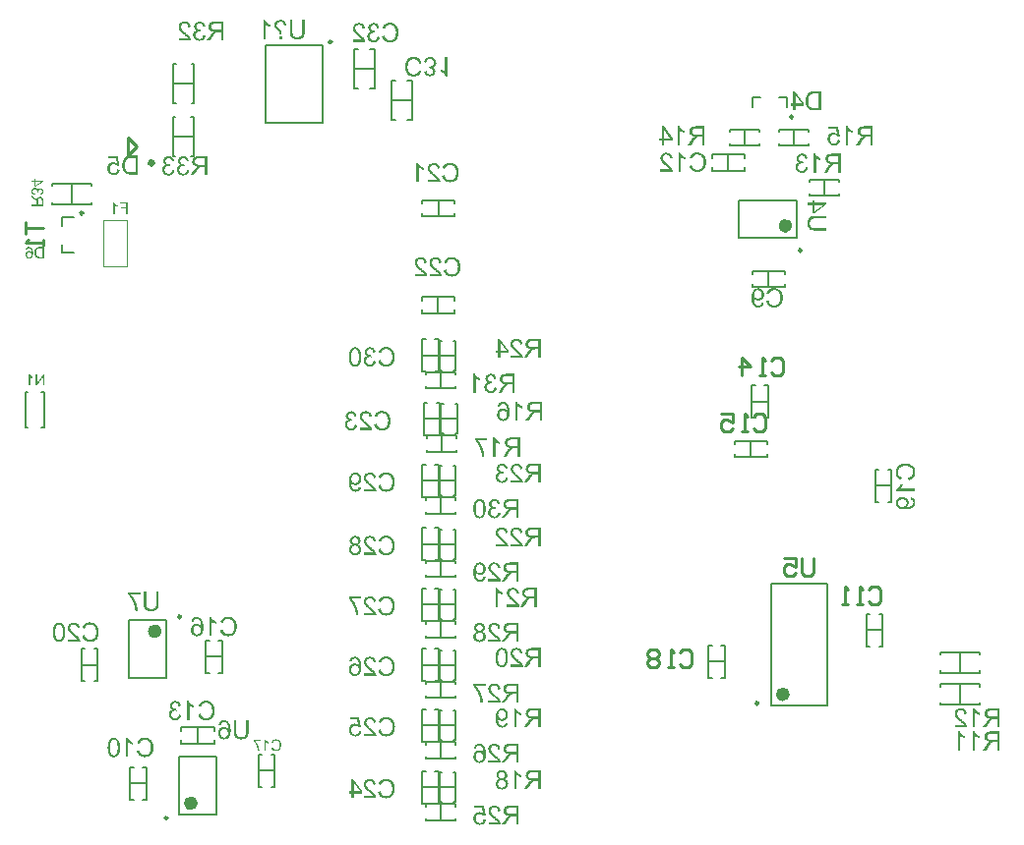
<source format=gbr>
%TF.GenerationSoftware,Altium Limited,Altium Designer,19.0.10 (269)*%
G04 Layer_Color=32896*
%FSLAX26Y26*%
%MOIN*%
%TF.FileFunction,Legend,Bot*%
%TF.Part,Single*%
G01*
G75*
%TA.AperFunction,NonConductor*%
%ADD51C,0.009842*%
%ADD52C,0.019685*%
%ADD53C,0.023622*%
%ADD54C,0.003937*%
%ADD55C,0.005906*%
%ADD56C,0.007874*%
%ADD57C,0.010000*%
G36*
X1044432Y2775028D02*
X1046005Y2774935D01*
X1048780Y2774380D01*
X1050075Y2774010D01*
X1051185Y2773640D01*
X1052295Y2773177D01*
X1053312Y2772715D01*
X1054145Y2772253D01*
X1054885Y2771790D01*
X1055533Y2771420D01*
X1056088Y2771050D01*
X1056550Y2770773D01*
X1056828Y2770495D01*
X1057013Y2770403D01*
X1057105Y2770310D01*
X1058030Y2769385D01*
X1058955Y2768367D01*
X1060342Y2766148D01*
X1061453Y2763835D01*
X1062285Y2761707D01*
X1062655Y2760597D01*
X1062840Y2759673D01*
X1063118Y2758840D01*
X1063210Y2758100D01*
X1063395Y2757452D01*
Y2756990D01*
X1063487Y2756713D01*
Y2756620D01*
X1055440Y2755602D01*
X1054977Y2757915D01*
X1054330Y2759950D01*
X1053590Y2761615D01*
X1052850Y2763003D01*
X1052203Y2764020D01*
X1051648Y2764852D01*
X1051277Y2765222D01*
X1051092Y2765407D01*
X1049705Y2766517D01*
X1048318Y2767258D01*
X1046930Y2767812D01*
X1045635Y2768275D01*
X1044432Y2768460D01*
X1043507Y2768552D01*
X1043138Y2768645D01*
X1042675D01*
X1040825Y2768460D01*
X1039068Y2768090D01*
X1037588Y2767535D01*
X1036293Y2766887D01*
X1035275Y2766240D01*
X1034535Y2765685D01*
X1034072Y2765315D01*
X1033888Y2765130D01*
X1032685Y2763742D01*
X1031760Y2762355D01*
X1031112Y2761060D01*
X1030743Y2759765D01*
X1030465Y2758747D01*
X1030372Y2757823D01*
X1030280Y2757267D01*
Y2757175D01*
Y2757082D01*
X1030372Y2756157D01*
X1030465Y2755233D01*
X1030650Y2754492D01*
X1030928Y2753753D01*
X1031205Y2753198D01*
X1031390Y2752735D01*
X1031483Y2752457D01*
X1031575Y2752365D01*
X1032130Y2751532D01*
X1032963Y2750608D01*
X1033795Y2749590D01*
X1034720Y2748665D01*
X1035553Y2747925D01*
X1036293Y2747185D01*
X1036755Y2746815D01*
X1036848Y2746630D01*
X1036940D01*
X1038328Y2745335D01*
X1039530Y2744225D01*
X1040547Y2743300D01*
X1041287Y2742560D01*
X1041842Y2741912D01*
X1042305Y2741543D01*
X1042490Y2741265D01*
X1042582Y2741173D01*
X1043322Y2740247D01*
X1043970Y2739323D01*
X1044525Y2738398D01*
X1044987Y2737657D01*
X1045265Y2737010D01*
X1045543Y2736548D01*
X1045635Y2736177D01*
X1045727Y2736085D01*
X1046190Y2734790D01*
X1046467Y2733403D01*
X1046745Y2732108D01*
X1046838Y2730905D01*
X1046930Y2729795D01*
X1047023Y2728870D01*
Y2728315D01*
Y2728222D01*
Y2728130D01*
Y2727390D01*
X1046930Y2726650D01*
Y2726095D01*
Y2725910D01*
Y2725818D01*
X1039345D01*
Y2727390D01*
X1039253Y2728778D01*
X1039160Y2729980D01*
X1039068Y2730905D01*
X1038975Y2731552D01*
X1038882Y2732108D01*
X1038790Y2732385D01*
Y2732477D01*
X1038235Y2733957D01*
X1037957Y2734605D01*
X1037680Y2735160D01*
X1037402Y2735530D01*
X1037217Y2735900D01*
X1037033Y2736085D01*
Y2736177D01*
X1036477Y2736918D01*
X1035737Y2737657D01*
X1034905Y2738490D01*
X1034072Y2739323D01*
X1033240Y2740062D01*
X1032592Y2740710D01*
X1032130Y2741080D01*
X1031945Y2741265D01*
X1030003Y2743023D01*
X1028338Y2744688D01*
X1026950Y2746168D01*
X1025932Y2747370D01*
X1025193Y2748387D01*
X1024638Y2749128D01*
X1024360Y2749590D01*
X1024267Y2749775D01*
X1023620Y2751162D01*
X1023065Y2752550D01*
X1022695Y2753845D01*
X1022510Y2755048D01*
X1022325Y2756065D01*
X1022232Y2756805D01*
Y2757360D01*
Y2757545D01*
X1022325Y2758932D01*
X1022510Y2760135D01*
X1022788Y2761430D01*
X1023065Y2762540D01*
X1023990Y2764668D01*
X1025007Y2766517D01*
X1025562Y2767258D01*
X1026118Y2767905D01*
X1026580Y2768552D01*
X1026950Y2769015D01*
X1027320Y2769385D01*
X1027598Y2769755D01*
X1027783Y2769847D01*
X1027875Y2769940D01*
X1028985Y2770865D01*
X1030095Y2771698D01*
X1031297Y2772345D01*
X1032592Y2772900D01*
X1035090Y2773825D01*
X1037402Y2774472D01*
X1038513Y2774657D01*
X1039622Y2774843D01*
X1040455Y2774935D01*
X1041287Y2775028D01*
X1041935Y2775120D01*
X1042860D01*
X1044432Y2775028D01*
D02*
G37*
G36*
X990413Y2772715D02*
X991430Y2771235D01*
X992633Y2769755D01*
X993742Y2768460D01*
X994852Y2767350D01*
X995685Y2766425D01*
X996055Y2766148D01*
X996332Y2765870D01*
X996425Y2765778D01*
X996518Y2765685D01*
X998460Y2764113D01*
X1000403Y2762633D01*
X1002253Y2761338D01*
X1004102Y2760320D01*
X1005675Y2759395D01*
X1006322Y2759025D01*
X1006878Y2758747D01*
X1007340Y2758470D01*
X1007710Y2758378D01*
X1007895Y2758193D01*
X1007987D01*
Y2750608D01*
X1006600Y2751162D01*
X1005212Y2751810D01*
X1003825Y2752457D01*
X1002530Y2753105D01*
X1001420Y2753660D01*
X1000495Y2754122D01*
X999940Y2754492D01*
X999847Y2754585D01*
X999755D01*
X998090Y2755602D01*
X996610Y2756620D01*
X995315Y2757545D01*
X994298Y2758378D01*
X993372Y2759025D01*
X992817Y2759580D01*
X992355Y2759950D01*
X992263Y2760043D01*
Y2710000D01*
X984400D01*
Y2774287D01*
X989487D01*
X990413Y2772715D01*
D02*
G37*
G36*
X1125000Y2737010D02*
Y2735160D01*
X1124908Y2733403D01*
X1124815Y2731738D01*
X1124630Y2730165D01*
X1124445Y2728778D01*
X1124260Y2727483D01*
X1123983Y2726280D01*
X1123797Y2725170D01*
X1123612Y2724153D01*
X1123335Y2723320D01*
X1123150Y2722580D01*
X1122965Y2722025D01*
X1122780Y2721562D01*
X1122688Y2721193D01*
X1122595Y2721008D01*
Y2720915D01*
X1121578Y2718880D01*
X1120283Y2717030D01*
X1118987Y2715550D01*
X1117600Y2714255D01*
X1116398Y2713238D01*
X1115380Y2712497D01*
X1115010Y2712312D01*
X1114733Y2712128D01*
X1114547Y2711943D01*
X1114455D01*
X1112142Y2710925D01*
X1109737Y2710185D01*
X1107240Y2709630D01*
X1104928Y2709260D01*
X1103910Y2709168D01*
X1102892Y2709075D01*
X1101967Y2708983D01*
X1101227D01*
X1100580Y2708890D01*
X1099747D01*
X1096418Y2709075D01*
X1094938Y2709260D01*
X1093550Y2709445D01*
X1092162Y2709722D01*
X1090960Y2710000D01*
X1089850Y2710278D01*
X1088832Y2710648D01*
X1087908Y2711017D01*
X1087168Y2711295D01*
X1086428Y2711573D01*
X1085872Y2711850D01*
X1085410Y2712128D01*
X1085132Y2712220D01*
X1084947Y2712405D01*
X1084855D01*
X1082820Y2713793D01*
X1081155Y2715365D01*
X1079860Y2716845D01*
X1078750Y2718325D01*
X1077918Y2719620D01*
X1077362Y2720637D01*
X1077178Y2721008D01*
X1076993Y2721285D01*
X1076900Y2721470D01*
Y2721562D01*
X1076530Y2722673D01*
X1076160Y2723875D01*
X1075605Y2726372D01*
X1075235Y2728963D01*
X1074957Y2731460D01*
X1074865Y2732570D01*
X1074773Y2733680D01*
Y2734605D01*
X1074680Y2735438D01*
Y2736085D01*
Y2736548D01*
Y2736918D01*
Y2737010D01*
Y2774010D01*
X1083190D01*
Y2737010D01*
Y2734883D01*
X1083375Y2732847D01*
X1083560Y2731090D01*
X1083838Y2729425D01*
X1084115Y2727945D01*
X1084485Y2726557D01*
X1084763Y2725355D01*
X1085132Y2724338D01*
X1085503Y2723505D01*
X1085872Y2722673D01*
X1086243Y2722117D01*
X1086520Y2721562D01*
X1086797Y2721193D01*
X1086983Y2720915D01*
X1087075Y2720823D01*
X1087168Y2720730D01*
X1088000Y2719990D01*
X1088925Y2719343D01*
X1090960Y2718325D01*
X1093088Y2717585D01*
X1095307Y2717122D01*
X1097342Y2716753D01*
X1098175Y2716660D01*
X1099007D01*
X1099562Y2716568D01*
X1100487D01*
X1102430Y2716660D01*
X1104188Y2716938D01*
X1105852Y2717215D01*
X1107148Y2717677D01*
X1108257Y2718048D01*
X1109090Y2718325D01*
X1109553Y2718602D01*
X1109737Y2718695D01*
X1111033Y2719528D01*
X1112142Y2720545D01*
X1113068Y2721562D01*
X1113715Y2722488D01*
X1114270Y2723412D01*
X1114733Y2724060D01*
X1114918Y2724523D01*
X1115010Y2724707D01*
X1115287Y2725540D01*
X1115473Y2726372D01*
X1115842Y2728315D01*
X1116120Y2730350D01*
X1116305Y2732385D01*
X1116398Y2734142D01*
Y2734975D01*
X1116490Y2735622D01*
Y2736177D01*
Y2736640D01*
Y2736918D01*
Y2737010D01*
Y2774010D01*
X1125000D01*
Y2737010D01*
D02*
G37*
G36*
X1048318Y2710000D02*
X1039345D01*
Y2718972D01*
X1048318D01*
Y2710000D01*
D02*
G37*
G36*
X630000Y797010D02*
Y795160D01*
X629908Y793403D01*
X629815Y791737D01*
X629630Y790165D01*
X629445Y788778D01*
X629260Y787482D01*
X628982Y786280D01*
X628798Y785170D01*
X628612Y784153D01*
X628335Y783320D01*
X628150Y782580D01*
X627965Y782025D01*
X627780Y781562D01*
X627688Y781192D01*
X627595Y781008D01*
Y780915D01*
X626577Y778880D01*
X625283Y777030D01*
X623987Y775550D01*
X622600Y774255D01*
X621398Y773237D01*
X620380Y772497D01*
X620010Y772312D01*
X619732Y772128D01*
X619548Y771942D01*
X619455D01*
X617143Y770925D01*
X614737Y770185D01*
X612240Y769630D01*
X609928Y769260D01*
X608910Y769168D01*
X607893Y769075D01*
X606967Y768982D01*
X606227D01*
X605580Y768890D01*
X604747D01*
X601418Y769075D01*
X599938Y769260D01*
X598550Y769445D01*
X597163Y769722D01*
X595960Y770000D01*
X594850Y770278D01*
X593832Y770648D01*
X592908Y771018D01*
X592168Y771295D01*
X591428Y771572D01*
X590872Y771850D01*
X590410Y772128D01*
X590133Y772220D01*
X589947Y772405D01*
X589855D01*
X587820Y773793D01*
X586155Y775365D01*
X584860Y776845D01*
X583750Y778325D01*
X582918Y779620D01*
X582362Y780638D01*
X582178Y781008D01*
X581992Y781285D01*
X581900Y781470D01*
Y781562D01*
X581530Y782673D01*
X581160Y783875D01*
X580605Y786372D01*
X580235Y788962D01*
X579957Y791460D01*
X579865Y792570D01*
X579773Y793680D01*
Y794605D01*
X579680Y795438D01*
Y796085D01*
Y796548D01*
Y796918D01*
Y797010D01*
Y834010D01*
X588190D01*
Y797010D01*
Y794883D01*
X588375Y792847D01*
X588560Y791090D01*
X588837Y789425D01*
X589115Y787945D01*
X589485Y786558D01*
X589763Y785355D01*
X590133Y784337D01*
X590503Y783505D01*
X590872Y782673D01*
X591242Y782117D01*
X591520Y781562D01*
X591798Y781192D01*
X591982Y780915D01*
X592075Y780822D01*
X592168Y780730D01*
X593000Y779990D01*
X593925Y779342D01*
X595960Y778325D01*
X598087Y777585D01*
X600308Y777122D01*
X602342Y776753D01*
X603175Y776660D01*
X604008D01*
X604562Y776567D01*
X605487D01*
X607430Y776660D01*
X609188Y776938D01*
X610852Y777215D01*
X612148Y777678D01*
X613258Y778048D01*
X614090Y778325D01*
X614553Y778602D01*
X614737Y778695D01*
X616033Y779528D01*
X617143Y780545D01*
X618067Y781562D01*
X618715Y782487D01*
X619270Y783413D01*
X619732Y784060D01*
X619918Y784523D01*
X620010Y784707D01*
X620288Y785540D01*
X620472Y786372D01*
X620842Y788315D01*
X621120Y790350D01*
X621305Y792385D01*
X621398Y794143D01*
Y794975D01*
X621490Y795622D01*
Y796178D01*
Y796640D01*
Y796918D01*
Y797010D01*
Y834010D01*
X630000D01*
Y797010D01*
D02*
G37*
G36*
X568210Y825592D02*
X536852D01*
X539072Y822910D01*
X541200Y820043D01*
X543050Y817268D01*
X544808Y814585D01*
X545548Y813383D01*
X546195Y812273D01*
X546842Y811255D01*
X547305Y810423D01*
X547675Y809683D01*
X547952Y809220D01*
X548138Y808850D01*
X548230Y808758D01*
X550080Y805058D01*
X551745Y801357D01*
X553133Y797842D01*
X553688Y796270D01*
X554242Y794697D01*
X554798Y793310D01*
X555168Y792015D01*
X555538Y790905D01*
X555815Y789980D01*
X556092Y789148D01*
X556278Y788592D01*
X556370Y788222D01*
Y788130D01*
X557295Y784337D01*
X557665Y782487D01*
X557942Y780822D01*
X558220Y779250D01*
X558497Y777678D01*
X558683Y776383D01*
X558867Y775087D01*
X558960Y773977D01*
X559053Y772960D01*
X559145Y772035D01*
Y771295D01*
X559237Y770740D01*
Y770370D01*
Y770092D01*
Y770000D01*
X551190D01*
X550913Y773515D01*
X550450Y776753D01*
X549987Y779712D01*
X549710Y781100D01*
X549433Y782395D01*
X549247Y783505D01*
X548970Y784523D01*
X548785Y785447D01*
X548600Y786188D01*
X548415Y786742D01*
X548322Y787205D01*
X548230Y787482D01*
Y787575D01*
X546842Y791830D01*
X545362Y795808D01*
X544622Y797750D01*
X543883Y799600D01*
X543050Y801265D01*
X542310Y802930D01*
X541663Y804410D01*
X541015Y805705D01*
X540460Y806815D01*
X539997Y807832D01*
X539535Y808665D01*
X539258Y809220D01*
X539072Y809590D01*
X538980Y809683D01*
X537870Y811625D01*
X536760Y813567D01*
X535650Y815325D01*
X534540Y816990D01*
X533523Y818470D01*
X532505Y819950D01*
X531487Y821245D01*
X530655Y822355D01*
X529822Y823465D01*
X529082Y824390D01*
X528342Y825130D01*
X527788Y825778D01*
X527418Y826332D01*
X527048Y826702D01*
X526862Y826888D01*
X526770Y826980D01*
Y833178D01*
X568210D01*
Y825592D01*
D02*
G37*
G36*
X480212Y2154629D02*
X480822Y2153741D01*
X481543Y2152853D01*
X482209Y2152076D01*
X482875Y2151410D01*
X483375Y2150855D01*
X483597Y2150689D01*
X483764Y2150522D01*
X483819Y2150466D01*
X483875Y2150411D01*
X485040Y2149468D01*
X486205Y2148579D01*
X487315Y2147802D01*
X488425Y2147192D01*
X489369Y2146637D01*
X489757Y2146415D01*
X490091Y2146249D01*
X490368Y2146082D01*
X490590Y2146026D01*
X490701Y2145916D01*
X490757D01*
Y2141365D01*
X489924Y2141698D01*
X489091Y2142086D01*
X488259Y2142474D01*
X487482Y2142863D01*
X486816Y2143196D01*
X486261Y2143474D01*
X485928Y2143695D01*
X485873Y2143751D01*
X485817D01*
X484818Y2144361D01*
X483930Y2144972D01*
X483153Y2145527D01*
X482543Y2146026D01*
X481988Y2146415D01*
X481654Y2146748D01*
X481377Y2146970D01*
X481322Y2147026D01*
Y2117000D01*
X476604D01*
Y2155573D01*
X479656D01*
X480212Y2154629D01*
D02*
G37*
G36*
X525000Y2117000D02*
X519894D01*
Y2134427D01*
X501856D01*
Y2138978D01*
X519894D01*
Y2150855D01*
X499026D01*
Y2155406D01*
X525000D01*
Y2117000D01*
D02*
G37*
G36*
X1840178Y227715D02*
X1841195Y226235D01*
X1842398Y224755D01*
X1843507Y223460D01*
X1844618Y222350D01*
X1845450Y221425D01*
X1845820Y221148D01*
X1846098Y220870D01*
X1846190Y220778D01*
X1846283Y220685D01*
X1848225Y219113D01*
X1850168Y217632D01*
X1852017Y216338D01*
X1853868Y215320D01*
X1855440Y214395D01*
X1856088Y214025D01*
X1856642Y213748D01*
X1857105Y213470D01*
X1857475Y213377D01*
X1857660Y213192D01*
X1857753D01*
Y205607D01*
X1856365Y206162D01*
X1854977Y206810D01*
X1853590Y207458D01*
X1852295Y208105D01*
X1851185Y208660D01*
X1850260Y209123D01*
X1849705Y209493D01*
X1849612Y209585D01*
X1849520D01*
X1847855Y210602D01*
X1846375Y211620D01*
X1845080Y212545D01*
X1844062Y213377D01*
X1843138Y214025D01*
X1842582Y214580D01*
X1842120Y214950D01*
X1842027Y215042D01*
Y165000D01*
X1834165D01*
Y229287D01*
X1839253D01*
X1840178Y227715D01*
D02*
G37*
G36*
X1925000Y165000D02*
X1916490D01*
Y193398D01*
X1905575D01*
X1904557Y193305D01*
X1903818D01*
X1903170Y193213D01*
X1902707Y193120D01*
X1902338D01*
X1902152Y193028D01*
X1902060D01*
X1900580Y192565D01*
X1899932Y192287D01*
X1899378Y192010D01*
X1898822Y191732D01*
X1898453Y191548D01*
X1898267Y191455D01*
X1898175Y191363D01*
X1897435Y190808D01*
X1896695Y190160D01*
X1895307Y188773D01*
X1894660Y188125D01*
X1894197Y187570D01*
X1893920Y187200D01*
X1893828Y187107D01*
X1892902Y185812D01*
X1891885Y184425D01*
X1890868Y182945D01*
X1889850Y181558D01*
X1889017Y180262D01*
X1888370Y179245D01*
X1888092Y178875D01*
X1887908Y178597D01*
X1887723Y178412D01*
Y178320D01*
X1879305Y165000D01*
X1868760D01*
X1879767Y182390D01*
X1881062Y184240D01*
X1882265Y185905D01*
X1883467Y187292D01*
X1884485Y188588D01*
X1885410Y189512D01*
X1886150Y190252D01*
X1886612Y190715D01*
X1886797Y190900D01*
X1887537Y191455D01*
X1888370Y192102D01*
X1890035Y193120D01*
X1890775Y193490D01*
X1891330Y193860D01*
X1891700Y194045D01*
X1891885Y194137D01*
X1890220Y194415D01*
X1888648Y194692D01*
X1887260Y195155D01*
X1885872Y195525D01*
X1884670Y195988D01*
X1883560Y196542D01*
X1882543Y197005D01*
X1881618Y197468D01*
X1880878Y198023D01*
X1880138Y198485D01*
X1879582Y198855D01*
X1879120Y199225D01*
X1878750Y199502D01*
X1878473Y199780D01*
X1878380Y199873D01*
X1878287Y199965D01*
X1877547Y200890D01*
X1876807Y201815D01*
X1875697Y203757D01*
X1874957Y205700D01*
X1874402Y207550D01*
X1874033Y209123D01*
X1873940Y209770D01*
Y210417D01*
X1873848Y210880D01*
Y211250D01*
Y211435D01*
Y211528D01*
X1873940Y213470D01*
X1874217Y215227D01*
X1874680Y216893D01*
X1875142Y218280D01*
X1875697Y219482D01*
X1876068Y220407D01*
X1876438Y220963D01*
X1876530Y221055D01*
Y221148D01*
X1877640Y222627D01*
X1878750Y223923D01*
X1879953Y225032D01*
X1881062Y225865D01*
X1882080Y226512D01*
X1882912Y226882D01*
X1883467Y227160D01*
X1883560Y227252D01*
X1883652D01*
X1884485Y227530D01*
X1885503Y227808D01*
X1887537Y228270D01*
X1889757Y228548D01*
X1891793Y228825D01*
X1893735Y228917D01*
X1894568D01*
X1895307Y229010D01*
X1925000D01*
Y165000D01*
D02*
G37*
G36*
X1794668Y229195D02*
X1796148Y229102D01*
X1798737Y228548D01*
X1799940Y228178D01*
X1801050Y227808D01*
X1802068Y227345D01*
X1802993Y226882D01*
X1803733Y226420D01*
X1804473Y225958D01*
X1805120Y225588D01*
X1805582Y225218D01*
X1805953Y224940D01*
X1806230Y224662D01*
X1806415Y224570D01*
X1806507Y224477D01*
X1807340Y223553D01*
X1808172Y222627D01*
X1808820Y221610D01*
X1809375Y220593D01*
X1810300Y218650D01*
X1810855Y216800D01*
X1811225Y215227D01*
X1811318Y214488D01*
X1811410Y213933D01*
X1811503Y213377D01*
Y213007D01*
Y212822D01*
Y212730D01*
X1811410Y211065D01*
X1811132Y209493D01*
X1810763Y208105D01*
X1810300Y206903D01*
X1809930Y205977D01*
X1809560Y205238D01*
X1809283Y204868D01*
X1809190Y204683D01*
X1808172Y203572D01*
X1807062Y202555D01*
X1805860Y201630D01*
X1804658Y200890D01*
X1803547Y200335D01*
X1802715Y199965D01*
X1802345Y199780D01*
X1802068Y199688D01*
X1801975Y199595D01*
X1801882D01*
X1804010Y198947D01*
X1805767Y198115D01*
X1807340Y197097D01*
X1808635Y196173D01*
X1809652Y195248D01*
X1810392Y194507D01*
X1810763Y194045D01*
X1810947Y193952D01*
Y193860D01*
X1811965Y192195D01*
X1812797Y190438D01*
X1813352Y188773D01*
X1813723Y187107D01*
X1813908Y185627D01*
X1814000Y184980D01*
Y184425D01*
X1814092Y184055D01*
Y183685D01*
Y183500D01*
Y183407D01*
X1814000Y181928D01*
X1813815Y180447D01*
X1813537Y179060D01*
X1813168Y177673D01*
X1812243Y175360D01*
X1811780Y174250D01*
X1811225Y173325D01*
X1810670Y172400D01*
X1810207Y171660D01*
X1809652Y171012D01*
X1809283Y170458D01*
X1808912Y169995D01*
X1808635Y169718D01*
X1808450Y169532D01*
X1808358Y169440D01*
X1807247Y168423D01*
X1806045Y167590D01*
X1804750Y166850D01*
X1803455Y166202D01*
X1802253Y165740D01*
X1800957Y165278D01*
X1798460Y164630D01*
X1797350Y164352D01*
X1796332Y164167D01*
X1795408Y164075D01*
X1794575Y163982D01*
X1793928Y163890D01*
X1793003D01*
X1791245Y163982D01*
X1789672Y164167D01*
X1788100Y164445D01*
X1786620Y164722D01*
X1785325Y165185D01*
X1784030Y165648D01*
X1782828Y166110D01*
X1781810Y166665D01*
X1780885Y167220D01*
X1780053Y167683D01*
X1779405Y168145D01*
X1778757Y168607D01*
X1778295Y168885D01*
X1778017Y169162D01*
X1777832Y169347D01*
X1777740Y169440D01*
X1776723Y170550D01*
X1775797Y171660D01*
X1775057Y172770D01*
X1774410Y173972D01*
X1773763Y175083D01*
X1773300Y176285D01*
X1772652Y178412D01*
X1772375Y179430D01*
X1772190Y180355D01*
X1772098Y181188D01*
X1772005Y181835D01*
X1771912Y182390D01*
Y182852D01*
Y183130D01*
Y183222D01*
X1772005Y185350D01*
X1772375Y187292D01*
X1772930Y189050D01*
X1773485Y190530D01*
X1774040Y191732D01*
X1774595Y192657D01*
X1774965Y193213D01*
X1775057Y193305D01*
Y193398D01*
X1776352Y194877D01*
X1777740Y196173D01*
X1779220Y197190D01*
X1780608Y198115D01*
X1781902Y198762D01*
X1783013Y199225D01*
X1783382Y199410D01*
X1783660Y199502D01*
X1783845Y199595D01*
X1783938D01*
X1782273Y200335D01*
X1780885Y201167D01*
X1779682Y202000D01*
X1778665Y202833D01*
X1777925Y203572D01*
X1777370Y204127D01*
X1777000Y204498D01*
X1776908Y204683D01*
X1776075Y205977D01*
X1775520Y207273D01*
X1775057Y208567D01*
X1774780Y209863D01*
X1774595Y210880D01*
X1774503Y211713D01*
Y212268D01*
Y212360D01*
Y212452D01*
X1774595Y213748D01*
X1774688Y214950D01*
X1775335Y217262D01*
X1776168Y219298D01*
X1777092Y221055D01*
X1778017Y222442D01*
X1778480Y222998D01*
X1778850Y223553D01*
X1779220Y223923D01*
X1779497Y224200D01*
X1779590Y224292D01*
X1779682Y224385D01*
X1780700Y225218D01*
X1781717Y226050D01*
X1782828Y226697D01*
X1783938Y227252D01*
X1786158Y228085D01*
X1788378Y228640D01*
X1789303Y228917D01*
X1790227Y229010D01*
X1791060Y229102D01*
X1791800Y229195D01*
X1792355Y229287D01*
X1793188D01*
X1794668Y229195D01*
D02*
G37*
G36*
X1840178Y437715D02*
X1841195Y436235D01*
X1842398Y434755D01*
X1843507Y433460D01*
X1844618Y432350D01*
X1845450Y431425D01*
X1845820Y431147D01*
X1846098Y430870D01*
X1846190Y430777D01*
X1846283Y430685D01*
X1848225Y429113D01*
X1850168Y427632D01*
X1852017Y426337D01*
X1853868Y425320D01*
X1855440Y424395D01*
X1856088Y424025D01*
X1856642Y423748D01*
X1857105Y423470D01*
X1857475Y423377D01*
X1857660Y423192D01*
X1857753D01*
Y415608D01*
X1856365Y416163D01*
X1854977Y416810D01*
X1853590Y417457D01*
X1852295Y418105D01*
X1851185Y418660D01*
X1850260Y419123D01*
X1849705Y419493D01*
X1849612Y419585D01*
X1849520D01*
X1847855Y420603D01*
X1846375Y421620D01*
X1845080Y422545D01*
X1844062Y423377D01*
X1843138Y424025D01*
X1842582Y424580D01*
X1842120Y424950D01*
X1842027Y425043D01*
Y375000D01*
X1834165D01*
Y439288D01*
X1839253D01*
X1840178Y437715D01*
D02*
G37*
G36*
X1795500Y439195D02*
X1796980Y439010D01*
X1798460Y438733D01*
X1799755Y438363D01*
X1802253Y437345D01*
X1803362Y436882D01*
X1804287Y436327D01*
X1805213Y435680D01*
X1805953Y435217D01*
X1806693Y434663D01*
X1807247Y434200D01*
X1807710Y433830D01*
X1807987Y433553D01*
X1808172Y433368D01*
X1808265Y433275D01*
X1809283Y432165D01*
X1810115Y430870D01*
X1810947Y429668D01*
X1811595Y428373D01*
X1812150Y426985D01*
X1812612Y425690D01*
X1813260Y423285D01*
X1813537Y422082D01*
X1813723Y421065D01*
X1813815Y420048D01*
X1813908Y419215D01*
X1814000Y418567D01*
Y418105D01*
Y417735D01*
Y417642D01*
X1813908Y415885D01*
X1813723Y414312D01*
X1813537Y412740D01*
X1813168Y411260D01*
X1812705Y409965D01*
X1812243Y408670D01*
X1811780Y407560D01*
X1811225Y406543D01*
X1810763Y405618D01*
X1810300Y404785D01*
X1809838Y404137D01*
X1809375Y403490D01*
X1809005Y403027D01*
X1808820Y402750D01*
X1808635Y402565D01*
X1808543Y402473D01*
X1807525Y401455D01*
X1806415Y400623D01*
X1805305Y399790D01*
X1804102Y399142D01*
X1802993Y398587D01*
X1801882Y398125D01*
X1799755Y397478D01*
X1798830Y397200D01*
X1797905Y397015D01*
X1797165Y396923D01*
X1796425Y396830D01*
X1795870Y396738D01*
X1795130D01*
X1793372Y396830D01*
X1791707Y397108D01*
X1790227Y397478D01*
X1788840Y397940D01*
X1787822Y398310D01*
X1786990Y398680D01*
X1786435Y398957D01*
X1786250Y399050D01*
X1784770Y399975D01*
X1783475Y400993D01*
X1782365Y402010D01*
X1781440Y402935D01*
X1780793Y403860D01*
X1780237Y404507D01*
X1779868Y404970D01*
X1779775Y405155D01*
Y404415D01*
Y403952D01*
Y403675D01*
Y403582D01*
X1779868Y401733D01*
X1779960Y399975D01*
X1780145Y398402D01*
X1780330Y396923D01*
X1780608Y395720D01*
X1780793Y394795D01*
X1780885Y394425D01*
Y394147D01*
X1780977Y394055D01*
Y393962D01*
X1781440Y392298D01*
X1781902Y390817D01*
X1782365Y389522D01*
X1782828Y388413D01*
X1783197Y387580D01*
X1783568Y386933D01*
X1783753Y386470D01*
X1783845Y386377D01*
X1784585Y385360D01*
X1785325Y384527D01*
X1786065Y383788D01*
X1786805Y383140D01*
X1787360Y382585D01*
X1787915Y382215D01*
X1788285Y382030D01*
X1788378Y381938D01*
X1789395Y381382D01*
X1790505Y381012D01*
X1791523Y380735D01*
X1792540Y380550D01*
X1793372Y380457D01*
X1794020Y380365D01*
X1794668D01*
X1796148Y380457D01*
X1797535Y380735D01*
X1798737Y381105D01*
X1799755Y381567D01*
X1800495Y381938D01*
X1801142Y382308D01*
X1801513Y382585D01*
X1801605Y382678D01*
X1802530Y383695D01*
X1803270Y384897D01*
X1803918Y386192D01*
X1804380Y387488D01*
X1804750Y388598D01*
X1805027Y389615D01*
X1805120Y389985D01*
Y390170D01*
X1805213Y390355D01*
Y390447D01*
X1812797Y389800D01*
X1812243Y387118D01*
X1811503Y384805D01*
X1810578Y382770D01*
X1809652Y381105D01*
X1808727Y379810D01*
X1808265Y379255D01*
X1807895Y378793D01*
X1807618Y378515D01*
X1807340Y378238D01*
X1807247Y378145D01*
X1807155Y378053D01*
X1806230Y377312D01*
X1805213Y376665D01*
X1803178Y375647D01*
X1801142Y374908D01*
X1799200Y374445D01*
X1797443Y374075D01*
X1796703Y373983D01*
X1796055D01*
X1795592Y373890D01*
X1794852D01*
X1792263Y374075D01*
X1789950Y374445D01*
X1787822Y375092D01*
X1786065Y375832D01*
X1785325Y376110D01*
X1784585Y376480D01*
X1784030Y376850D01*
X1783475Y377127D01*
X1783105Y377312D01*
X1782828Y377498D01*
X1782642Y377683D01*
X1782550D01*
X1780700Y379255D01*
X1779035Y381012D01*
X1777740Y382863D01*
X1776630Y384620D01*
X1775705Y386192D01*
X1775335Y386933D01*
X1775057Y387488D01*
X1774872Y388043D01*
X1774688Y388413D01*
X1774595Y388598D01*
Y388690D01*
X1774132Y390077D01*
X1773670Y391650D01*
X1773023Y394795D01*
X1772560Y398125D01*
X1772283Y401270D01*
X1772098Y402658D01*
X1772005Y404045D01*
Y405248D01*
X1771912Y406265D01*
Y407098D01*
Y407745D01*
Y408207D01*
Y408300D01*
Y410428D01*
X1772005Y412462D01*
X1772190Y414312D01*
X1772375Y416070D01*
X1772560Y417642D01*
X1772745Y419123D01*
X1773023Y420510D01*
X1773300Y421712D01*
X1773578Y422730D01*
X1773763Y423655D01*
X1774040Y424488D01*
X1774225Y425135D01*
X1774410Y425598D01*
X1774595Y425967D01*
X1774688Y426152D01*
Y426245D01*
X1775797Y428465D01*
X1777000Y430408D01*
X1778388Y432072D01*
X1779590Y433460D01*
X1780793Y434478D01*
X1781717Y435217D01*
X1782088Y435495D01*
X1782365Y435680D01*
X1782457Y435865D01*
X1782550D01*
X1784493Y436975D01*
X1786435Y437808D01*
X1788378Y438455D01*
X1790135Y438825D01*
X1791707Y439103D01*
X1792355Y439195D01*
X1792818D01*
X1793280Y439288D01*
X1793928D01*
X1795500Y439195D01*
D02*
G37*
G36*
X1925000Y375000D02*
X1916490D01*
Y403397D01*
X1905575D01*
X1904557Y403305D01*
X1903818D01*
X1903170Y403212D01*
X1902707Y403120D01*
X1902338D01*
X1902152Y403027D01*
X1902060D01*
X1900580Y402565D01*
X1899932Y402288D01*
X1899378Y402010D01*
X1898822Y401733D01*
X1898453Y401548D01*
X1898267Y401455D01*
X1898175Y401363D01*
X1897435Y400808D01*
X1896695Y400160D01*
X1895307Y398772D01*
X1894660Y398125D01*
X1894197Y397570D01*
X1893920Y397200D01*
X1893828Y397108D01*
X1892902Y395812D01*
X1891885Y394425D01*
X1890868Y392945D01*
X1889850Y391558D01*
X1889017Y390262D01*
X1888370Y389245D01*
X1888092Y388875D01*
X1887908Y388598D01*
X1887723Y388413D01*
Y388320D01*
X1879305Y375000D01*
X1868760D01*
X1879767Y392390D01*
X1881062Y394240D01*
X1882265Y395905D01*
X1883467Y397293D01*
X1884485Y398587D01*
X1885410Y399512D01*
X1886150Y400252D01*
X1886612Y400715D01*
X1886797Y400900D01*
X1887537Y401455D01*
X1888370Y402103D01*
X1890035Y403120D01*
X1890775Y403490D01*
X1891330Y403860D01*
X1891700Y404045D01*
X1891885Y404137D01*
X1890220Y404415D01*
X1888648Y404692D01*
X1887260Y405155D01*
X1885872Y405525D01*
X1884670Y405988D01*
X1883560Y406543D01*
X1882543Y407005D01*
X1881618Y407467D01*
X1880878Y408022D01*
X1880138Y408485D01*
X1879582Y408855D01*
X1879120Y409225D01*
X1878750Y409502D01*
X1878473Y409780D01*
X1878380Y409873D01*
X1878287Y409965D01*
X1877547Y410890D01*
X1876807Y411815D01*
X1875697Y413757D01*
X1874957Y415700D01*
X1874402Y417550D01*
X1874033Y419123D01*
X1873940Y419770D01*
Y420418D01*
X1873848Y420880D01*
Y421250D01*
Y421435D01*
Y421527D01*
X1873940Y423470D01*
X1874217Y425228D01*
X1874680Y426892D01*
X1875142Y428280D01*
X1875697Y429483D01*
X1876068Y430408D01*
X1876438Y430962D01*
X1876530Y431055D01*
Y431147D01*
X1877640Y432627D01*
X1878750Y433923D01*
X1879953Y435033D01*
X1881062Y435865D01*
X1882080Y436512D01*
X1882912Y436882D01*
X1883467Y437160D01*
X1883560Y437252D01*
X1883652D01*
X1884485Y437530D01*
X1885503Y437808D01*
X1887537Y438270D01*
X1889757Y438548D01*
X1891793Y438825D01*
X1893735Y438918D01*
X1894568D01*
X1895307Y439010D01*
X1925000D01*
Y375000D01*
D02*
G37*
G36*
X1843970Y644195D02*
X1845543Y644102D01*
X1847023Y643825D01*
X1848410Y643548D01*
X1849705Y643178D01*
X1850908Y642808D01*
X1852017Y642345D01*
X1853035Y641883D01*
X1853960Y641420D01*
X1854700Y640957D01*
X1855348Y640587D01*
X1855902Y640217D01*
X1856365Y639940D01*
X1856642Y639663D01*
X1856828Y639570D01*
X1856920Y639477D01*
X1857845Y638553D01*
X1858678Y637535D01*
X1859510Y636425D01*
X1860158Y635315D01*
X1861267Y633095D01*
X1862007Y630875D01*
X1862285Y629857D01*
X1862562Y628840D01*
X1862747Y628008D01*
X1862932Y627268D01*
X1863025Y626620D01*
Y626158D01*
X1863118Y625880D01*
Y625788D01*
X1855070Y624955D01*
X1854885Y627082D01*
X1854515Y628933D01*
X1853960Y630597D01*
X1853312Y631893D01*
X1852757Y633003D01*
X1852203Y633742D01*
X1851832Y634205D01*
X1851648Y634390D01*
X1850260Y635500D01*
X1848780Y636332D01*
X1847207Y636980D01*
X1845820Y637350D01*
X1844525Y637628D01*
X1843415Y637720D01*
X1843045Y637812D01*
X1842490D01*
X1840547Y637720D01*
X1838790Y637350D01*
X1837310Y636795D01*
X1836015Y636240D01*
X1834997Y635592D01*
X1834350Y635130D01*
X1833888Y634760D01*
X1833703Y634575D01*
X1832592Y633280D01*
X1831760Y631985D01*
X1831112Y630690D01*
X1830743Y629395D01*
X1830465Y628378D01*
X1830372Y627452D01*
X1830280Y626898D01*
Y626805D01*
Y626712D01*
X1830465Y625048D01*
X1830835Y623290D01*
X1831483Y621717D01*
X1832130Y620237D01*
X1832870Y619035D01*
X1833517Y618018D01*
X1833703Y617648D01*
X1833888Y617370D01*
X1834072Y617278D01*
Y617185D01*
X1834812Y616168D01*
X1835737Y615150D01*
X1836755Y614040D01*
X1837865Y612930D01*
X1840178Y610710D01*
X1842490Y608490D01*
X1843693Y607472D01*
X1844710Y606548D01*
X1845727Y605715D01*
X1846560Y604975D01*
X1847207Y604420D01*
X1847763Y603957D01*
X1848132Y603680D01*
X1848225Y603587D01*
X1850537Y601645D01*
X1852665Y599795D01*
X1854422Y598130D01*
X1855810Y596742D01*
X1857013Y595540D01*
X1857845Y594707D01*
X1858307Y594153D01*
X1858493Y594060D01*
Y593967D01*
X1859787Y592395D01*
X1860805Y590915D01*
X1861730Y589435D01*
X1862470Y588140D01*
X1863025Y587030D01*
X1863395Y586197D01*
X1863580Y585643D01*
X1863672Y585550D01*
Y585457D01*
X1864043Y584440D01*
X1864227Y583515D01*
X1864412Y582590D01*
X1864505Y581758D01*
X1864598Y581018D01*
Y580462D01*
Y580092D01*
Y580000D01*
X1822140D01*
Y587585D01*
X1853682D01*
X1852572Y589158D01*
X1852017Y589805D01*
X1851555Y590452D01*
X1851092Y591008D01*
X1850723Y591378D01*
X1850445Y591655D01*
X1850352Y591747D01*
X1849890Y592210D01*
X1849335Y592673D01*
X1848040Y593875D01*
X1846560Y595263D01*
X1844987Y596650D01*
X1843507Y597852D01*
X1842860Y598408D01*
X1842305Y598962D01*
X1841842Y599332D01*
X1841473Y599610D01*
X1841287Y599795D01*
X1841195Y599888D01*
X1839715Y601183D01*
X1838235Y602385D01*
X1836940Y603587D01*
X1835737Y604605D01*
X1834628Y605622D01*
X1833703Y606548D01*
X1832777Y607380D01*
X1832037Y608120D01*
X1831297Y608860D01*
X1830743Y609415D01*
X1830280Y609878D01*
X1829818Y610340D01*
X1829355Y610895D01*
X1829170Y611080D01*
X1827875Y612653D01*
X1826765Y614040D01*
X1825840Y615428D01*
X1825100Y616538D01*
X1824545Y617555D01*
X1824175Y618295D01*
X1823990Y618758D01*
X1823898Y618942D01*
X1823342Y620330D01*
X1822973Y621717D01*
X1822602Y623013D01*
X1822418Y624122D01*
X1822325Y625140D01*
X1822233Y625880D01*
Y626342D01*
Y626528D01*
X1822325Y627915D01*
X1822510Y629210D01*
X1822695Y630505D01*
X1823065Y631615D01*
X1823990Y633835D01*
X1824915Y635592D01*
X1825470Y636425D01*
X1825932Y637072D01*
X1826395Y637720D01*
X1826858Y638183D01*
X1827227Y638553D01*
X1827412Y638923D01*
X1827598Y639015D01*
X1827690Y639107D01*
X1828707Y640033D01*
X1829818Y640865D01*
X1831020Y641513D01*
X1832223Y642067D01*
X1834628Y642992D01*
X1837033Y643640D01*
X1838050Y643825D01*
X1839068Y644010D01*
X1839993Y644102D01*
X1840733Y644195D01*
X1841380Y644288D01*
X1842305D01*
X1843970Y644195D01*
D02*
G37*
G36*
X1924723Y580000D02*
X1916213D01*
Y608398D01*
X1905297D01*
X1904280Y608305D01*
X1903540D01*
X1902892Y608212D01*
X1902430Y608120D01*
X1902060D01*
X1901875Y608028D01*
X1901783D01*
X1900303Y607565D01*
X1899655Y607288D01*
X1899100Y607010D01*
X1898545Y606732D01*
X1898175Y606548D01*
X1897990Y606455D01*
X1897898Y606362D01*
X1897158Y605808D01*
X1896418Y605160D01*
X1895030Y603773D01*
X1894382Y603125D01*
X1893920Y602570D01*
X1893642Y602200D01*
X1893550Y602107D01*
X1892625Y600812D01*
X1891608Y599425D01*
X1890590Y597945D01*
X1889572Y596558D01*
X1888740Y595263D01*
X1888092Y594245D01*
X1887815Y593875D01*
X1887630Y593597D01*
X1887445Y593413D01*
Y593320D01*
X1879027Y580000D01*
X1868483D01*
X1879490Y597390D01*
X1880785Y599240D01*
X1881987Y600905D01*
X1883190Y602293D01*
X1884207Y603587D01*
X1885132Y604513D01*
X1885872Y605253D01*
X1886335Y605715D01*
X1886520Y605900D01*
X1887260Y606455D01*
X1888092Y607102D01*
X1889757Y608120D01*
X1890497Y608490D01*
X1891053Y608860D01*
X1891422Y609045D01*
X1891608Y609138D01*
X1889943Y609415D01*
X1888370Y609692D01*
X1886983Y610155D01*
X1885595Y610525D01*
X1884392Y610987D01*
X1883283Y611543D01*
X1882265Y612005D01*
X1881340Y612467D01*
X1880600Y613023D01*
X1879860Y613485D01*
X1879305Y613855D01*
X1878842Y614225D01*
X1878473Y614503D01*
X1878195Y614780D01*
X1878102Y614872D01*
X1878010Y614965D01*
X1877270Y615890D01*
X1876530Y616815D01*
X1875420Y618758D01*
X1874680Y620700D01*
X1874125Y622550D01*
X1873755Y624122D01*
X1873662Y624770D01*
Y625418D01*
X1873570Y625880D01*
Y626250D01*
Y626435D01*
Y626528D01*
X1873662Y628470D01*
X1873940Y630227D01*
X1874402Y631893D01*
X1874865Y633280D01*
X1875420Y634482D01*
X1875790Y635408D01*
X1876160Y635962D01*
X1876253Y636055D01*
Y636148D01*
X1877362Y637628D01*
X1878473Y638923D01*
X1879675Y640033D01*
X1880785Y640865D01*
X1881803Y641513D01*
X1882635Y641883D01*
X1883190Y642160D01*
X1883283Y642253D01*
X1883375D01*
X1884207Y642530D01*
X1885225Y642808D01*
X1887260Y643270D01*
X1889480Y643548D01*
X1891515Y643825D01*
X1893457Y643918D01*
X1894290D01*
X1895030Y644010D01*
X1924723D01*
Y580000D01*
D02*
G37*
G36*
X1795315Y644102D02*
X1797628Y643732D01*
X1799570Y643085D01*
X1801235Y642438D01*
X1802622Y641697D01*
X1803178Y641420D01*
X1803640Y641050D01*
X1804010Y640865D01*
X1804287Y640680D01*
X1804380Y640495D01*
X1804473D01*
X1806138Y639015D01*
X1807525Y637258D01*
X1808727Y635500D01*
X1809652Y633835D01*
X1810392Y632263D01*
X1810763Y631615D01*
X1810947Y630967D01*
X1811132Y630505D01*
X1811318Y630135D01*
X1811410Y629950D01*
Y629857D01*
X1811780Y628470D01*
X1812150Y627082D01*
X1812705Y624030D01*
X1813168Y620977D01*
X1813445Y618110D01*
X1813537Y616722D01*
X1813630Y615520D01*
Y614410D01*
X1813723Y613393D01*
Y612653D01*
Y612005D01*
Y611635D01*
Y611543D01*
X1813630Y608305D01*
X1813445Y605253D01*
X1813168Y602477D01*
X1812705Y599888D01*
X1812243Y597482D01*
X1811688Y595355D01*
X1811132Y593413D01*
X1810578Y591747D01*
X1810023Y590268D01*
X1809375Y588972D01*
X1808912Y587862D01*
X1808450Y587030D01*
X1807987Y586290D01*
X1807710Y585827D01*
X1807525Y585550D01*
X1807432Y585457D01*
X1806415Y584347D01*
X1805305Y583330D01*
X1804102Y582405D01*
X1802900Y581665D01*
X1801697Y581018D01*
X1800495Y580462D01*
X1799293Y580092D01*
X1798182Y579722D01*
X1797072Y579445D01*
X1796055Y579260D01*
X1795130Y579075D01*
X1794390Y578982D01*
X1793743Y578890D01*
X1792818D01*
X1790320Y579075D01*
X1788007Y579445D01*
X1786065Y580092D01*
X1784400Y580740D01*
X1783013Y581388D01*
X1782550Y581758D01*
X1782088Y582035D01*
X1781717Y582220D01*
X1781440Y582405D01*
X1781348Y582590D01*
X1781255D01*
X1779590Y584163D01*
X1778203Y585827D01*
X1777000Y587678D01*
X1776075Y589342D01*
X1775335Y590915D01*
X1774965Y591562D01*
X1774780Y592210D01*
X1774595Y592673D01*
X1774410Y593043D01*
X1774318Y593227D01*
Y593320D01*
X1773855Y594707D01*
X1773485Y596095D01*
X1772930Y599055D01*
X1772467Y602107D01*
X1772190Y605067D01*
X1772098Y606362D01*
X1772005Y607565D01*
Y608675D01*
X1771912Y609692D01*
Y610433D01*
Y611080D01*
Y611450D01*
Y611543D01*
Y613300D01*
X1772005Y614965D01*
Y616445D01*
X1772098Y617925D01*
X1772283Y619220D01*
X1772375Y620515D01*
X1772467Y621625D01*
X1772652Y622643D01*
X1772745Y623567D01*
X1772930Y624400D01*
X1773023Y625048D01*
X1773115Y625602D01*
X1773207Y626065D01*
X1773300Y626342D01*
X1773392Y626528D01*
Y626620D01*
X1773947Y628655D01*
X1774595Y630505D01*
X1775335Y632077D01*
X1775890Y633465D01*
X1776537Y634668D01*
X1776908Y635500D01*
X1777277Y635962D01*
X1777370Y636148D01*
X1778388Y637535D01*
X1779405Y638737D01*
X1780515Y639755D01*
X1781533Y640680D01*
X1782457Y641327D01*
X1783197Y641790D01*
X1783660Y642067D01*
X1783753Y642160D01*
X1783845D01*
X1785325Y642900D01*
X1786898Y643362D01*
X1788378Y643732D01*
X1789765Y644010D01*
X1790967Y644195D01*
X1791985Y644288D01*
X1792818D01*
X1795315Y644102D01*
D02*
G37*
G36*
X1831760Y848085D02*
X1833332Y847992D01*
X1834812Y847715D01*
X1836200Y847438D01*
X1837495Y847067D01*
X1838697Y846697D01*
X1839807Y846235D01*
X1840825Y845773D01*
X1841750Y845310D01*
X1842490Y844847D01*
X1843138Y844477D01*
X1843693Y844107D01*
X1844155Y843830D01*
X1844432Y843553D01*
X1844618Y843460D01*
X1844710Y843367D01*
X1845635Y842442D01*
X1846467Y841425D01*
X1847300Y840315D01*
X1847947Y839205D01*
X1849057Y836985D01*
X1849797Y834765D01*
X1850075Y833747D01*
X1850352Y832730D01*
X1850537Y831898D01*
X1850723Y831158D01*
X1850815Y830510D01*
Y830048D01*
X1850908Y829770D01*
Y829678D01*
X1842860Y828845D01*
X1842675Y830972D01*
X1842305Y832822D01*
X1841750Y834487D01*
X1841102Y835783D01*
X1840547Y836893D01*
X1839993Y837633D01*
X1839622Y838095D01*
X1839438Y838280D01*
X1838050Y839390D01*
X1836570Y840222D01*
X1834997Y840870D01*
X1833610Y841240D01*
X1832315Y841518D01*
X1831205Y841610D01*
X1830835Y841702D01*
X1830280D01*
X1828338Y841610D01*
X1826580Y841240D01*
X1825100Y840685D01*
X1823805Y840130D01*
X1822787Y839482D01*
X1822140Y839020D01*
X1821678Y838650D01*
X1821493Y838465D01*
X1820382Y837170D01*
X1819550Y835875D01*
X1818902Y834580D01*
X1818533Y833285D01*
X1818255Y832268D01*
X1818162Y831342D01*
X1818070Y830788D01*
Y830695D01*
Y830602D01*
X1818255Y828938D01*
X1818625Y827180D01*
X1819273Y825607D01*
X1819920Y824128D01*
X1820660Y822925D01*
X1821307Y821908D01*
X1821493Y821538D01*
X1821678Y821260D01*
X1821862Y821168D01*
Y821075D01*
X1822602Y820058D01*
X1823527Y819040D01*
X1824545Y817930D01*
X1825655Y816820D01*
X1827967Y814600D01*
X1830280Y812380D01*
X1831483Y811362D01*
X1832500Y810438D01*
X1833517Y809605D01*
X1834350Y808865D01*
X1834997Y808310D01*
X1835553Y807847D01*
X1835922Y807570D01*
X1836015Y807477D01*
X1838328Y805535D01*
X1840455Y803685D01*
X1842213Y802020D01*
X1843600Y800633D01*
X1844803Y799430D01*
X1845635Y798597D01*
X1846098Y798043D01*
X1846283Y797950D01*
Y797857D01*
X1847578Y796285D01*
X1848595Y794805D01*
X1849520Y793325D01*
X1850260Y792030D01*
X1850815Y790920D01*
X1851185Y790087D01*
X1851370Y789533D01*
X1851463Y789440D01*
Y789347D01*
X1851832Y788330D01*
X1852017Y787405D01*
X1852203Y786480D01*
X1852295Y785648D01*
X1852388Y784908D01*
Y784352D01*
Y783982D01*
Y783890D01*
X1809930D01*
Y791475D01*
X1841473D01*
X1840362Y793048D01*
X1839807Y793695D01*
X1839345Y794342D01*
X1838882Y794898D01*
X1838513Y795268D01*
X1838235Y795545D01*
X1838142Y795638D01*
X1837680Y796100D01*
X1837125Y796562D01*
X1835830Y797765D01*
X1834350Y799153D01*
X1832777Y800540D01*
X1831297Y801742D01*
X1830650Y802298D01*
X1830095Y802852D01*
X1829632Y803222D01*
X1829263Y803500D01*
X1829078Y803685D01*
X1828985Y803778D01*
X1827505Y805072D01*
X1826025Y806275D01*
X1824730Y807477D01*
X1823527Y808495D01*
X1822418Y809513D01*
X1821493Y810438D01*
X1820568Y811270D01*
X1819828Y812010D01*
X1819088Y812750D01*
X1818533Y813305D01*
X1818070Y813768D01*
X1817608Y814230D01*
X1817145Y814785D01*
X1816960Y814970D01*
X1815665Y816543D01*
X1814555Y817930D01*
X1813630Y819317D01*
X1812890Y820428D01*
X1812335Y821445D01*
X1811965Y822185D01*
X1811780Y822648D01*
X1811688Y822832D01*
X1811132Y824220D01*
X1810763Y825607D01*
X1810392Y826903D01*
X1810207Y828013D01*
X1810115Y829030D01*
X1810023Y829770D01*
Y830232D01*
Y830418D01*
X1810115Y831805D01*
X1810300Y833100D01*
X1810485Y834395D01*
X1810855Y835505D01*
X1811780Y837725D01*
X1812705Y839482D01*
X1813260Y840315D01*
X1813723Y840962D01*
X1814185Y841610D01*
X1814648Y842072D01*
X1815017Y842442D01*
X1815203Y842812D01*
X1815388Y842905D01*
X1815480Y842997D01*
X1816497Y843923D01*
X1817608Y844755D01*
X1818810Y845403D01*
X1820013Y845957D01*
X1822418Y846883D01*
X1824822Y847530D01*
X1825840Y847715D01*
X1826858Y847900D01*
X1827783Y847992D01*
X1828523Y848085D01*
X1829170Y848178D01*
X1830095D01*
X1831760Y848085D01*
D02*
G37*
G36*
X1777925Y846605D02*
X1778943Y845125D01*
X1780145Y843645D01*
X1781255Y842350D01*
X1782365Y841240D01*
X1783197Y840315D01*
X1783568Y840038D01*
X1783845Y839760D01*
X1783938Y839668D01*
X1784030Y839575D01*
X1785973Y838003D01*
X1787915Y836523D01*
X1789765Y835227D01*
X1791615Y834210D01*
X1793188Y833285D01*
X1793835Y832915D01*
X1794390Y832638D01*
X1794852Y832360D01*
X1795223Y832268D01*
X1795408Y832082D01*
X1795500D01*
Y824497D01*
X1794112Y825053D01*
X1792725Y825700D01*
X1791338Y826347D01*
X1790043Y826995D01*
X1788932Y827550D01*
X1788007Y828013D01*
X1787453Y828383D01*
X1787360Y828475D01*
X1787267D01*
X1785602Y829492D01*
X1784122Y830510D01*
X1782828Y831435D01*
X1781810Y832268D01*
X1780885Y832915D01*
X1780330Y833470D01*
X1779868Y833840D01*
X1779775Y833933D01*
Y783890D01*
X1771912D01*
Y848178D01*
X1777000D01*
X1777925Y846605D01*
D02*
G37*
G36*
X1912513Y783890D02*
X1904003D01*
Y812288D01*
X1893088D01*
X1892070Y812195D01*
X1891330D01*
X1890682Y812102D01*
X1890220Y812010D01*
X1889850D01*
X1889665Y811918D01*
X1889572D01*
X1888092Y811455D01*
X1887445Y811178D01*
X1886890Y810900D01*
X1886335Y810622D01*
X1885965Y810438D01*
X1885780Y810345D01*
X1885688Y810253D01*
X1884947Y809697D01*
X1884207Y809050D01*
X1882820Y807663D01*
X1882172Y807015D01*
X1881710Y806460D01*
X1881432Y806090D01*
X1881340Y805997D01*
X1880415Y804702D01*
X1879398Y803315D01*
X1878380Y801835D01*
X1877362Y800447D01*
X1876530Y799153D01*
X1875882Y798135D01*
X1875605Y797765D01*
X1875420Y797487D01*
X1875235Y797303D01*
Y797210D01*
X1866818Y783890D01*
X1856273D01*
X1867280Y801280D01*
X1868575Y803130D01*
X1869777Y804795D01*
X1870980Y806183D01*
X1871997Y807477D01*
X1872922Y808403D01*
X1873662Y809143D01*
X1874125Y809605D01*
X1874310Y809790D01*
X1875050Y810345D01*
X1875882Y810992D01*
X1877547Y812010D01*
X1878287Y812380D01*
X1878842Y812750D01*
X1879213Y812935D01*
X1879398Y813028D01*
X1877733Y813305D01*
X1876160Y813582D01*
X1874773Y814045D01*
X1873385Y814415D01*
X1872182Y814878D01*
X1871072Y815433D01*
X1870055Y815895D01*
X1869130Y816357D01*
X1868390Y816913D01*
X1867650Y817375D01*
X1867095Y817745D01*
X1866632Y818115D01*
X1866263Y818393D01*
X1865985Y818670D01*
X1865892Y818763D01*
X1865800Y818855D01*
X1865060Y819780D01*
X1864320Y820705D01*
X1863210Y822648D01*
X1862470Y824590D01*
X1861915Y826440D01*
X1861545Y828013D01*
X1861453Y828660D01*
Y829308D01*
X1861360Y829770D01*
Y830140D01*
Y830325D01*
Y830418D01*
X1861453Y832360D01*
X1861730Y834117D01*
X1862193Y835783D01*
X1862655Y837170D01*
X1863210Y838372D01*
X1863580Y839298D01*
X1863950Y839852D01*
X1864043Y839945D01*
Y840038D01*
X1865152Y841518D01*
X1866263Y842812D01*
X1867465Y843923D01*
X1868575Y844755D01*
X1869592Y845403D01*
X1870425Y845773D01*
X1870980Y846050D01*
X1871072Y846143D01*
X1871165D01*
X1871997Y846420D01*
X1873015Y846697D01*
X1875050Y847160D01*
X1877270Y847438D01*
X1879305Y847715D01*
X1881247Y847808D01*
X1882080D01*
X1882820Y847900D01*
X1912513D01*
Y783890D01*
D02*
G37*
G36*
X1843507Y1053085D02*
X1845080Y1052993D01*
X1846560Y1052715D01*
X1847947Y1052438D01*
X1849243Y1052068D01*
X1850445Y1051697D01*
X1851555Y1051235D01*
X1852572Y1050773D01*
X1853497Y1050310D01*
X1854237Y1049848D01*
X1854885Y1049477D01*
X1855440Y1049108D01*
X1855902Y1048830D01*
X1856180Y1048553D01*
X1856365Y1048460D01*
X1856457Y1048368D01*
X1857382Y1047443D01*
X1858215Y1046425D01*
X1859047Y1045315D01*
X1859695Y1044205D01*
X1860805Y1041985D01*
X1861545Y1039765D01*
X1861822Y1038747D01*
X1862100Y1037730D01*
X1862285Y1036898D01*
X1862470Y1036158D01*
X1862562Y1035510D01*
Y1035047D01*
X1862655Y1034770D01*
Y1034678D01*
X1854608Y1033845D01*
X1854422Y1035973D01*
X1854053Y1037822D01*
X1853497Y1039487D01*
X1852850Y1040783D01*
X1852295Y1041892D01*
X1851740Y1042632D01*
X1851370Y1043095D01*
X1851185Y1043280D01*
X1849797Y1044390D01*
X1848318Y1045223D01*
X1846745Y1045870D01*
X1845358Y1046240D01*
X1844062Y1046517D01*
X1842953Y1046610D01*
X1842582Y1046703D01*
X1842027D01*
X1840085Y1046610D01*
X1838328Y1046240D01*
X1836848Y1045685D01*
X1835553Y1045130D01*
X1834535Y1044483D01*
X1833888Y1044020D01*
X1833425Y1043650D01*
X1833240Y1043465D01*
X1832130Y1042170D01*
X1831297Y1040875D01*
X1830650Y1039580D01*
X1830280Y1038285D01*
X1830003Y1037267D01*
X1829910Y1036342D01*
X1829818Y1035787D01*
Y1035695D01*
Y1035602D01*
X1830003Y1033938D01*
X1830372Y1032180D01*
X1831020Y1030608D01*
X1831668Y1029128D01*
X1832408Y1027925D01*
X1833055Y1026908D01*
X1833240Y1026537D01*
X1833425Y1026260D01*
X1833610Y1026168D01*
Y1026075D01*
X1834350Y1025057D01*
X1835275Y1024040D01*
X1836293Y1022930D01*
X1837402Y1021820D01*
X1839715Y1019600D01*
X1842027Y1017380D01*
X1843230Y1016362D01*
X1844247Y1015438D01*
X1845265Y1014605D01*
X1846098Y1013865D01*
X1846745Y1013310D01*
X1847300Y1012847D01*
X1847670Y1012570D01*
X1847763Y1012477D01*
X1850075Y1010535D01*
X1852203Y1008685D01*
X1853960Y1007020D01*
X1855348Y1005633D01*
X1856550Y1004430D01*
X1857382Y1003597D01*
X1857845Y1003043D01*
X1858030Y1002950D01*
Y1002857D01*
X1859325Y1001285D01*
X1860342Y999805D01*
X1861267Y998325D01*
X1862007Y997030D01*
X1862562Y995920D01*
X1862932Y995087D01*
X1863118Y994533D01*
X1863210Y994440D01*
Y994347D01*
X1863580Y993330D01*
X1863765Y992405D01*
X1863950Y991480D01*
X1864043Y990648D01*
X1864135Y989908D01*
Y989352D01*
Y988982D01*
Y988890D01*
X1821678D01*
Y996475D01*
X1853220D01*
X1852110Y998048D01*
X1851555Y998695D01*
X1851092Y999342D01*
X1850630Y999898D01*
X1850260Y1000268D01*
X1849983Y1000545D01*
X1849890Y1000638D01*
X1849428Y1001100D01*
X1848872Y1001562D01*
X1847578Y1002765D01*
X1846098Y1004153D01*
X1844525Y1005540D01*
X1843045Y1006742D01*
X1842398Y1007298D01*
X1841842Y1007852D01*
X1841380Y1008222D01*
X1841010Y1008500D01*
X1840825Y1008685D01*
X1840733Y1008778D01*
X1839253Y1010072D01*
X1837773Y1011275D01*
X1836477Y1012477D01*
X1835275Y1013495D01*
X1834165Y1014513D01*
X1833240Y1015438D01*
X1832315Y1016270D01*
X1831575Y1017010D01*
X1830835Y1017750D01*
X1830280Y1018305D01*
X1829818Y1018768D01*
X1829355Y1019230D01*
X1828892Y1019785D01*
X1828707Y1019970D01*
X1827412Y1021543D01*
X1826303Y1022930D01*
X1825378Y1024318D01*
X1824638Y1025428D01*
X1824082Y1026445D01*
X1823713Y1027185D01*
X1823527Y1027648D01*
X1823435Y1027832D01*
X1822880Y1029220D01*
X1822510Y1030608D01*
X1822140Y1031902D01*
X1821955Y1033013D01*
X1821862Y1034030D01*
X1821770Y1034770D01*
Y1035233D01*
Y1035418D01*
X1821862Y1036805D01*
X1822047Y1038100D01*
X1822233Y1039395D01*
X1822602Y1040505D01*
X1823527Y1042725D01*
X1824453Y1044483D01*
X1825007Y1045315D01*
X1825470Y1045963D01*
X1825932Y1046610D01*
X1826395Y1047072D01*
X1826765Y1047443D01*
X1826950Y1047812D01*
X1827135Y1047905D01*
X1827227Y1047997D01*
X1828245Y1048922D01*
X1829355Y1049755D01*
X1830557Y1050402D01*
X1831760Y1050957D01*
X1834165Y1051882D01*
X1836570Y1052530D01*
X1837588Y1052715D01*
X1838605Y1052900D01*
X1839530Y1052993D01*
X1840270Y1053085D01*
X1840918Y1053178D01*
X1841842D01*
X1843507Y1053085D01*
D02*
G37*
G36*
X1793743D02*
X1795315Y1052993D01*
X1796795Y1052715D01*
X1798182Y1052438D01*
X1799477Y1052068D01*
X1800680Y1051697D01*
X1801790Y1051235D01*
X1802807Y1050773D01*
X1803733Y1050310D01*
X1804473Y1049848D01*
X1805120Y1049477D01*
X1805675Y1049108D01*
X1806138Y1048830D01*
X1806415Y1048553D01*
X1806600Y1048460D01*
X1806693Y1048368D01*
X1807618Y1047443D01*
X1808450Y1046425D01*
X1809283Y1045315D01*
X1809930Y1044205D01*
X1811040Y1041985D01*
X1811780Y1039765D01*
X1812057Y1038747D01*
X1812335Y1037730D01*
X1812520Y1036898D01*
X1812705Y1036158D01*
X1812797Y1035510D01*
Y1035047D01*
X1812890Y1034770D01*
Y1034678D01*
X1804842Y1033845D01*
X1804658Y1035973D01*
X1804287Y1037822D01*
X1803733Y1039487D01*
X1803085Y1040783D01*
X1802530Y1041892D01*
X1801975Y1042632D01*
X1801605Y1043095D01*
X1801420Y1043280D01*
X1800033Y1044390D01*
X1798553Y1045223D01*
X1796980Y1045870D01*
X1795592Y1046240D01*
X1794297Y1046517D01*
X1793188Y1046610D01*
X1792818Y1046703D01*
X1792263D01*
X1790320Y1046610D01*
X1788562Y1046240D01*
X1787082Y1045685D01*
X1785787Y1045130D01*
X1784770Y1044483D01*
X1784122Y1044020D01*
X1783660Y1043650D01*
X1783475Y1043465D01*
X1782365Y1042170D01*
X1781533Y1040875D01*
X1780885Y1039580D01*
X1780515Y1038285D01*
X1780237Y1037267D01*
X1780145Y1036342D01*
X1780053Y1035787D01*
Y1035695D01*
Y1035602D01*
X1780237Y1033938D01*
X1780608Y1032180D01*
X1781255Y1030608D01*
X1781902Y1029128D01*
X1782642Y1027925D01*
X1783290Y1026908D01*
X1783475Y1026537D01*
X1783660Y1026260D01*
X1783845Y1026168D01*
Y1026075D01*
X1784585Y1025057D01*
X1785510Y1024040D01*
X1786527Y1022930D01*
X1787638Y1021820D01*
X1789950Y1019600D01*
X1792263Y1017380D01*
X1793465Y1016362D01*
X1794483Y1015438D01*
X1795500Y1014605D01*
X1796332Y1013865D01*
X1796980Y1013310D01*
X1797535Y1012847D01*
X1797905Y1012570D01*
X1797997Y1012477D01*
X1800310Y1010535D01*
X1802438Y1008685D01*
X1804195Y1007020D01*
X1805582Y1005633D01*
X1806785Y1004430D01*
X1807618Y1003597D01*
X1808080Y1003043D01*
X1808265Y1002950D01*
Y1002857D01*
X1809560Y1001285D01*
X1810578Y999805D01*
X1811503Y998325D01*
X1812243Y997030D01*
X1812797Y995920D01*
X1813168Y995087D01*
X1813352Y994533D01*
X1813445Y994440D01*
Y994347D01*
X1813815Y993330D01*
X1814000Y992405D01*
X1814185Y991480D01*
X1814277Y990648D01*
X1814370Y989908D01*
Y989352D01*
Y988982D01*
Y988890D01*
X1771912D01*
Y996475D01*
X1803455D01*
X1802345Y998048D01*
X1801790Y998695D01*
X1801328Y999342D01*
X1800865Y999898D01*
X1800495Y1000268D01*
X1800217Y1000545D01*
X1800125Y1000638D01*
X1799662Y1001100D01*
X1799108Y1001562D01*
X1797812Y1002765D01*
X1796332Y1004153D01*
X1794760Y1005540D01*
X1793280Y1006742D01*
X1792632Y1007298D01*
X1792078Y1007852D01*
X1791615Y1008222D01*
X1791245Y1008500D01*
X1791060Y1008685D01*
X1790967Y1008778D01*
X1789487Y1010072D01*
X1788007Y1011275D01*
X1786713Y1012477D01*
X1785510Y1013495D01*
X1784400Y1014513D01*
X1783475Y1015438D01*
X1782550Y1016270D01*
X1781810Y1017010D01*
X1781070Y1017750D01*
X1780515Y1018305D01*
X1780053Y1018768D01*
X1779590Y1019230D01*
X1779128Y1019785D01*
X1778943Y1019970D01*
X1777648Y1021543D01*
X1776537Y1022930D01*
X1775612Y1024318D01*
X1774872Y1025428D01*
X1774318Y1026445D01*
X1773947Y1027185D01*
X1773763Y1027648D01*
X1773670Y1027832D01*
X1773115Y1029220D01*
X1772745Y1030608D01*
X1772375Y1031902D01*
X1772190Y1033013D01*
X1772098Y1034030D01*
X1772005Y1034770D01*
Y1035233D01*
Y1035418D01*
X1772098Y1036805D01*
X1772283Y1038100D01*
X1772467Y1039395D01*
X1772838Y1040505D01*
X1773763Y1042725D01*
X1774688Y1044483D01*
X1775243Y1045315D01*
X1775705Y1045963D01*
X1776168Y1046610D01*
X1776630Y1047072D01*
X1777000Y1047443D01*
X1777185Y1047812D01*
X1777370Y1047905D01*
X1777463Y1047997D01*
X1778480Y1048922D01*
X1779590Y1049755D01*
X1780793Y1050402D01*
X1781995Y1050957D01*
X1784400Y1051882D01*
X1786805Y1052530D01*
X1787822Y1052715D01*
X1788840Y1052900D01*
X1789765Y1052993D01*
X1790505Y1053085D01*
X1791152Y1053178D01*
X1792078D01*
X1793743Y1053085D01*
D02*
G37*
G36*
X1924260Y988890D02*
X1915750D01*
Y1017288D01*
X1904835D01*
X1903818Y1017195D01*
X1903078D01*
X1902430Y1017102D01*
X1901967Y1017010D01*
X1901598D01*
X1901412Y1016918D01*
X1901320D01*
X1899840Y1016455D01*
X1899193Y1016178D01*
X1898638Y1015900D01*
X1898082Y1015622D01*
X1897713Y1015438D01*
X1897527Y1015345D01*
X1897435Y1015253D01*
X1896695Y1014697D01*
X1895955Y1014050D01*
X1894568Y1012663D01*
X1893920Y1012015D01*
X1893457Y1011460D01*
X1893180Y1011090D01*
X1893088Y1010997D01*
X1892162Y1009702D01*
X1891145Y1008315D01*
X1890128Y1006835D01*
X1889110Y1005447D01*
X1888277Y1004153D01*
X1887630Y1003135D01*
X1887352Y1002765D01*
X1887168Y1002487D01*
X1886983Y1002303D01*
Y1002210D01*
X1878565Y988890D01*
X1868020D01*
X1879027Y1006280D01*
X1880322Y1008130D01*
X1881525Y1009795D01*
X1882727Y1011183D01*
X1883745Y1012477D01*
X1884670Y1013403D01*
X1885410Y1014143D01*
X1885872Y1014605D01*
X1886057Y1014790D01*
X1886797Y1015345D01*
X1887630Y1015992D01*
X1889295Y1017010D01*
X1890035Y1017380D01*
X1890590Y1017750D01*
X1890960Y1017935D01*
X1891145Y1018028D01*
X1889480Y1018305D01*
X1887908Y1018582D01*
X1886520Y1019045D01*
X1885132Y1019415D01*
X1883930Y1019878D01*
X1882820Y1020433D01*
X1881803Y1020895D01*
X1880878Y1021357D01*
X1880138Y1021913D01*
X1879398Y1022375D01*
X1878842Y1022745D01*
X1878380Y1023115D01*
X1878010Y1023393D01*
X1877733Y1023670D01*
X1877640Y1023763D01*
X1877547Y1023855D01*
X1876807Y1024780D01*
X1876068Y1025705D01*
X1874957Y1027648D01*
X1874217Y1029590D01*
X1873662Y1031440D01*
X1873293Y1033013D01*
X1873200Y1033660D01*
Y1034307D01*
X1873108Y1034770D01*
Y1035140D01*
Y1035325D01*
Y1035418D01*
X1873200Y1037360D01*
X1873477Y1039118D01*
X1873940Y1040783D01*
X1874402Y1042170D01*
X1874957Y1043372D01*
X1875328Y1044297D01*
X1875697Y1044852D01*
X1875790Y1044945D01*
Y1045037D01*
X1876900Y1046517D01*
X1878010Y1047812D01*
X1879213Y1048922D01*
X1880322Y1049755D01*
X1881340Y1050402D01*
X1882172Y1050773D01*
X1882727Y1051050D01*
X1882820Y1051142D01*
X1882912D01*
X1883745Y1051420D01*
X1884763Y1051697D01*
X1886797Y1052160D01*
X1889017Y1052438D01*
X1891053Y1052715D01*
X1892995Y1052807D01*
X1893828D01*
X1894568Y1052900D01*
X1924260D01*
Y988890D01*
D02*
G37*
G36*
X1796517Y1269102D02*
X1799015Y1268640D01*
X1801142Y1267900D01*
X1802993Y1267160D01*
X1803825Y1266697D01*
X1804473Y1266328D01*
X1805120Y1265957D01*
X1805582Y1265588D01*
X1805953Y1265310D01*
X1806230Y1265125D01*
X1806415Y1265033D01*
X1806507Y1264940D01*
X1808265Y1263182D01*
X1809652Y1261240D01*
X1810763Y1259205D01*
X1811688Y1257170D01*
X1812243Y1255412D01*
X1812520Y1254672D01*
X1812705Y1254025D01*
X1812797Y1253470D01*
X1812890Y1253100D01*
X1812983Y1252822D01*
Y1252730D01*
X1805120Y1251342D01*
X1804750Y1253378D01*
X1804195Y1255135D01*
X1803547Y1256615D01*
X1802900Y1257818D01*
X1802253Y1258743D01*
X1801697Y1259390D01*
X1801328Y1259852D01*
X1801235Y1259945D01*
X1800033Y1260870D01*
X1798737Y1261610D01*
X1797535Y1262072D01*
X1796332Y1262443D01*
X1795223Y1262628D01*
X1794390Y1262812D01*
X1793650D01*
X1791985Y1262720D01*
X1790505Y1262350D01*
X1789210Y1261888D01*
X1788100Y1261425D01*
X1787267Y1260870D01*
X1786620Y1260408D01*
X1786158Y1260037D01*
X1786065Y1259945D01*
X1785047Y1258835D01*
X1784307Y1257632D01*
X1783845Y1256430D01*
X1783475Y1255320D01*
X1783290Y1254303D01*
X1783105Y1253562D01*
Y1253007D01*
Y1252915D01*
Y1252822D01*
Y1251805D01*
X1783290Y1250880D01*
X1783753Y1249307D01*
X1784400Y1247920D01*
X1785140Y1246717D01*
X1785880Y1245885D01*
X1786527Y1245237D01*
X1786990Y1244868D01*
X1787082Y1244775D01*
X1787175D01*
X1788747Y1243943D01*
X1790227Y1243295D01*
X1791800Y1242832D01*
X1793188Y1242555D01*
X1794390Y1242370D01*
X1795408Y1242185D01*
X1796610D01*
X1796980Y1242277D01*
X1797443D01*
X1798368Y1235340D01*
X1797165Y1235618D01*
X1796055Y1235803D01*
X1795130Y1235987D01*
X1794297Y1236080D01*
X1793650Y1236172D01*
X1792818D01*
X1790875Y1235987D01*
X1789118Y1235618D01*
X1787545Y1235062D01*
X1786250Y1234415D01*
X1785233Y1233767D01*
X1784493Y1233213D01*
X1784030Y1232842D01*
X1783845Y1232658D01*
X1782642Y1231270D01*
X1781717Y1229790D01*
X1781070Y1228310D01*
X1780700Y1226830D01*
X1780422Y1225628D01*
X1780330Y1224610D01*
X1780237Y1224240D01*
Y1223963D01*
Y1223777D01*
Y1223685D01*
X1780422Y1221650D01*
X1780885Y1219800D01*
X1781440Y1218227D01*
X1782180Y1216840D01*
X1782920Y1215730D01*
X1783475Y1214898D01*
X1783938Y1214342D01*
X1784122Y1214158D01*
X1785602Y1212862D01*
X1787175Y1211938D01*
X1788747Y1211290D01*
X1790227Y1210828D01*
X1791523Y1210550D01*
X1792540Y1210457D01*
X1792910Y1210365D01*
X1793465D01*
X1795130Y1210457D01*
X1796703Y1210828D01*
X1798090Y1211290D01*
X1799200Y1211845D01*
X1800125Y1212307D01*
X1800865Y1212770D01*
X1801235Y1213140D01*
X1801420Y1213233D01*
X1802530Y1214527D01*
X1803455Y1216007D01*
X1804287Y1217580D01*
X1804935Y1219245D01*
X1805398Y1220632D01*
X1805582Y1221280D01*
X1805675Y1221835D01*
X1805767Y1222297D01*
X1805860Y1222668D01*
X1805953Y1222852D01*
Y1222945D01*
X1813815Y1221928D01*
X1813630Y1220447D01*
X1813352Y1219060D01*
X1812520Y1216470D01*
X1811503Y1214250D01*
X1810947Y1213325D01*
X1810392Y1212400D01*
X1809838Y1211568D01*
X1809283Y1210920D01*
X1808820Y1210273D01*
X1808358Y1209810D01*
X1808080Y1209440D01*
X1807803Y1209162D01*
X1807618Y1208977D01*
X1807525Y1208885D01*
X1806415Y1208053D01*
X1805305Y1207220D01*
X1804195Y1206572D01*
X1802993Y1206017D01*
X1800680Y1205092D01*
X1798460Y1204537D01*
X1797443Y1204352D01*
X1796517Y1204168D01*
X1795685Y1204075D01*
X1794945Y1203983D01*
X1794390Y1203890D01*
X1793557D01*
X1791800Y1203983D01*
X1790227Y1204168D01*
X1788655Y1204445D01*
X1787175Y1204815D01*
X1785787Y1205277D01*
X1784585Y1205740D01*
X1783382Y1206295D01*
X1782365Y1206850D01*
X1781348Y1207312D01*
X1780515Y1207868D01*
X1779775Y1208330D01*
X1779220Y1208793D01*
X1778757Y1209162D01*
X1778388Y1209440D01*
X1778203Y1209625D01*
X1778110Y1209717D01*
X1777000Y1210828D01*
X1776075Y1212030D01*
X1775243Y1213233D01*
X1774503Y1214435D01*
X1773947Y1215545D01*
X1773392Y1216747D01*
X1772652Y1218967D01*
X1772467Y1219985D01*
X1772283Y1220910D01*
X1772098Y1221743D01*
X1772005Y1222483D01*
X1771912Y1223037D01*
Y1223500D01*
Y1223777D01*
Y1223870D01*
X1772005Y1226090D01*
X1772375Y1228125D01*
X1772930Y1229882D01*
X1773485Y1231362D01*
X1774040Y1232565D01*
X1774595Y1233490D01*
X1774965Y1234045D01*
X1775057Y1234230D01*
X1776352Y1235618D01*
X1777740Y1236820D01*
X1779220Y1237745D01*
X1780700Y1238485D01*
X1781995Y1239040D01*
X1783013Y1239410D01*
X1783382Y1239503D01*
X1783660Y1239595D01*
X1783845Y1239688D01*
X1783938D01*
X1782365Y1240520D01*
X1781070Y1241352D01*
X1779960Y1242277D01*
X1779035Y1243110D01*
X1778295Y1243850D01*
X1777740Y1244497D01*
X1777463Y1244868D01*
X1777370Y1245053D01*
X1776630Y1246348D01*
X1776075Y1247642D01*
X1775612Y1248938D01*
X1775335Y1250140D01*
X1775150Y1251158D01*
X1775057Y1251898D01*
Y1252453D01*
Y1252638D01*
X1775150Y1254210D01*
X1775428Y1255783D01*
X1775797Y1257170D01*
X1776260Y1258372D01*
X1776723Y1259390D01*
X1777092Y1260223D01*
X1777370Y1260685D01*
X1777463Y1260870D01*
X1778388Y1262257D01*
X1779497Y1263460D01*
X1780608Y1264477D01*
X1781717Y1265402D01*
X1782642Y1266050D01*
X1783475Y1266605D01*
X1784030Y1266882D01*
X1784122Y1266975D01*
X1784215D01*
X1785880Y1267715D01*
X1787545Y1268270D01*
X1789210Y1268733D01*
X1790690Y1269010D01*
X1791892Y1269195D01*
X1792910Y1269287D01*
X1795223D01*
X1796517Y1269102D01*
D02*
G37*
G36*
X1844155Y1269195D02*
X1845727Y1269102D01*
X1847207Y1268825D01*
X1848595Y1268547D01*
X1849890Y1268178D01*
X1851092Y1267807D01*
X1852203Y1267345D01*
X1853220Y1266882D01*
X1854145Y1266420D01*
X1854885Y1265957D01*
X1855533Y1265588D01*
X1856088Y1265217D01*
X1856550Y1264940D01*
X1856828Y1264662D01*
X1857013Y1264570D01*
X1857105Y1264477D01*
X1858030Y1263553D01*
X1858862Y1262535D01*
X1859695Y1261425D01*
X1860342Y1260315D01*
X1861453Y1258095D01*
X1862193Y1255875D01*
X1862470Y1254858D01*
X1862747Y1253840D01*
X1862932Y1253007D01*
X1863118Y1252267D01*
X1863210Y1251620D01*
Y1251158D01*
X1863303Y1250880D01*
Y1250787D01*
X1855255Y1249955D01*
X1855070Y1252082D01*
X1854700Y1253932D01*
X1854145Y1255598D01*
X1853497Y1256892D01*
X1852943Y1258003D01*
X1852388Y1258743D01*
X1852017Y1259205D01*
X1851832Y1259390D01*
X1850445Y1260500D01*
X1848965Y1261332D01*
X1847392Y1261980D01*
X1846005Y1262350D01*
X1844710Y1262628D01*
X1843600Y1262720D01*
X1843230Y1262812D01*
X1842675D01*
X1840733Y1262720D01*
X1838975Y1262350D01*
X1837495Y1261795D01*
X1836200Y1261240D01*
X1835182Y1260592D01*
X1834535Y1260130D01*
X1834072Y1259760D01*
X1833888Y1259575D01*
X1832777Y1258280D01*
X1831945Y1256985D01*
X1831297Y1255690D01*
X1830928Y1254395D01*
X1830650Y1253378D01*
X1830557Y1252453D01*
X1830465Y1251898D01*
Y1251805D01*
Y1251713D01*
X1830650Y1250047D01*
X1831020Y1248290D01*
X1831668Y1246717D01*
X1832315Y1245237D01*
X1833055Y1244035D01*
X1833703Y1243017D01*
X1833888Y1242648D01*
X1834072Y1242370D01*
X1834257Y1242277D01*
Y1242185D01*
X1834997Y1241168D01*
X1835922Y1240150D01*
X1836940Y1239040D01*
X1838050Y1237930D01*
X1840362Y1235710D01*
X1842675Y1233490D01*
X1843878Y1232473D01*
X1844895Y1231547D01*
X1845912Y1230715D01*
X1846745Y1229975D01*
X1847392Y1229420D01*
X1847947Y1228957D01*
X1848318Y1228680D01*
X1848410Y1228588D01*
X1850723Y1226645D01*
X1852850Y1224795D01*
X1854608Y1223130D01*
X1855995Y1221743D01*
X1857197Y1220540D01*
X1858030Y1219707D01*
X1858493Y1219152D01*
X1858678Y1219060D01*
Y1218967D01*
X1859973Y1217395D01*
X1860990Y1215915D01*
X1861915Y1214435D01*
X1862655Y1213140D01*
X1863210Y1212030D01*
X1863580Y1211197D01*
X1863765Y1210642D01*
X1863858Y1210550D01*
Y1210457D01*
X1864227Y1209440D01*
X1864412Y1208515D01*
X1864598Y1207590D01*
X1864690Y1206757D01*
X1864783Y1206017D01*
Y1205463D01*
Y1205092D01*
Y1205000D01*
X1822325D01*
Y1212585D01*
X1853868D01*
X1852757Y1214158D01*
X1852203Y1214805D01*
X1851740Y1215453D01*
X1851277Y1216007D01*
X1850908Y1216378D01*
X1850630Y1216655D01*
X1850537Y1216747D01*
X1850075Y1217210D01*
X1849520Y1217672D01*
X1848225Y1218875D01*
X1846745Y1220263D01*
X1845172Y1221650D01*
X1843693Y1222852D01*
X1843045Y1223408D01*
X1842490Y1223963D01*
X1842027Y1224332D01*
X1841658Y1224610D01*
X1841473Y1224795D01*
X1841380Y1224888D01*
X1839900Y1226182D01*
X1838420Y1227385D01*
X1837125Y1228588D01*
X1835922Y1229605D01*
X1834812Y1230622D01*
X1833888Y1231547D01*
X1832963Y1232380D01*
X1832223Y1233120D01*
X1831483Y1233860D01*
X1830928Y1234415D01*
X1830465Y1234878D01*
X1830003Y1235340D01*
X1829540Y1235895D01*
X1829355Y1236080D01*
X1828060Y1237652D01*
X1826950Y1239040D01*
X1826025Y1240428D01*
X1825285Y1241537D01*
X1824730Y1242555D01*
X1824360Y1243295D01*
X1824175Y1243757D01*
X1824082Y1243943D01*
X1823527Y1245330D01*
X1823158Y1246717D01*
X1822787Y1248013D01*
X1822602Y1249122D01*
X1822510Y1250140D01*
X1822418Y1250880D01*
Y1251342D01*
Y1251527D01*
X1822510Y1252915D01*
X1822695Y1254210D01*
X1822880Y1255505D01*
X1823250Y1256615D01*
X1824175Y1258835D01*
X1825100Y1260592D01*
X1825655Y1261425D01*
X1826118Y1262072D01*
X1826580Y1262720D01*
X1827043Y1263182D01*
X1827412Y1263553D01*
X1827598Y1263922D01*
X1827783Y1264015D01*
X1827875Y1264108D01*
X1828892Y1265033D01*
X1830003Y1265865D01*
X1831205Y1266513D01*
X1832408Y1267068D01*
X1834812Y1267993D01*
X1837217Y1268640D01*
X1838235Y1268825D01*
X1839253Y1269010D01*
X1840178Y1269102D01*
X1840918Y1269195D01*
X1841565Y1269287D01*
X1842490D01*
X1844155Y1269195D01*
D02*
G37*
G36*
X1924908Y1205000D02*
X1916398D01*
Y1233398D01*
X1905483D01*
X1904465Y1233305D01*
X1903725D01*
X1903078Y1233213D01*
X1902615Y1233120D01*
X1902245D01*
X1902060Y1233027D01*
X1901967D01*
X1900487Y1232565D01*
X1899840Y1232287D01*
X1899285Y1232010D01*
X1898730Y1231733D01*
X1898360Y1231547D01*
X1898175Y1231455D01*
X1898082Y1231362D01*
X1897342Y1230807D01*
X1896602Y1230160D01*
X1895215Y1228773D01*
X1894568Y1228125D01*
X1894105Y1227570D01*
X1893828Y1227200D01*
X1893735Y1227108D01*
X1892810Y1225812D01*
X1891793Y1224425D01*
X1890775Y1222945D01*
X1889757Y1221557D01*
X1888925Y1220263D01*
X1888277Y1219245D01*
X1888000Y1218875D01*
X1887815Y1218598D01*
X1887630Y1218412D01*
Y1218320D01*
X1879213Y1205000D01*
X1868668D01*
X1879675Y1222390D01*
X1880970Y1224240D01*
X1882172Y1225905D01*
X1883375Y1227293D01*
X1884392Y1228588D01*
X1885318Y1229513D01*
X1886057Y1230253D01*
X1886520Y1230715D01*
X1886705Y1230900D01*
X1887445Y1231455D01*
X1888277Y1232102D01*
X1889943Y1233120D01*
X1890682Y1233490D01*
X1891237Y1233860D01*
X1891608Y1234045D01*
X1891793Y1234138D01*
X1890128Y1234415D01*
X1888555Y1234693D01*
X1887168Y1235155D01*
X1885780Y1235525D01*
X1884578Y1235987D01*
X1883467Y1236543D01*
X1882450Y1237005D01*
X1881525Y1237467D01*
X1880785Y1238023D01*
X1880045Y1238485D01*
X1879490Y1238855D01*
X1879027Y1239225D01*
X1878658Y1239503D01*
X1878380Y1239780D01*
X1878287Y1239872D01*
X1878195Y1239965D01*
X1877455Y1240890D01*
X1876715Y1241815D01*
X1875605Y1243757D01*
X1874865Y1245700D01*
X1874310Y1247550D01*
X1873940Y1249122D01*
X1873848Y1249770D01*
Y1250418D01*
X1873755Y1250880D01*
Y1251250D01*
Y1251435D01*
Y1251527D01*
X1873848Y1253470D01*
X1874125Y1255227D01*
X1874588Y1256892D01*
X1875050Y1258280D01*
X1875605Y1259483D01*
X1875975Y1260408D01*
X1876345Y1260963D01*
X1876438Y1261055D01*
Y1261148D01*
X1877547Y1262628D01*
X1878658Y1263922D01*
X1879860Y1265033D01*
X1880970Y1265865D01*
X1881987Y1266513D01*
X1882820Y1266882D01*
X1883375Y1267160D01*
X1883467Y1267253D01*
X1883560D01*
X1884392Y1267530D01*
X1885410Y1267807D01*
X1887445Y1268270D01*
X1889665Y1268547D01*
X1891700Y1268825D01*
X1893642Y1268918D01*
X1894475D01*
X1895215Y1269010D01*
X1924908D01*
Y1205000D01*
D02*
G37*
G36*
X1845085Y1477715D02*
X1846102Y1476235D01*
X1847305Y1474755D01*
X1848415Y1473460D01*
X1849525Y1472350D01*
X1850358Y1471425D01*
X1850727Y1471148D01*
X1851005Y1470870D01*
X1851098Y1470777D01*
X1851190Y1470685D01*
X1853132Y1469112D01*
X1855075Y1467632D01*
X1856925Y1466338D01*
X1858775Y1465320D01*
X1860348Y1464395D01*
X1860995Y1464025D01*
X1861550Y1463747D01*
X1862013Y1463470D01*
X1862382Y1463378D01*
X1862568Y1463193D01*
X1862660D01*
Y1455608D01*
X1861273Y1456162D01*
X1859885Y1456810D01*
X1858497Y1457457D01*
X1857203Y1458105D01*
X1856092Y1458660D01*
X1855168Y1459122D01*
X1854612Y1459493D01*
X1854520Y1459585D01*
X1854428D01*
X1852763Y1460602D01*
X1851283Y1461620D01*
X1849987Y1462545D01*
X1848970Y1463378D01*
X1848045Y1464025D01*
X1847490Y1464580D01*
X1847027Y1464950D01*
X1846935Y1465043D01*
Y1415000D01*
X1839072D01*
Y1479287D01*
X1844160D01*
X1845085Y1477715D01*
D02*
G37*
G36*
X1798095Y1479195D02*
X1799852Y1479010D01*
X1801517Y1478640D01*
X1803090Y1478178D01*
X1804477Y1477530D01*
X1805865Y1476975D01*
X1807068Y1476235D01*
X1808178Y1475588D01*
X1809102Y1474940D01*
X1810027Y1474200D01*
X1810767Y1473645D01*
X1811322Y1473090D01*
X1811785Y1472535D01*
X1812155Y1472165D01*
X1812340Y1471980D01*
X1812432Y1471888D01*
X1813635Y1470223D01*
X1814652Y1468280D01*
X1815578Y1466245D01*
X1816410Y1464118D01*
X1817057Y1461898D01*
X1817612Y1459678D01*
X1818075Y1457365D01*
X1818445Y1455237D01*
X1818723Y1453110D01*
X1818908Y1451168D01*
X1819092Y1449410D01*
X1819185Y1447930D01*
Y1446635D01*
X1819277Y1445710D01*
Y1445340D01*
Y1445062D01*
Y1444970D01*
Y1444878D01*
X1819185Y1441918D01*
X1819000Y1439142D01*
X1818723Y1436553D01*
X1818260Y1434148D01*
X1817797Y1432020D01*
X1817335Y1430078D01*
X1816780Y1428320D01*
X1816132Y1426747D01*
X1815578Y1425453D01*
X1815023Y1424250D01*
X1814560Y1423325D01*
X1814005Y1422493D01*
X1813635Y1421845D01*
X1813358Y1421475D01*
X1813172Y1421197D01*
X1813080Y1421105D01*
X1811878Y1419810D01*
X1810582Y1418700D01*
X1809287Y1417775D01*
X1807993Y1416943D01*
X1806605Y1416203D01*
X1805310Y1415648D01*
X1804015Y1415185D01*
X1802720Y1414815D01*
X1801610Y1414537D01*
X1800500Y1414260D01*
X1799575Y1414075D01*
X1798743Y1413983D01*
X1798003D01*
X1797540Y1413890D01*
X1797078D01*
X1794950Y1413983D01*
X1793007Y1414352D01*
X1791250Y1414723D01*
X1789678Y1415277D01*
X1788475Y1415740D01*
X1787550Y1416203D01*
X1787180Y1416295D01*
X1786902Y1416480D01*
X1786810Y1416572D01*
X1786717D01*
X1785145Y1417682D01*
X1783665Y1418977D01*
X1782463Y1420273D01*
X1781445Y1421568D01*
X1780612Y1422770D01*
X1780057Y1423695D01*
X1779872Y1424065D01*
X1779688Y1424342D01*
X1779595Y1424435D01*
Y1424527D01*
X1778670Y1426470D01*
X1778023Y1428505D01*
X1777560Y1430355D01*
X1777283Y1432112D01*
X1777005Y1433592D01*
Y1434148D01*
X1776912Y1434703D01*
Y1435165D01*
Y1435443D01*
Y1435628D01*
Y1435720D01*
X1777005Y1437385D01*
X1777190Y1438957D01*
X1777467Y1440530D01*
X1777745Y1441918D01*
X1778207Y1443213D01*
X1778670Y1444507D01*
X1779132Y1445618D01*
X1779688Y1446635D01*
X1780243Y1447560D01*
X1780705Y1448392D01*
X1781168Y1449040D01*
X1781630Y1449688D01*
X1781908Y1450150D01*
X1782185Y1450428D01*
X1782370Y1450612D01*
X1782463Y1450705D01*
X1783480Y1451723D01*
X1784590Y1452648D01*
X1785793Y1453388D01*
X1786902Y1454035D01*
X1788013Y1454682D01*
X1789122Y1455145D01*
X1791250Y1455793D01*
X1792175Y1456070D01*
X1793100Y1456255D01*
X1793840Y1456348D01*
X1794580Y1456440D01*
X1795135Y1456533D01*
X1795875D01*
X1797540Y1456440D01*
X1799112Y1456162D01*
X1800592Y1455885D01*
X1801888Y1455515D01*
X1802997Y1455053D01*
X1803830Y1454775D01*
X1804385Y1454497D01*
X1804477Y1454405D01*
X1804570D01*
X1806050Y1453480D01*
X1807345Y1452463D01*
X1808547Y1451445D01*
X1809473Y1450335D01*
X1810305Y1449410D01*
X1810953Y1448670D01*
X1811322Y1448115D01*
X1811415Y1448023D01*
Y1449688D01*
X1811322Y1451352D01*
X1811230Y1452832D01*
X1811045Y1454312D01*
X1810953Y1455608D01*
X1810767Y1456810D01*
X1810582Y1457920D01*
X1810305Y1458938D01*
X1810120Y1459862D01*
X1809935Y1460602D01*
X1809750Y1461250D01*
X1809658Y1461805D01*
X1809473Y1462175D01*
X1809380Y1462453D01*
X1809287Y1462638D01*
Y1462730D01*
X1808362Y1464580D01*
X1807438Y1466245D01*
X1806420Y1467540D01*
X1805495Y1468650D01*
X1804662Y1469575D01*
X1804015Y1470223D01*
X1803553Y1470592D01*
X1803368Y1470685D01*
X1802257Y1471425D01*
X1801148Y1471888D01*
X1800037Y1472257D01*
X1798928Y1472535D01*
X1798095Y1472720D01*
X1797355Y1472812D01*
X1796707D01*
X1795043Y1472628D01*
X1793470Y1472257D01*
X1792175Y1471703D01*
X1790973Y1471148D01*
X1790047Y1470500D01*
X1789400Y1469945D01*
X1789030Y1469575D01*
X1788845Y1469390D01*
X1788197Y1468557D01*
X1787550Y1467540D01*
X1786995Y1466430D01*
X1786625Y1465320D01*
X1786255Y1464303D01*
X1785977Y1463470D01*
X1785885Y1462915D01*
X1785793Y1462822D01*
Y1462730D01*
X1777930Y1463378D01*
X1778485Y1465967D01*
X1779318Y1468280D01*
X1780243Y1470315D01*
X1781260Y1471980D01*
X1782277Y1473275D01*
X1782648Y1473830D01*
X1783110Y1474293D01*
X1783388Y1474570D01*
X1783665Y1474848D01*
X1783757Y1474940D01*
X1783850Y1475033D01*
X1784775Y1475773D01*
X1785793Y1476420D01*
X1787828Y1477530D01*
X1789862Y1478270D01*
X1791805Y1478733D01*
X1793562Y1479102D01*
X1794303Y1479195D01*
X1794950D01*
X1795505Y1479287D01*
X1796245D01*
X1798095Y1479195D01*
D02*
G37*
G36*
X1929908Y1415000D02*
X1921398D01*
Y1443398D01*
X1910483D01*
X1909465Y1443305D01*
X1908725D01*
X1908078Y1443213D01*
X1907615Y1443120D01*
X1907245D01*
X1907060Y1443027D01*
X1906967D01*
X1905487Y1442565D01*
X1904840Y1442287D01*
X1904285Y1442010D01*
X1903730Y1441733D01*
X1903360Y1441547D01*
X1903175Y1441455D01*
X1903082Y1441362D01*
X1902342Y1440807D01*
X1901602Y1440160D01*
X1900215Y1438773D01*
X1899568Y1438125D01*
X1899105Y1437570D01*
X1898828Y1437200D01*
X1898735Y1437108D01*
X1897810Y1435812D01*
X1896793Y1434425D01*
X1895775Y1432945D01*
X1894757Y1431557D01*
X1893925Y1430263D01*
X1893277Y1429245D01*
X1893000Y1428875D01*
X1892815Y1428598D01*
X1892630Y1428412D01*
Y1428320D01*
X1884213Y1415000D01*
X1873668D01*
X1884675Y1432390D01*
X1885970Y1434240D01*
X1887172Y1435905D01*
X1888375Y1437293D01*
X1889392Y1438588D01*
X1890318Y1439513D01*
X1891057Y1440253D01*
X1891520Y1440715D01*
X1891705Y1440900D01*
X1892445Y1441455D01*
X1893277Y1442102D01*
X1894943Y1443120D01*
X1895682Y1443490D01*
X1896237Y1443860D01*
X1896608Y1444045D01*
X1896793Y1444138D01*
X1895128Y1444415D01*
X1893555Y1444693D01*
X1892168Y1445155D01*
X1890780Y1445525D01*
X1889578Y1445987D01*
X1888467Y1446543D01*
X1887450Y1447005D01*
X1886525Y1447467D01*
X1885785Y1448023D01*
X1885045Y1448485D01*
X1884490Y1448855D01*
X1884027Y1449225D01*
X1883658Y1449503D01*
X1883380Y1449780D01*
X1883287Y1449872D01*
X1883195Y1449965D01*
X1882455Y1450890D01*
X1881715Y1451815D01*
X1880605Y1453757D01*
X1879865Y1455700D01*
X1879310Y1457550D01*
X1878940Y1459122D01*
X1878848Y1459770D01*
Y1460418D01*
X1878755Y1460880D01*
Y1461250D01*
Y1461435D01*
Y1461527D01*
X1878848Y1463470D01*
X1879125Y1465227D01*
X1879588Y1466892D01*
X1880050Y1468280D01*
X1880605Y1469483D01*
X1880975Y1470408D01*
X1881345Y1470963D01*
X1881438Y1471055D01*
Y1471148D01*
X1882547Y1472628D01*
X1883658Y1473922D01*
X1884860Y1475033D01*
X1885970Y1475865D01*
X1886987Y1476513D01*
X1887820Y1476882D01*
X1888375Y1477160D01*
X1888467Y1477253D01*
X1888560D01*
X1889392Y1477530D01*
X1890410Y1477807D01*
X1892445Y1478270D01*
X1894665Y1478547D01*
X1896700Y1478825D01*
X1898642Y1478918D01*
X1899475D01*
X1900215Y1479010D01*
X1929908D01*
Y1415000D01*
D02*
G37*
G36*
X1843878Y1693085D02*
X1845450Y1692993D01*
X1846930Y1692715D01*
X1848318Y1692438D01*
X1849612Y1692068D01*
X1850815Y1691697D01*
X1851925Y1691235D01*
X1852943Y1690773D01*
X1853868Y1690310D01*
X1854608Y1689848D01*
X1855255Y1689477D01*
X1855810Y1689108D01*
X1856273Y1688830D01*
X1856550Y1688553D01*
X1856735Y1688460D01*
X1856828Y1688368D01*
X1857753Y1687443D01*
X1858585Y1686425D01*
X1859418Y1685315D01*
X1860065Y1684205D01*
X1861175Y1681985D01*
X1861915Y1679765D01*
X1862193Y1678747D01*
X1862470Y1677730D01*
X1862655Y1676898D01*
X1862840Y1676158D01*
X1862932Y1675510D01*
Y1675047D01*
X1863025Y1674770D01*
Y1674678D01*
X1854977Y1673845D01*
X1854793Y1675973D01*
X1854422Y1677822D01*
X1853868Y1679487D01*
X1853220Y1680783D01*
X1852665Y1681892D01*
X1852110Y1682632D01*
X1851740Y1683095D01*
X1851555Y1683280D01*
X1850168Y1684390D01*
X1848688Y1685223D01*
X1847115Y1685870D01*
X1845727Y1686240D01*
X1844432Y1686517D01*
X1843322Y1686610D01*
X1842953Y1686703D01*
X1842398D01*
X1840455Y1686610D01*
X1838697Y1686240D01*
X1837217Y1685685D01*
X1835922Y1685130D01*
X1834905Y1684483D01*
X1834257Y1684020D01*
X1833795Y1683650D01*
X1833610Y1683465D01*
X1832500Y1682170D01*
X1831668Y1680875D01*
X1831020Y1679580D01*
X1830650Y1678285D01*
X1830372Y1677267D01*
X1830280Y1676342D01*
X1830188Y1675787D01*
Y1675695D01*
Y1675602D01*
X1830372Y1673938D01*
X1830743Y1672180D01*
X1831390Y1670608D01*
X1832037Y1669128D01*
X1832777Y1667925D01*
X1833425Y1666908D01*
X1833610Y1666537D01*
X1833795Y1666260D01*
X1833980Y1666168D01*
Y1666075D01*
X1834720Y1665057D01*
X1835645Y1664040D01*
X1836662Y1662930D01*
X1837773Y1661820D01*
X1840085Y1659600D01*
X1842398Y1657380D01*
X1843600Y1656362D01*
X1844618Y1655438D01*
X1845635Y1654605D01*
X1846467Y1653865D01*
X1847115Y1653310D01*
X1847670Y1652848D01*
X1848040Y1652570D01*
X1848132Y1652477D01*
X1850445Y1650535D01*
X1852572Y1648685D01*
X1854330Y1647020D01*
X1855717Y1645632D01*
X1856920Y1644430D01*
X1857753Y1643598D01*
X1858215Y1643043D01*
X1858400Y1642950D01*
Y1642858D01*
X1859695Y1641285D01*
X1860713Y1639805D01*
X1861638Y1638325D01*
X1862378Y1637030D01*
X1862932Y1635920D01*
X1863303Y1635088D01*
X1863487Y1634533D01*
X1863580Y1634440D01*
Y1634348D01*
X1863950Y1633330D01*
X1864135Y1632405D01*
X1864320Y1631480D01*
X1864412Y1630648D01*
X1864505Y1629908D01*
Y1629352D01*
Y1628983D01*
Y1628890D01*
X1822047D01*
Y1636475D01*
X1853590D01*
X1852480Y1638047D01*
X1851925Y1638695D01*
X1851463Y1639342D01*
X1851000Y1639898D01*
X1850630Y1640267D01*
X1850352Y1640545D01*
X1850260Y1640638D01*
X1849797Y1641100D01*
X1849243Y1641562D01*
X1847947Y1642765D01*
X1846467Y1644152D01*
X1844895Y1645540D01*
X1843415Y1646743D01*
X1842767Y1647297D01*
X1842213Y1647852D01*
X1841750Y1648223D01*
X1841380Y1648500D01*
X1841195Y1648685D01*
X1841102Y1648777D01*
X1839622Y1650072D01*
X1838142Y1651275D01*
X1836848Y1652477D01*
X1835645Y1653495D01*
X1834535Y1654513D01*
X1833610Y1655438D01*
X1832685Y1656270D01*
X1831945Y1657010D01*
X1831205Y1657750D01*
X1830650Y1658305D01*
X1830188Y1658767D01*
X1829725Y1659230D01*
X1829263Y1659785D01*
X1829078Y1659970D01*
X1827783Y1661543D01*
X1826672Y1662930D01*
X1825747Y1664318D01*
X1825007Y1665428D01*
X1824453Y1666445D01*
X1824082Y1667185D01*
X1823898Y1667648D01*
X1823805Y1667832D01*
X1823250Y1669220D01*
X1822880Y1670608D01*
X1822510Y1671902D01*
X1822325Y1673013D01*
X1822233Y1674030D01*
X1822140Y1674770D01*
Y1675233D01*
Y1675418D01*
X1822233Y1676805D01*
X1822418Y1678100D01*
X1822602Y1679395D01*
X1822973Y1680505D01*
X1823898Y1682725D01*
X1824822Y1684483D01*
X1825378Y1685315D01*
X1825840Y1685963D01*
X1826303Y1686610D01*
X1826765Y1687072D01*
X1827135Y1687443D01*
X1827320Y1687812D01*
X1827505Y1687905D01*
X1827598Y1687997D01*
X1828615Y1688922D01*
X1829725Y1689755D01*
X1830928Y1690402D01*
X1832130Y1690957D01*
X1834535Y1691882D01*
X1836940Y1692530D01*
X1837957Y1692715D01*
X1838975Y1692900D01*
X1839900Y1692993D01*
X1840640Y1693085D01*
X1841287Y1693178D01*
X1842213D01*
X1843878Y1693085D01*
D02*
G37*
G36*
X1924630Y1628890D02*
X1916120D01*
Y1657287D01*
X1905205D01*
X1904188Y1657195D01*
X1903447D01*
X1902800Y1657102D01*
X1902338Y1657010D01*
X1901967D01*
X1901783Y1656918D01*
X1901690D01*
X1900210Y1656455D01*
X1899562Y1656178D01*
X1899007Y1655900D01*
X1898453Y1655622D01*
X1898082Y1655438D01*
X1897898Y1655345D01*
X1897805Y1655253D01*
X1897065Y1654697D01*
X1896325Y1654050D01*
X1894938Y1652662D01*
X1894290Y1652015D01*
X1893828Y1651460D01*
X1893550Y1651090D01*
X1893457Y1650997D01*
X1892533Y1649703D01*
X1891515Y1648315D01*
X1890497Y1646835D01*
X1889480Y1645447D01*
X1888648Y1644152D01*
X1888000Y1643135D01*
X1887723Y1642765D01*
X1887537Y1642487D01*
X1887352Y1642303D01*
Y1642210D01*
X1878935Y1628890D01*
X1868390D01*
X1879398Y1646280D01*
X1880693Y1648130D01*
X1881895Y1649795D01*
X1883098Y1651182D01*
X1884115Y1652477D01*
X1885040Y1653402D01*
X1885780Y1654142D01*
X1886243Y1654605D01*
X1886428Y1654790D01*
X1887168Y1655345D01*
X1888000Y1655993D01*
X1889665Y1657010D01*
X1890405Y1657380D01*
X1890960Y1657750D01*
X1891330Y1657935D01*
X1891515Y1658027D01*
X1889850Y1658305D01*
X1888277Y1658582D01*
X1886890Y1659045D01*
X1885503Y1659415D01*
X1884300Y1659878D01*
X1883190Y1660432D01*
X1882172Y1660895D01*
X1881247Y1661358D01*
X1880507Y1661912D01*
X1879767Y1662375D01*
X1879213Y1662745D01*
X1878750Y1663115D01*
X1878380Y1663392D01*
X1878102Y1663670D01*
X1878010Y1663763D01*
X1877918Y1663855D01*
X1877178Y1664780D01*
X1876438Y1665705D01*
X1875328Y1667648D01*
X1874588Y1669590D01*
X1874033Y1671440D01*
X1873662Y1673013D01*
X1873570Y1673660D01*
Y1674307D01*
X1873477Y1674770D01*
Y1675140D01*
Y1675325D01*
Y1675418D01*
X1873570Y1677360D01*
X1873848Y1679118D01*
X1874310Y1680783D01*
X1874773Y1682170D01*
X1875328Y1683372D01*
X1875697Y1684297D01*
X1876068Y1684852D01*
X1876160Y1684945D01*
Y1685037D01*
X1877270Y1686517D01*
X1878380Y1687812D01*
X1879582Y1688922D01*
X1880693Y1689755D01*
X1881710Y1690402D01*
X1882543Y1690773D01*
X1883098Y1691050D01*
X1883190Y1691142D01*
X1883283D01*
X1884115Y1691420D01*
X1885132Y1691697D01*
X1887168Y1692160D01*
X1889388Y1692438D01*
X1891422Y1692715D01*
X1893365Y1692807D01*
X1894197D01*
X1894938Y1692900D01*
X1924630D01*
Y1628890D01*
D02*
G37*
G36*
X1816312Y1651460D02*
Y1644245D01*
X1788470D01*
Y1628890D01*
X1780608D01*
Y1644245D01*
X1771912D01*
Y1651460D01*
X1780608D01*
Y1692900D01*
X1786990D01*
X1816312Y1651460D01*
D02*
G37*
G36*
X1346658Y199195D02*
X1348230Y199102D01*
X1349710Y198825D01*
X1351098Y198548D01*
X1352392Y198178D01*
X1353595Y197808D01*
X1354705Y197345D01*
X1355723Y196882D01*
X1356648Y196420D01*
X1357388Y195958D01*
X1358035Y195588D01*
X1358590Y195218D01*
X1359053Y194940D01*
X1359330Y194662D01*
X1359515Y194570D01*
X1359608Y194477D01*
X1360533Y193553D01*
X1361365Y192535D01*
X1362197Y191425D01*
X1362845Y190315D01*
X1363955Y188095D01*
X1364695Y185875D01*
X1364973Y184857D01*
X1365250Y183840D01*
X1365435Y183007D01*
X1365620Y182268D01*
X1365713Y181620D01*
Y181157D01*
X1365805Y180880D01*
Y180787D01*
X1357757Y179955D01*
X1357572Y182083D01*
X1357203Y183933D01*
X1356648Y185597D01*
X1356000Y186893D01*
X1355445Y188002D01*
X1354890Y188743D01*
X1354520Y189205D01*
X1354335Y189390D01*
X1352947Y190500D01*
X1351467Y191333D01*
X1349895Y191980D01*
X1348507Y192350D01*
X1347213Y192627D01*
X1346102Y192720D01*
X1345733Y192812D01*
X1345178D01*
X1343235Y192720D01*
X1341477Y192350D01*
X1339997Y191795D01*
X1338703Y191240D01*
X1337685Y190593D01*
X1337037Y190130D01*
X1336575Y189760D01*
X1336390Y189575D01*
X1335280Y188280D01*
X1334447Y186985D01*
X1333800Y185690D01*
X1333430Y184395D01*
X1333152Y183377D01*
X1333060Y182452D01*
X1332967Y181898D01*
Y181805D01*
Y181713D01*
X1333152Y180048D01*
X1333523Y178290D01*
X1334170Y176718D01*
X1334818Y175238D01*
X1335557Y174035D01*
X1336205Y173018D01*
X1336390Y172648D01*
X1336575Y172370D01*
X1336760Y172278D01*
Y172185D01*
X1337500Y171167D01*
X1338425Y170150D01*
X1339443Y169040D01*
X1340553Y167930D01*
X1342865Y165710D01*
X1345178Y163490D01*
X1346380Y162472D01*
X1347398Y161548D01*
X1348415Y160715D01*
X1349247Y159975D01*
X1349895Y159420D01*
X1350450Y158958D01*
X1350820Y158680D01*
X1350912Y158588D01*
X1353225Y156645D01*
X1355352Y154795D01*
X1357110Y153130D01*
X1358497Y151743D01*
X1359700Y150540D01*
X1360533Y149708D01*
X1360995Y149153D01*
X1361180Y149060D01*
Y148968D01*
X1362475Y147395D01*
X1363493Y145915D01*
X1364418Y144435D01*
X1365158Y143140D01*
X1365713Y142030D01*
X1366082Y141197D01*
X1366267Y140643D01*
X1366360Y140550D01*
Y140458D01*
X1366730Y139440D01*
X1366915Y138515D01*
X1367100Y137590D01*
X1367193Y136757D01*
X1367285Y136018D01*
Y135463D01*
Y135093D01*
Y135000D01*
X1324828D01*
Y142585D01*
X1356370D01*
X1355260Y144157D01*
X1354705Y144805D01*
X1354243Y145452D01*
X1353780Y146007D01*
X1353410Y146377D01*
X1353132Y146655D01*
X1353040Y146748D01*
X1352578Y147210D01*
X1352023Y147673D01*
X1350727Y148875D01*
X1349247Y150262D01*
X1347675Y151650D01*
X1346195Y152852D01*
X1345547Y153407D01*
X1344993Y153963D01*
X1344530Y154333D01*
X1344160Y154610D01*
X1343975Y154795D01*
X1343882Y154887D01*
X1342402Y156183D01*
X1340922Y157385D01*
X1339628Y158588D01*
X1338425Y159605D01*
X1337315Y160623D01*
X1336390Y161548D01*
X1335465Y162380D01*
X1334725Y163120D01*
X1333985Y163860D01*
X1333430Y164415D01*
X1332967Y164877D01*
X1332505Y165340D01*
X1332043Y165895D01*
X1331858Y166080D01*
X1330562Y167653D01*
X1329453Y169040D01*
X1328527Y170428D01*
X1327787Y171537D01*
X1327233Y172555D01*
X1326862Y173295D01*
X1326678Y173757D01*
X1326585Y173942D01*
X1326030Y175330D01*
X1325660Y176718D01*
X1325290Y178012D01*
X1325105Y179123D01*
X1325013Y180140D01*
X1324920Y180880D01*
Y181343D01*
Y181528D01*
X1325013Y182915D01*
X1325197Y184210D01*
X1325382Y185505D01*
X1325753Y186615D01*
X1326678Y188835D01*
X1327602Y190593D01*
X1328158Y191425D01*
X1328620Y192072D01*
X1329082Y192720D01*
X1329545Y193183D01*
X1329915Y193553D01*
X1330100Y193923D01*
X1330285Y194015D01*
X1330378Y194107D01*
X1331395Y195032D01*
X1332505Y195865D01*
X1333707Y196512D01*
X1334910Y197067D01*
X1337315Y197993D01*
X1339720Y198640D01*
X1340737Y198825D01*
X1341755Y199010D01*
X1342680Y199102D01*
X1343420Y199195D01*
X1344068Y199287D01*
X1344993D01*
X1346658Y199195D01*
D02*
G37*
G36*
X1402898Y199935D02*
X1405858Y199472D01*
X1408447Y198917D01*
X1409650Y198548D01*
X1410760Y198178D01*
X1411777Y197808D01*
X1412703Y197438D01*
X1413443Y197160D01*
X1414182Y196882D01*
X1414645Y196605D01*
X1415015Y196420D01*
X1415293Y196327D01*
X1415385Y196235D01*
X1417882Y194662D01*
X1420010Y192812D01*
X1421860Y190963D01*
X1423432Y189113D01*
X1424635Y187447D01*
X1425098Y186708D01*
X1425467Y186060D01*
X1425838Y185597D01*
X1426023Y185227D01*
X1426115Y184950D01*
X1426207Y184857D01*
X1427503Y181990D01*
X1428428Y179030D01*
X1429075Y176070D01*
X1429537Y173387D01*
X1429723Y172185D01*
X1429815Y170982D01*
X1429908Y170058D01*
Y169132D01*
X1430000Y168485D01*
Y167930D01*
Y167560D01*
Y167468D01*
X1429815Y164137D01*
X1429445Y160900D01*
X1428983Y158032D01*
X1428612Y156645D01*
X1428335Y155442D01*
X1428057Y154333D01*
X1427688Y153315D01*
X1427410Y152390D01*
X1427225Y151650D01*
X1426947Y151095D01*
X1426855Y150632D01*
X1426670Y150355D01*
Y150262D01*
X1425283Y147488D01*
X1423710Y144990D01*
X1422045Y142863D01*
X1421213Y142030D01*
X1420473Y141197D01*
X1419733Y140458D01*
X1418993Y139810D01*
X1418345Y139255D01*
X1417790Y138885D01*
X1417420Y138515D01*
X1417050Y138238D01*
X1416865Y138145D01*
X1416773Y138053D01*
X1415477Y137312D01*
X1414182Y136665D01*
X1411408Y135648D01*
X1408632Y134907D01*
X1405950Y134445D01*
X1404655Y134260D01*
X1403545Y134075D01*
X1402527Y133982D01*
X1401695D01*
X1400955Y133890D01*
X1399938D01*
X1398088Y133982D01*
X1396330Y134167D01*
X1394665Y134352D01*
X1393092Y134722D01*
X1391612Y135185D01*
X1390225Y135648D01*
X1388930Y136110D01*
X1387727Y136665D01*
X1386710Y137127D01*
X1385693Y137590D01*
X1384953Y138053D01*
X1384213Y138515D01*
X1383750Y138885D01*
X1383287Y139070D01*
X1383102Y139255D01*
X1383010Y139347D01*
X1381715Y140458D01*
X1380605Y141567D01*
X1379588Y142863D01*
X1378570Y144157D01*
X1376905Y146748D01*
X1375610Y149338D01*
X1375055Y150540D01*
X1374592Y151650D01*
X1374223Y152667D01*
X1373945Y153500D01*
X1373668Y154240D01*
X1373483Y154795D01*
X1373390Y155165D01*
Y155257D01*
X1381900Y157385D01*
X1382270Y155905D01*
X1382733Y154518D01*
X1383195Y153222D01*
X1383658Y152020D01*
X1384213Y150910D01*
X1384767Y149985D01*
X1385415Y149060D01*
X1385970Y148227D01*
X1386432Y147488D01*
X1386987Y146933D01*
X1387450Y146377D01*
X1387820Y145915D01*
X1388190Y145637D01*
X1388467Y145360D01*
X1388560Y145268D01*
X1388652Y145175D01*
X1389578Y144435D01*
X1390595Y143880D01*
X1392630Y142863D01*
X1394572Y142123D01*
X1396515Y141660D01*
X1398180Y141290D01*
X1398828Y141197D01*
X1399475D01*
X1400030Y141105D01*
X1400678D01*
X1402805Y141197D01*
X1404840Y141567D01*
X1406690Y142030D01*
X1408355Y142585D01*
X1409650Y143140D01*
X1410205Y143417D01*
X1410668Y143602D01*
X1411037Y143787D01*
X1411315Y143972D01*
X1411500Y144065D01*
X1411592D01*
X1413350Y145360D01*
X1414830Y146748D01*
X1416125Y148320D01*
X1417142Y149800D01*
X1417975Y151095D01*
X1418530Y152205D01*
X1418715Y152667D01*
X1418900Y152945D01*
X1418993Y153130D01*
Y153222D01*
X1419733Y155627D01*
X1420287Y158032D01*
X1420750Y160438D01*
X1421027Y162657D01*
X1421120Y163675D01*
X1421213Y164600D01*
Y165433D01*
X1421305Y166080D01*
Y166635D01*
Y167097D01*
Y167375D01*
Y167468D01*
X1421213Y169873D01*
X1421027Y172093D01*
X1420658Y174127D01*
X1420287Y175977D01*
X1420010Y177550D01*
X1419825Y178197D01*
X1419640Y178752D01*
X1419547Y179215D01*
X1419455Y179493D01*
X1419362Y179678D01*
Y179770D01*
X1418438Y181898D01*
X1417420Y183840D01*
X1416310Y185412D01*
X1415108Y186800D01*
X1414090Y187910D01*
X1413257Y188650D01*
X1412610Y189113D01*
X1412517Y189298D01*
X1412425D01*
X1410483Y190500D01*
X1408355Y191425D01*
X1406320Y192072D01*
X1404378Y192442D01*
X1402620Y192720D01*
X1401880Y192812D01*
X1401233D01*
X1400770Y192905D01*
X1400030D01*
X1397717Y192812D01*
X1395590Y192442D01*
X1393832Y191887D01*
X1392260Y191333D01*
X1391057Y190685D01*
X1390132Y190222D01*
X1389578Y189852D01*
X1389392Y189667D01*
X1387912Y188280D01*
X1386525Y186708D01*
X1385415Y185042D01*
X1384490Y183377D01*
X1383750Y181898D01*
X1383473Y181157D01*
X1383287Y180602D01*
X1383102Y180140D01*
X1382918Y179770D01*
X1382825Y179585D01*
Y179493D01*
X1374500Y181435D01*
X1375055Y183100D01*
X1375610Y184580D01*
X1376350Y185968D01*
X1376997Y187355D01*
X1377737Y188558D01*
X1378570Y189667D01*
X1379310Y190778D01*
X1380050Y191702D01*
X1380790Y192442D01*
X1381438Y193183D01*
X1382085Y193830D01*
X1382547Y194292D01*
X1383010Y194755D01*
X1383380Y195032D01*
X1383565Y195125D01*
X1383658Y195218D01*
X1384953Y196050D01*
X1386247Y196882D01*
X1387543Y197530D01*
X1388930Y198085D01*
X1391705Y198917D01*
X1394203Y199472D01*
X1395405Y199750D01*
X1396422Y199843D01*
X1397440Y199935D01*
X1398273Y200028D01*
X1398920Y200120D01*
X1399845D01*
X1402898Y199935D01*
D02*
G37*
G36*
X1319092Y157570D02*
Y150355D01*
X1291250D01*
Y135000D01*
X1283388D01*
Y150355D01*
X1274693D01*
Y157570D01*
X1283388D01*
Y199010D01*
X1289770D01*
X1319092Y157570D01*
D02*
G37*
G36*
X1347398Y409195D02*
X1348970Y409103D01*
X1350450Y408825D01*
X1351838Y408548D01*
X1353132Y408178D01*
X1354335Y407808D01*
X1355445Y407345D01*
X1356463Y406882D01*
X1357388Y406420D01*
X1358128Y405957D01*
X1358775Y405587D01*
X1359330Y405217D01*
X1359793Y404940D01*
X1360070Y404663D01*
X1360255Y404570D01*
X1360348Y404478D01*
X1361273Y403553D01*
X1362105Y402535D01*
X1362938Y401425D01*
X1363585Y400315D01*
X1364695Y398095D01*
X1365435Y395875D01*
X1365713Y394858D01*
X1365990Y393840D01*
X1366175Y393007D01*
X1366360Y392267D01*
X1366453Y391620D01*
Y391158D01*
X1366545Y390880D01*
Y390788D01*
X1358497Y389955D01*
X1358312Y392082D01*
X1357943Y393933D01*
X1357388Y395598D01*
X1356740Y396892D01*
X1356185Y398002D01*
X1355630Y398743D01*
X1355260Y399205D01*
X1355075Y399390D01*
X1353688Y400500D01*
X1352207Y401332D01*
X1350635Y401980D01*
X1349247Y402350D01*
X1347953Y402627D01*
X1346842Y402720D01*
X1346473Y402812D01*
X1345918D01*
X1343975Y402720D01*
X1342217Y402350D01*
X1340737Y401795D01*
X1339443Y401240D01*
X1338425Y400592D01*
X1337777Y400130D01*
X1337315Y399760D01*
X1337130Y399575D01*
X1336020Y398280D01*
X1335188Y396985D01*
X1334540Y395690D01*
X1334170Y394395D01*
X1333892Y393377D01*
X1333800Y392452D01*
X1333707Y391897D01*
Y391805D01*
Y391712D01*
X1333892Y390048D01*
X1334263Y388290D01*
X1334910Y386717D01*
X1335557Y385238D01*
X1336297Y384035D01*
X1336945Y383017D01*
X1337130Y382647D01*
X1337315Y382370D01*
X1337500Y382277D01*
Y382185D01*
X1338240Y381168D01*
X1339165Y380150D01*
X1340182Y379040D01*
X1341293Y377930D01*
X1343605Y375710D01*
X1345918Y373490D01*
X1347120Y372473D01*
X1348138Y371548D01*
X1349155Y370715D01*
X1349987Y369975D01*
X1350635Y369420D01*
X1351190Y368957D01*
X1351560Y368680D01*
X1351652Y368587D01*
X1353965Y366645D01*
X1356092Y364795D01*
X1357850Y363130D01*
X1359237Y361743D01*
X1360440Y360540D01*
X1361273Y359707D01*
X1361735Y359152D01*
X1361920Y359060D01*
Y358967D01*
X1363215Y357395D01*
X1364233Y355915D01*
X1365158Y354435D01*
X1365898Y353140D01*
X1366453Y352030D01*
X1366822Y351197D01*
X1367007Y350642D01*
X1367100Y350550D01*
Y350457D01*
X1367470Y349440D01*
X1367655Y348515D01*
X1367840Y347590D01*
X1367932Y346757D01*
X1368025Y346017D01*
Y345462D01*
Y345092D01*
Y345000D01*
X1325568D01*
Y352585D01*
X1357110D01*
X1356000Y354158D01*
X1355445Y354805D01*
X1354983Y355452D01*
X1354520Y356007D01*
X1354150Y356377D01*
X1353872Y356655D01*
X1353780Y356748D01*
X1353318Y357210D01*
X1352763Y357673D01*
X1351467Y358875D01*
X1349987Y360262D01*
X1348415Y361650D01*
X1346935Y362853D01*
X1346287Y363408D01*
X1345733Y363962D01*
X1345270Y364332D01*
X1344900Y364610D01*
X1344715Y364795D01*
X1344622Y364887D01*
X1343142Y366183D01*
X1341662Y367385D01*
X1340368Y368587D01*
X1339165Y369605D01*
X1338055Y370623D01*
X1337130Y371548D01*
X1336205Y372380D01*
X1335465Y373120D01*
X1334725Y373860D01*
X1334170Y374415D01*
X1333707Y374877D01*
X1333245Y375340D01*
X1332783Y375895D01*
X1332598Y376080D01*
X1331303Y377652D01*
X1330193Y379040D01*
X1329267Y380428D01*
X1328527Y381538D01*
X1327973Y382555D01*
X1327602Y383295D01*
X1327418Y383757D01*
X1327325Y383942D01*
X1326770Y385330D01*
X1326400Y386717D01*
X1326030Y388012D01*
X1325845Y389123D01*
X1325753Y390140D01*
X1325660Y390880D01*
Y391342D01*
Y391527D01*
X1325753Y392915D01*
X1325938Y394210D01*
X1326122Y395505D01*
X1326493Y396615D01*
X1327418Y398835D01*
X1328342Y400592D01*
X1328898Y401425D01*
X1329360Y402072D01*
X1329822Y402720D01*
X1330285Y403183D01*
X1330655Y403553D01*
X1330840Y403923D01*
X1331025Y404015D01*
X1331118Y404108D01*
X1332135Y405033D01*
X1333245Y405865D01*
X1334447Y406512D01*
X1335650Y407067D01*
X1338055Y407993D01*
X1340460Y408640D01*
X1341477Y408825D01*
X1342495Y409010D01*
X1343420Y409103D01*
X1344160Y409195D01*
X1344807Y409288D01*
X1345733D01*
X1347398Y409195D01*
D02*
G37*
G36*
X1315763Y375248D02*
X1308362Y374230D01*
X1307715Y375248D01*
X1306882Y376080D01*
X1306142Y376913D01*
X1305402Y377560D01*
X1304662Y378022D01*
X1304108Y378485D01*
X1303737Y378670D01*
X1303645Y378762D01*
X1302443Y379317D01*
X1301240Y379780D01*
X1300130Y380058D01*
X1299020Y380335D01*
X1298095Y380428D01*
X1297355Y380520D01*
X1295598D01*
X1294487Y380335D01*
X1292545Y379873D01*
X1290880Y379225D01*
X1289400Y378577D01*
X1288290Y377837D01*
X1287457Y377190D01*
X1286995Y376728D01*
X1286810Y376635D01*
Y376543D01*
X1285515Y374970D01*
X1284590Y373305D01*
X1283943Y371548D01*
X1283480Y369790D01*
X1283203Y368310D01*
X1283110Y367663D01*
Y367108D01*
X1283017Y366645D01*
Y366275D01*
Y366090D01*
Y365998D01*
Y364702D01*
X1283203Y363500D01*
X1283665Y361188D01*
X1284312Y359245D01*
X1284960Y357673D01*
X1285700Y356377D01*
X1286348Y355360D01*
X1286625Y355082D01*
X1286810Y354805D01*
X1286902Y354712D01*
X1286995Y354620D01*
X1287735Y353880D01*
X1288475Y353233D01*
X1290140Y352123D01*
X1291713Y351382D01*
X1293285Y350920D01*
X1294580Y350550D01*
X1295690Y350457D01*
X1296060Y350365D01*
X1296615D01*
X1298372Y350457D01*
X1299945Y350827D01*
X1301332Y351290D01*
X1302443Y351845D01*
X1303460Y352400D01*
X1304200Y352863D01*
X1304570Y353233D01*
X1304755Y353325D01*
X1305865Y354620D01*
X1306790Y356007D01*
X1307530Y357580D01*
X1308085Y358967D01*
X1308455Y360355D01*
X1308733Y361373D01*
X1308825Y361835D01*
X1308918Y362113D01*
Y362298D01*
Y362390D01*
X1317150Y361743D01*
X1316965Y360262D01*
X1316688Y358875D01*
X1315855Y356285D01*
X1314838Y354065D01*
X1314283Y353048D01*
X1313727Y352215D01*
X1313265Y351382D01*
X1312710Y350642D01*
X1312247Y350087D01*
X1311785Y349625D01*
X1311415Y349255D01*
X1311230Y348885D01*
X1311045Y348793D01*
X1310953Y348700D01*
X1309842Y347868D01*
X1308733Y347127D01*
X1307530Y346480D01*
X1306328Y345925D01*
X1304015Y345092D01*
X1301703Y344538D01*
X1300685Y344260D01*
X1299668Y344168D01*
X1298835Y344075D01*
X1298095Y343983D01*
X1297447Y343890D01*
X1296615D01*
X1294672Y343983D01*
X1292822Y344260D01*
X1291065Y344630D01*
X1289493Y345092D01*
X1288013Y345740D01*
X1286625Y346387D01*
X1285330Y347035D01*
X1284220Y347775D01*
X1283203Y348515D01*
X1282277Y349163D01*
X1281537Y349902D01*
X1280890Y350457D01*
X1280428Y350920D01*
X1280057Y351290D01*
X1279872Y351567D01*
X1279780Y351660D01*
X1278855Y352863D01*
X1278115Y354158D01*
X1277375Y355360D01*
X1276820Y356655D01*
X1275895Y359152D01*
X1275340Y361558D01*
X1275155Y362575D01*
X1274970Y363592D01*
X1274878Y364425D01*
X1274785Y365165D01*
X1274693Y365812D01*
Y366275D01*
Y366553D01*
Y366645D01*
X1274785Y368310D01*
X1274970Y369882D01*
X1275247Y371455D01*
X1275618Y372842D01*
X1276080Y374137D01*
X1276543Y375433D01*
X1277098Y376543D01*
X1277560Y377560D01*
X1278115Y378485D01*
X1278670Y379317D01*
X1279132Y379965D01*
X1279595Y380613D01*
X1279965Y381075D01*
X1280243Y381353D01*
X1280428Y381538D01*
X1280520Y381630D01*
X1281630Y382647D01*
X1282740Y383572D01*
X1283943Y384312D01*
X1285145Y384960D01*
X1286348Y385608D01*
X1287550Y386070D01*
X1289770Y386717D01*
X1290787Y386995D01*
X1291713Y387180D01*
X1292545Y387272D01*
X1293285Y387365D01*
X1293840Y387457D01*
X1295875D01*
X1296985Y387272D01*
X1299205Y386810D01*
X1301240Y386163D01*
X1303090Y385423D01*
X1304570Y384683D01*
X1305217Y384312D01*
X1305773Y384035D01*
X1306235Y383757D01*
X1306513Y383572D01*
X1306697Y383480D01*
X1306790Y383387D01*
X1303368Y400685D01*
X1277745D01*
Y408178D01*
X1309565D01*
X1315763Y375248D01*
D02*
G37*
G36*
X1403638Y409935D02*
X1406598Y409473D01*
X1409188Y408918D01*
X1410390Y408548D01*
X1411500Y408178D01*
X1412517Y407808D01*
X1413443Y407438D01*
X1414182Y407160D01*
X1414922Y406882D01*
X1415385Y406605D01*
X1415755Y406420D01*
X1416033Y406327D01*
X1416125Y406235D01*
X1418622Y404663D01*
X1420750Y402812D01*
X1422600Y400962D01*
X1424172Y399113D01*
X1425375Y397447D01*
X1425838Y396707D01*
X1426207Y396060D01*
X1426578Y395598D01*
X1426763Y395228D01*
X1426855Y394950D01*
X1426947Y394858D01*
X1428243Y391990D01*
X1429168Y389030D01*
X1429815Y386070D01*
X1430277Y383387D01*
X1430463Y382185D01*
X1430555Y380983D01*
X1430648Y380058D01*
Y379132D01*
X1430740Y378485D01*
Y377930D01*
Y377560D01*
Y377467D01*
X1430555Y374137D01*
X1430185Y370900D01*
X1429723Y368033D01*
X1429352Y366645D01*
X1429075Y365442D01*
X1428797Y364332D01*
X1428428Y363315D01*
X1428150Y362390D01*
X1427965Y361650D01*
X1427688Y361095D01*
X1427595Y360632D01*
X1427410Y360355D01*
Y360262D01*
X1426023Y357488D01*
X1424450Y354990D01*
X1422785Y352863D01*
X1421953Y352030D01*
X1421213Y351197D01*
X1420473Y350457D01*
X1419733Y349810D01*
X1419085Y349255D01*
X1418530Y348885D01*
X1418160Y348515D01*
X1417790Y348238D01*
X1417605Y348145D01*
X1417513Y348053D01*
X1416217Y347312D01*
X1414922Y346665D01*
X1412148Y345647D01*
X1409372Y344908D01*
X1406690Y344445D01*
X1405395Y344260D01*
X1404285Y344075D01*
X1403267Y343983D01*
X1402435D01*
X1401695Y343890D01*
X1400678D01*
X1398828Y343983D01*
X1397070Y344168D01*
X1395405Y344353D01*
X1393832Y344723D01*
X1392352Y345185D01*
X1390965Y345647D01*
X1389670Y346110D01*
X1388467Y346665D01*
X1387450Y347127D01*
X1386432Y347590D01*
X1385693Y348053D01*
X1384953Y348515D01*
X1384490Y348885D01*
X1384027Y349070D01*
X1383842Y349255D01*
X1383750Y349348D01*
X1382455Y350457D01*
X1381345Y351567D01*
X1380328Y352863D01*
X1379310Y354158D01*
X1377645Y356748D01*
X1376350Y359337D01*
X1375795Y360540D01*
X1375332Y361650D01*
X1374963Y362668D01*
X1374685Y363500D01*
X1374408Y364240D01*
X1374223Y364795D01*
X1374130Y365165D01*
Y365257D01*
X1382640Y367385D01*
X1383010Y365905D01*
X1383473Y364517D01*
X1383935Y363223D01*
X1384398Y362020D01*
X1384953Y360910D01*
X1385507Y359985D01*
X1386155Y359060D01*
X1386710Y358228D01*
X1387172Y357488D01*
X1387727Y356933D01*
X1388190Y356377D01*
X1388560Y355915D01*
X1388930Y355637D01*
X1389207Y355360D01*
X1389300Y355267D01*
X1389392Y355175D01*
X1390318Y354435D01*
X1391335Y353880D01*
X1393370Y352863D01*
X1395312Y352123D01*
X1397255Y351660D01*
X1398920Y351290D01*
X1399568Y351197D01*
X1400215D01*
X1400770Y351105D01*
X1401418D01*
X1403545Y351197D01*
X1405580Y351567D01*
X1407430Y352030D01*
X1409095Y352585D01*
X1410390Y353140D01*
X1410945Y353418D01*
X1411408Y353603D01*
X1411777Y353788D01*
X1412055Y353973D01*
X1412240Y354065D01*
X1412332D01*
X1414090Y355360D01*
X1415570Y356748D01*
X1416865Y358320D01*
X1417882Y359800D01*
X1418715Y361095D01*
X1419270Y362205D01*
X1419455Y362668D01*
X1419640Y362945D01*
X1419733Y363130D01*
Y363223D01*
X1420473Y365627D01*
X1421027Y368033D01*
X1421490Y370438D01*
X1421767Y372658D01*
X1421860Y373675D01*
X1421953Y374600D01*
Y375433D01*
X1422045Y376080D01*
Y376635D01*
Y377098D01*
Y377375D01*
Y377467D01*
X1421953Y379873D01*
X1421767Y382092D01*
X1421398Y384127D01*
X1421027Y385978D01*
X1420750Y387550D01*
X1420565Y388197D01*
X1420380Y388752D01*
X1420287Y389215D01*
X1420195Y389493D01*
X1420102Y389678D01*
Y389770D01*
X1419178Y391897D01*
X1418160Y393840D01*
X1417050Y395413D01*
X1415848Y396800D01*
X1414830Y397910D01*
X1413997Y398650D01*
X1413350Y399113D01*
X1413257Y399298D01*
X1413165D01*
X1411223Y400500D01*
X1409095Y401425D01*
X1407060Y402072D01*
X1405118Y402442D01*
X1403360Y402720D01*
X1402620Y402812D01*
X1401973D01*
X1401510Y402905D01*
X1400770D01*
X1398457Y402812D01*
X1396330Y402442D01*
X1394572Y401887D01*
X1393000Y401332D01*
X1391797Y400685D01*
X1390872Y400223D01*
X1390318Y399853D01*
X1390132Y399668D01*
X1388652Y398280D01*
X1387265Y396707D01*
X1386155Y395043D01*
X1385230Y393377D01*
X1384490Y391897D01*
X1384213Y391158D01*
X1384027Y390603D01*
X1383842Y390140D01*
X1383658Y389770D01*
X1383565Y389585D01*
Y389493D01*
X1375240Y391435D01*
X1375795Y393100D01*
X1376350Y394580D01*
X1377090Y395967D01*
X1377737Y397355D01*
X1378477Y398558D01*
X1379310Y399668D01*
X1380050Y400777D01*
X1380790Y401702D01*
X1381530Y402442D01*
X1382178Y403183D01*
X1382825Y403830D01*
X1383287Y404293D01*
X1383750Y404755D01*
X1384120Y405033D01*
X1384305Y405125D01*
X1384398Y405217D01*
X1385693Y406050D01*
X1386987Y406882D01*
X1388283Y407530D01*
X1389670Y408085D01*
X1392445Y408918D01*
X1394943Y409473D01*
X1396145Y409750D01*
X1397162Y409842D01*
X1398180Y409935D01*
X1399013Y410027D01*
X1399660Y410120D01*
X1400585D01*
X1403638Y409935D01*
D02*
G37*
G36*
X1346935Y614195D02*
X1348507Y614102D01*
X1349987Y613825D01*
X1351375Y613548D01*
X1352670Y613178D01*
X1353872Y612808D01*
X1354983Y612345D01*
X1356000Y611883D01*
X1356925Y611420D01*
X1357665Y610957D01*
X1358312Y610587D01*
X1358868Y610217D01*
X1359330Y609940D01*
X1359608Y609663D01*
X1359793Y609570D01*
X1359885Y609477D01*
X1360810Y608553D01*
X1361642Y607535D01*
X1362475Y606425D01*
X1363122Y605315D01*
X1364233Y603095D01*
X1364973Y600875D01*
X1365250Y599857D01*
X1365527Y598840D01*
X1365713Y598008D01*
X1365898Y597268D01*
X1365990Y596620D01*
Y596158D01*
X1366082Y595880D01*
Y595788D01*
X1358035Y594955D01*
X1357850Y597082D01*
X1357480Y598933D01*
X1356925Y600597D01*
X1356277Y601893D01*
X1355723Y603003D01*
X1355168Y603742D01*
X1354797Y604205D01*
X1354612Y604390D01*
X1353225Y605500D01*
X1351745Y606332D01*
X1350172Y606980D01*
X1348785Y607350D01*
X1347490Y607628D01*
X1346380Y607720D01*
X1346010Y607812D01*
X1345455D01*
X1343513Y607720D01*
X1341755Y607350D01*
X1340275Y606795D01*
X1338980Y606240D01*
X1337963Y605592D01*
X1337315Y605130D01*
X1336852Y604760D01*
X1336668Y604575D01*
X1335557Y603280D01*
X1334725Y601985D01*
X1334078Y600690D01*
X1333707Y599395D01*
X1333430Y598378D01*
X1333338Y597452D01*
X1333245Y596898D01*
Y596805D01*
Y596712D01*
X1333430Y595048D01*
X1333800Y593290D01*
X1334447Y591717D01*
X1335095Y590237D01*
X1335835Y589035D01*
X1336483Y588018D01*
X1336668Y587648D01*
X1336852Y587370D01*
X1337037Y587278D01*
Y587185D01*
X1337777Y586168D01*
X1338703Y585150D01*
X1339720Y584040D01*
X1340830Y582930D01*
X1343142Y580710D01*
X1345455Y578490D01*
X1346658Y577472D01*
X1347675Y576548D01*
X1348693Y575715D01*
X1349525Y574975D01*
X1350172Y574420D01*
X1350727Y573957D01*
X1351098Y573680D01*
X1351190Y573587D01*
X1353503Y571645D01*
X1355630Y569795D01*
X1357388Y568130D01*
X1358775Y566742D01*
X1359977Y565540D01*
X1360810Y564707D01*
X1361273Y564153D01*
X1361457Y564060D01*
Y563967D01*
X1362753Y562395D01*
X1363770Y560915D01*
X1364695Y559435D01*
X1365435Y558140D01*
X1365990Y557030D01*
X1366360Y556197D01*
X1366545Y555643D01*
X1366638Y555550D01*
Y555457D01*
X1367007Y554440D01*
X1367193Y553515D01*
X1367378Y552590D01*
X1367470Y551758D01*
X1367562Y551018D01*
Y550462D01*
Y550092D01*
Y550000D01*
X1325105D01*
Y557585D01*
X1356648D01*
X1355537Y559158D01*
X1354983Y559805D01*
X1354520Y560452D01*
X1354057Y561008D01*
X1353688Y561378D01*
X1353410Y561655D01*
X1353318Y561747D01*
X1352855Y562210D01*
X1352300Y562673D01*
X1351005Y563875D01*
X1349525Y565263D01*
X1347953Y566650D01*
X1346473Y567852D01*
X1345825Y568408D01*
X1345270Y568962D01*
X1344807Y569332D01*
X1344438Y569610D01*
X1344253Y569795D01*
X1344160Y569888D01*
X1342680Y571183D01*
X1341200Y572385D01*
X1339905Y573587D01*
X1338703Y574605D01*
X1337592Y575622D01*
X1336668Y576548D01*
X1335743Y577380D01*
X1335003Y578120D01*
X1334263Y578860D01*
X1333707Y579415D01*
X1333245Y579878D01*
X1332783Y580340D01*
X1332320Y580895D01*
X1332135Y581080D01*
X1330840Y582653D01*
X1329730Y584040D01*
X1328805Y585428D01*
X1328065Y586538D01*
X1327510Y587555D01*
X1327140Y588295D01*
X1326955Y588758D01*
X1326862Y588942D01*
X1326307Y590330D01*
X1325938Y591717D01*
X1325568Y593013D01*
X1325382Y594122D01*
X1325290Y595140D01*
X1325197Y595880D01*
Y596342D01*
Y596528D01*
X1325290Y597915D01*
X1325475Y599210D01*
X1325660Y600505D01*
X1326030Y601615D01*
X1326955Y603835D01*
X1327880Y605592D01*
X1328435Y606425D01*
X1328898Y607072D01*
X1329360Y607720D01*
X1329822Y608183D01*
X1330193Y608553D01*
X1330378Y608923D01*
X1330562Y609015D01*
X1330655Y609107D01*
X1331672Y610033D01*
X1332783Y610865D01*
X1333985Y611513D01*
X1335188Y612067D01*
X1337592Y612992D01*
X1339997Y613640D01*
X1341015Y613825D01*
X1342033Y614010D01*
X1342957Y614102D01*
X1343697Y614195D01*
X1344345Y614288D01*
X1345270D01*
X1346935Y614195D01*
D02*
G37*
G36*
X1295875D02*
X1297632Y614010D01*
X1299297Y613640D01*
X1300870Y613178D01*
X1302257Y612530D01*
X1303645Y611975D01*
X1304848Y611235D01*
X1305957Y610587D01*
X1306882Y609940D01*
X1307807Y609200D01*
X1308547Y608645D01*
X1309102Y608090D01*
X1309565Y607535D01*
X1309935Y607165D01*
X1310120Y606980D01*
X1310213Y606888D01*
X1311415Y605222D01*
X1312432Y603280D01*
X1313358Y601245D01*
X1314190Y599117D01*
X1314838Y596898D01*
X1315392Y594678D01*
X1315855Y592365D01*
X1316225Y590237D01*
X1316503Y588110D01*
X1316688Y586168D01*
X1316872Y584410D01*
X1316965Y582930D01*
Y581635D01*
X1317057Y580710D01*
Y580340D01*
Y580062D01*
Y579970D01*
Y579878D01*
X1316965Y576918D01*
X1316780Y574143D01*
X1316503Y571553D01*
X1316040Y569148D01*
X1315578Y567020D01*
X1315115Y565077D01*
X1314560Y563320D01*
X1313912Y561747D01*
X1313358Y560452D01*
X1312803Y559250D01*
X1312340Y558325D01*
X1311785Y557492D01*
X1311415Y556845D01*
X1311138Y556475D01*
X1310953Y556197D01*
X1310860Y556105D01*
X1309658Y554810D01*
X1308362Y553700D01*
X1307068Y552775D01*
X1305773Y551942D01*
X1304385Y551202D01*
X1303090Y550648D01*
X1301795Y550185D01*
X1300500Y549815D01*
X1299390Y549538D01*
X1298280Y549260D01*
X1297355Y549075D01*
X1296523Y548982D01*
X1295783D01*
X1295320Y548890D01*
X1294858D01*
X1292730Y548982D01*
X1290787Y549352D01*
X1289030Y549722D01*
X1287457Y550278D01*
X1286255Y550740D01*
X1285330Y551202D01*
X1284960Y551295D01*
X1284682Y551480D01*
X1284590Y551572D01*
X1284497D01*
X1282925Y552683D01*
X1281445Y553977D01*
X1280243Y555273D01*
X1279225Y556567D01*
X1278392Y557770D01*
X1277838Y558695D01*
X1277652Y559065D01*
X1277467Y559342D01*
X1277375Y559435D01*
Y559528D01*
X1276450Y561470D01*
X1275803Y563505D01*
X1275340Y565355D01*
X1275062Y567112D01*
X1274785Y568592D01*
Y569148D01*
X1274693Y569702D01*
Y570165D01*
Y570442D01*
Y570628D01*
Y570720D01*
X1274785Y572385D01*
X1274970Y573957D01*
X1275247Y575530D01*
X1275525Y576918D01*
X1275987Y578212D01*
X1276450Y579508D01*
X1276912Y580617D01*
X1277467Y581635D01*
X1278023Y582560D01*
X1278485Y583393D01*
X1278947Y584040D01*
X1279410Y584688D01*
X1279688Y585150D01*
X1279965Y585428D01*
X1280150Y585612D01*
X1280243Y585705D01*
X1281260Y586722D01*
X1282370Y587648D01*
X1283572Y588388D01*
X1284682Y589035D01*
X1285793Y589683D01*
X1286902Y590145D01*
X1289030Y590793D01*
X1289955Y591070D01*
X1290880Y591255D01*
X1291620Y591347D01*
X1292360Y591440D01*
X1292915Y591533D01*
X1293655D01*
X1295320Y591440D01*
X1296892Y591163D01*
X1298372Y590885D01*
X1299668Y590515D01*
X1300777Y590053D01*
X1301610Y589775D01*
X1302165Y589497D01*
X1302257Y589405D01*
X1302350D01*
X1303830Y588480D01*
X1305125Y587462D01*
X1306328Y586445D01*
X1307253Y585335D01*
X1308085Y584410D01*
X1308733Y583670D01*
X1309102Y583115D01*
X1309195Y583023D01*
Y584688D01*
X1309102Y586352D01*
X1309010Y587832D01*
X1308825Y589312D01*
X1308733Y590607D01*
X1308547Y591810D01*
X1308362Y592920D01*
X1308085Y593938D01*
X1307900Y594862D01*
X1307715Y595602D01*
X1307530Y596250D01*
X1307438Y596805D01*
X1307253Y597175D01*
X1307160Y597452D01*
X1307068Y597638D01*
Y597730D01*
X1306142Y599580D01*
X1305217Y601245D01*
X1304200Y602540D01*
X1303275Y603650D01*
X1302443Y604575D01*
X1301795Y605222D01*
X1301332Y605592D01*
X1301148Y605685D01*
X1300037Y606425D01*
X1298928Y606888D01*
X1297818Y607258D01*
X1296707Y607535D01*
X1295875Y607720D01*
X1295135Y607812D01*
X1294487D01*
X1292822Y607628D01*
X1291250Y607258D01*
X1289955Y606702D01*
X1288753Y606148D01*
X1287828Y605500D01*
X1287180Y604945D01*
X1286810Y604575D01*
X1286625Y604390D01*
X1285977Y603558D01*
X1285330Y602540D01*
X1284775Y601430D01*
X1284405Y600320D01*
X1284035Y599303D01*
X1283757Y598470D01*
X1283665Y597915D01*
X1283572Y597822D01*
Y597730D01*
X1275710Y598378D01*
X1276265Y600967D01*
X1277098Y603280D01*
X1278023Y605315D01*
X1279040Y606980D01*
X1280057Y608275D01*
X1280428Y608830D01*
X1280890Y609293D01*
X1281168Y609570D01*
X1281445Y609847D01*
X1281537Y609940D01*
X1281630Y610033D01*
X1282555Y610773D01*
X1283572Y611420D01*
X1285608Y612530D01*
X1287642Y613270D01*
X1289585Y613732D01*
X1291342Y614102D01*
X1292082Y614195D01*
X1292730D01*
X1293285Y614288D01*
X1294025D01*
X1295875Y614195D01*
D02*
G37*
G36*
X1403175Y614935D02*
X1406135Y614472D01*
X1408725Y613918D01*
X1409928Y613548D01*
X1411037Y613178D01*
X1412055Y612808D01*
X1412980Y612438D01*
X1413720Y612160D01*
X1414460Y611883D01*
X1414922Y611605D01*
X1415293Y611420D01*
X1415570Y611327D01*
X1415662Y611235D01*
X1418160Y609663D01*
X1420287Y607812D01*
X1422138Y605962D01*
X1423710Y604112D01*
X1424912Y602447D01*
X1425375Y601707D01*
X1425745Y601060D01*
X1426115Y600597D01*
X1426300Y600227D01*
X1426392Y599950D01*
X1426485Y599857D01*
X1427780Y596990D01*
X1428705Y594030D01*
X1429352Y591070D01*
X1429815Y588388D01*
X1430000Y587185D01*
X1430092Y585982D01*
X1430185Y585058D01*
Y584133D01*
X1430277Y583485D01*
Y582930D01*
Y582560D01*
Y582467D01*
X1430092Y579138D01*
X1429723Y575900D01*
X1429260Y573033D01*
X1428890Y571645D01*
X1428612Y570442D01*
X1428335Y569332D01*
X1427965Y568315D01*
X1427688Y567390D01*
X1427503Y566650D01*
X1427225Y566095D01*
X1427132Y565633D01*
X1426947Y565355D01*
Y565263D01*
X1425560Y562487D01*
X1423987Y559990D01*
X1422322Y557862D01*
X1421490Y557030D01*
X1420750Y556197D01*
X1420010Y555457D01*
X1419270Y554810D01*
X1418622Y554255D01*
X1418068Y553885D01*
X1417697Y553515D01*
X1417328Y553237D01*
X1417142Y553145D01*
X1417050Y553053D01*
X1415755Y552312D01*
X1414460Y551665D01*
X1411685Y550648D01*
X1408910Y549908D01*
X1406227Y549445D01*
X1404932Y549260D01*
X1403822Y549075D01*
X1402805Y548982D01*
X1401973D01*
X1401233Y548890D01*
X1400215D01*
X1398365Y548982D01*
X1396608Y549168D01*
X1394943Y549352D01*
X1393370Y549722D01*
X1391890Y550185D01*
X1390503Y550648D01*
X1389207Y551110D01*
X1388005Y551665D01*
X1386987Y552128D01*
X1385970Y552590D01*
X1385230Y553053D01*
X1384490Y553515D01*
X1384027Y553885D01*
X1383565Y554070D01*
X1383380Y554255D01*
X1383287Y554347D01*
X1381993Y555457D01*
X1380882Y556567D01*
X1379865Y557862D01*
X1378848Y559158D01*
X1377182Y561747D01*
X1375888Y564337D01*
X1375332Y565540D01*
X1374870Y566650D01*
X1374500Y567668D01*
X1374223Y568500D01*
X1373945Y569240D01*
X1373760Y569795D01*
X1373668Y570165D01*
Y570258D01*
X1382178Y572385D01*
X1382547Y570905D01*
X1383010Y569518D01*
X1383473Y568222D01*
X1383935Y567020D01*
X1384490Y565910D01*
X1385045Y564985D01*
X1385693Y564060D01*
X1386247Y563227D01*
X1386710Y562487D01*
X1387265Y561933D01*
X1387727Y561378D01*
X1388098Y560915D01*
X1388467Y560638D01*
X1388745Y560360D01*
X1388838Y560268D01*
X1388930Y560175D01*
X1389855Y559435D01*
X1390872Y558880D01*
X1392908Y557862D01*
X1394850Y557122D01*
X1396793Y556660D01*
X1398457Y556290D01*
X1399105Y556197D01*
X1399753D01*
X1400307Y556105D01*
X1400955D01*
X1403082Y556197D01*
X1405118Y556567D01*
X1406967Y557030D01*
X1408632Y557585D01*
X1409928Y558140D01*
X1410483Y558418D01*
X1410945Y558602D01*
X1411315Y558788D01*
X1411592Y558972D01*
X1411777Y559065D01*
X1411870D01*
X1413628Y560360D01*
X1415108Y561747D01*
X1416402Y563320D01*
X1417420Y564800D01*
X1418253Y566095D01*
X1418807Y567205D01*
X1418993Y567668D01*
X1419178Y567945D01*
X1419270Y568130D01*
Y568222D01*
X1420010Y570628D01*
X1420565Y573033D01*
X1421027Y575438D01*
X1421305Y577658D01*
X1421398Y578675D01*
X1421490Y579600D01*
Y580433D01*
X1421582Y581080D01*
Y581635D01*
Y582097D01*
Y582375D01*
Y582467D01*
X1421490Y584872D01*
X1421305Y587092D01*
X1420935Y589128D01*
X1420565Y590977D01*
X1420287Y592550D01*
X1420102Y593197D01*
X1419918Y593753D01*
X1419825Y594215D01*
X1419733Y594492D01*
X1419640Y594678D01*
Y594770D01*
X1418715Y596898D01*
X1417697Y598840D01*
X1416588Y600413D01*
X1415385Y601800D01*
X1414368Y602910D01*
X1413535Y603650D01*
X1412888Y604112D01*
X1412795Y604298D01*
X1412703D01*
X1410760Y605500D01*
X1408632Y606425D01*
X1406598Y607072D01*
X1404655Y607442D01*
X1402898Y607720D01*
X1402158Y607812D01*
X1401510D01*
X1401047Y607905D01*
X1400307D01*
X1397995Y607812D01*
X1395868Y607442D01*
X1394110Y606888D01*
X1392537Y606332D01*
X1391335Y605685D01*
X1390410Y605222D01*
X1389855Y604852D01*
X1389670Y604668D01*
X1388190Y603280D01*
X1386803Y601707D01*
X1385693Y600043D01*
X1384767Y598378D01*
X1384027Y596898D01*
X1383750Y596158D01*
X1383565Y595602D01*
X1383380Y595140D01*
X1383195Y594770D01*
X1383102Y594585D01*
Y594492D01*
X1374777Y596435D01*
X1375332Y598100D01*
X1375888Y599580D01*
X1376628Y600967D01*
X1377275Y602355D01*
X1378015Y603558D01*
X1378848Y604668D01*
X1379588Y605778D01*
X1380328Y606702D01*
X1381068Y607442D01*
X1381715Y608183D01*
X1382362Y608830D01*
X1382825Y609293D01*
X1383287Y609755D01*
X1383658Y610033D01*
X1383842Y610125D01*
X1383935Y610217D01*
X1385230Y611050D01*
X1386525Y611883D01*
X1387820Y612530D01*
X1389207Y613085D01*
X1391983Y613918D01*
X1394480Y614472D01*
X1395682Y614750D01*
X1396700Y614842D01*
X1397717Y614935D01*
X1398550Y615028D01*
X1399197Y615120D01*
X1400122D01*
X1403175Y614935D01*
D02*
G37*
G36*
X1346935Y819195D02*
X1348507Y819102D01*
X1349987Y818825D01*
X1351375Y818548D01*
X1352670Y818178D01*
X1353872Y817808D01*
X1354983Y817345D01*
X1356000Y816883D01*
X1356925Y816420D01*
X1357665Y815957D01*
X1358312Y815587D01*
X1358868Y815217D01*
X1359330Y814940D01*
X1359608Y814663D01*
X1359793Y814570D01*
X1359885Y814477D01*
X1360810Y813553D01*
X1361642Y812535D01*
X1362475Y811425D01*
X1363122Y810315D01*
X1364233Y808095D01*
X1364973Y805875D01*
X1365250Y804857D01*
X1365527Y803840D01*
X1365713Y803008D01*
X1365898Y802268D01*
X1365990Y801620D01*
Y801158D01*
X1366082Y800880D01*
Y800788D01*
X1358035Y799955D01*
X1357850Y802082D01*
X1357480Y803933D01*
X1356925Y805597D01*
X1356277Y806893D01*
X1355723Y808003D01*
X1355168Y808742D01*
X1354797Y809205D01*
X1354612Y809390D01*
X1353225Y810500D01*
X1351745Y811332D01*
X1350172Y811980D01*
X1348785Y812350D01*
X1347490Y812628D01*
X1346380Y812720D01*
X1346010Y812812D01*
X1345455D01*
X1343513Y812720D01*
X1341755Y812350D01*
X1340275Y811795D01*
X1338980Y811240D01*
X1337963Y810592D01*
X1337315Y810130D01*
X1336852Y809760D01*
X1336668Y809575D01*
X1335557Y808280D01*
X1334725Y806985D01*
X1334078Y805690D01*
X1333707Y804395D01*
X1333430Y803378D01*
X1333338Y802452D01*
X1333245Y801898D01*
Y801805D01*
Y801712D01*
X1333430Y800048D01*
X1333800Y798290D01*
X1334447Y796717D01*
X1335095Y795237D01*
X1335835Y794035D01*
X1336483Y793018D01*
X1336668Y792648D01*
X1336852Y792370D01*
X1337037Y792278D01*
Y792185D01*
X1337777Y791168D01*
X1338703Y790150D01*
X1339720Y789040D01*
X1340830Y787930D01*
X1343142Y785710D01*
X1345455Y783490D01*
X1346658Y782472D01*
X1347675Y781548D01*
X1348693Y780715D01*
X1349525Y779975D01*
X1350172Y779420D01*
X1350727Y778957D01*
X1351098Y778680D01*
X1351190Y778587D01*
X1353503Y776645D01*
X1355630Y774795D01*
X1357388Y773130D01*
X1358775Y771742D01*
X1359977Y770540D01*
X1360810Y769707D01*
X1361273Y769153D01*
X1361457Y769060D01*
Y768967D01*
X1362753Y767395D01*
X1363770Y765915D01*
X1364695Y764435D01*
X1365435Y763140D01*
X1365990Y762030D01*
X1366360Y761197D01*
X1366545Y760643D01*
X1366638Y760550D01*
Y760457D01*
X1367007Y759440D01*
X1367193Y758515D01*
X1367378Y757590D01*
X1367470Y756758D01*
X1367562Y756018D01*
Y755462D01*
Y755092D01*
Y755000D01*
X1325105D01*
Y762585D01*
X1356648D01*
X1355537Y764158D01*
X1354983Y764805D01*
X1354520Y765452D01*
X1354057Y766008D01*
X1353688Y766378D01*
X1353410Y766655D01*
X1353318Y766747D01*
X1352855Y767210D01*
X1352300Y767673D01*
X1351005Y768875D01*
X1349525Y770263D01*
X1347953Y771650D01*
X1346473Y772852D01*
X1345825Y773408D01*
X1345270Y773962D01*
X1344807Y774332D01*
X1344438Y774610D01*
X1344253Y774795D01*
X1344160Y774888D01*
X1342680Y776183D01*
X1341200Y777385D01*
X1339905Y778587D01*
X1338703Y779605D01*
X1337592Y780622D01*
X1336668Y781548D01*
X1335743Y782380D01*
X1335003Y783120D01*
X1334263Y783860D01*
X1333707Y784415D01*
X1333245Y784878D01*
X1332783Y785340D01*
X1332320Y785895D01*
X1332135Y786080D01*
X1330840Y787653D01*
X1329730Y789040D01*
X1328805Y790428D01*
X1328065Y791538D01*
X1327510Y792555D01*
X1327140Y793295D01*
X1326955Y793758D01*
X1326862Y793942D01*
X1326307Y795330D01*
X1325938Y796717D01*
X1325568Y798013D01*
X1325382Y799122D01*
X1325290Y800140D01*
X1325197Y800880D01*
Y801342D01*
Y801528D01*
X1325290Y802915D01*
X1325475Y804210D01*
X1325660Y805505D01*
X1326030Y806615D01*
X1326955Y808835D01*
X1327880Y810592D01*
X1328435Y811425D01*
X1328898Y812072D01*
X1329360Y812720D01*
X1329822Y813183D01*
X1330193Y813553D01*
X1330378Y813923D01*
X1330562Y814015D01*
X1330655Y814107D01*
X1331672Y815033D01*
X1332783Y815865D01*
X1333985Y816513D01*
X1335188Y817067D01*
X1337592Y817992D01*
X1339997Y818640D01*
X1341015Y818825D01*
X1342033Y819010D01*
X1342957Y819102D01*
X1343697Y819195D01*
X1344345Y819288D01*
X1345270D01*
X1346935Y819195D01*
D02*
G37*
G36*
X1403175Y819935D02*
X1406135Y819472D01*
X1408725Y818918D01*
X1409928Y818548D01*
X1411037Y818178D01*
X1412055Y817808D01*
X1412980Y817438D01*
X1413720Y817160D01*
X1414460Y816883D01*
X1414922Y816605D01*
X1415293Y816420D01*
X1415570Y816327D01*
X1415662Y816235D01*
X1418160Y814663D01*
X1420287Y812812D01*
X1422138Y810962D01*
X1423710Y809112D01*
X1424912Y807447D01*
X1425375Y806707D01*
X1425745Y806060D01*
X1426115Y805597D01*
X1426300Y805227D01*
X1426392Y804950D01*
X1426485Y804857D01*
X1427780Y801990D01*
X1428705Y799030D01*
X1429352Y796070D01*
X1429815Y793388D01*
X1430000Y792185D01*
X1430092Y790982D01*
X1430185Y790058D01*
Y789133D01*
X1430277Y788485D01*
Y787930D01*
Y787560D01*
Y787467D01*
X1430092Y784138D01*
X1429723Y780900D01*
X1429260Y778033D01*
X1428890Y776645D01*
X1428612Y775442D01*
X1428335Y774332D01*
X1427965Y773315D01*
X1427688Y772390D01*
X1427503Y771650D01*
X1427225Y771095D01*
X1427132Y770633D01*
X1426947Y770355D01*
Y770263D01*
X1425560Y767487D01*
X1423987Y764990D01*
X1422322Y762862D01*
X1421490Y762030D01*
X1420750Y761197D01*
X1420010Y760457D01*
X1419270Y759810D01*
X1418622Y759255D01*
X1418068Y758885D01*
X1417697Y758515D01*
X1417328Y758237D01*
X1417142Y758145D01*
X1417050Y758053D01*
X1415755Y757312D01*
X1414460Y756665D01*
X1411685Y755648D01*
X1408910Y754908D01*
X1406227Y754445D01*
X1404932Y754260D01*
X1403822Y754075D01*
X1402805Y753982D01*
X1401973D01*
X1401233Y753890D01*
X1400215D01*
X1398365Y753982D01*
X1396608Y754168D01*
X1394943Y754352D01*
X1393370Y754722D01*
X1391890Y755185D01*
X1390503Y755648D01*
X1389207Y756110D01*
X1388005Y756665D01*
X1386987Y757128D01*
X1385970Y757590D01*
X1385230Y758053D01*
X1384490Y758515D01*
X1384027Y758885D01*
X1383565Y759070D01*
X1383380Y759255D01*
X1383287Y759347D01*
X1381993Y760457D01*
X1380882Y761567D01*
X1379865Y762862D01*
X1378848Y764158D01*
X1377182Y766747D01*
X1375888Y769337D01*
X1375332Y770540D01*
X1374870Y771650D01*
X1374500Y772668D01*
X1374223Y773500D01*
X1373945Y774240D01*
X1373760Y774795D01*
X1373668Y775165D01*
Y775258D01*
X1382178Y777385D01*
X1382547Y775905D01*
X1383010Y774518D01*
X1383473Y773222D01*
X1383935Y772020D01*
X1384490Y770910D01*
X1385045Y769985D01*
X1385693Y769060D01*
X1386247Y768227D01*
X1386710Y767487D01*
X1387265Y766933D01*
X1387727Y766378D01*
X1388098Y765915D01*
X1388467Y765638D01*
X1388745Y765360D01*
X1388838Y765268D01*
X1388930Y765175D01*
X1389855Y764435D01*
X1390872Y763880D01*
X1392908Y762862D01*
X1394850Y762122D01*
X1396793Y761660D01*
X1398457Y761290D01*
X1399105Y761197D01*
X1399753D01*
X1400307Y761105D01*
X1400955D01*
X1403082Y761197D01*
X1405118Y761567D01*
X1406967Y762030D01*
X1408632Y762585D01*
X1409928Y763140D01*
X1410483Y763418D01*
X1410945Y763602D01*
X1411315Y763788D01*
X1411592Y763972D01*
X1411777Y764065D01*
X1411870D01*
X1413628Y765360D01*
X1415108Y766747D01*
X1416402Y768320D01*
X1417420Y769800D01*
X1418253Y771095D01*
X1418807Y772205D01*
X1418993Y772668D01*
X1419178Y772945D01*
X1419270Y773130D01*
Y773222D01*
X1420010Y775628D01*
X1420565Y778033D01*
X1421027Y780438D01*
X1421305Y782658D01*
X1421398Y783675D01*
X1421490Y784600D01*
Y785433D01*
X1421582Y786080D01*
Y786635D01*
Y787097D01*
Y787375D01*
Y787467D01*
X1421490Y789872D01*
X1421305Y792092D01*
X1420935Y794128D01*
X1420565Y795977D01*
X1420287Y797550D01*
X1420102Y798197D01*
X1419918Y798753D01*
X1419825Y799215D01*
X1419733Y799492D01*
X1419640Y799678D01*
Y799770D01*
X1418715Y801898D01*
X1417697Y803840D01*
X1416588Y805413D01*
X1415385Y806800D01*
X1414368Y807910D01*
X1413535Y808650D01*
X1412888Y809112D01*
X1412795Y809298D01*
X1412703D01*
X1410760Y810500D01*
X1408632Y811425D01*
X1406598Y812072D01*
X1404655Y812442D01*
X1402898Y812720D01*
X1402158Y812812D01*
X1401510D01*
X1401047Y812905D01*
X1400307D01*
X1397995Y812812D01*
X1395868Y812442D01*
X1394110Y811888D01*
X1392537Y811332D01*
X1391335Y810685D01*
X1390410Y810222D01*
X1389855Y809852D01*
X1389670Y809668D01*
X1388190Y808280D01*
X1386803Y806707D01*
X1385693Y805043D01*
X1384767Y803378D01*
X1384027Y801898D01*
X1383750Y801158D01*
X1383565Y800602D01*
X1383380Y800140D01*
X1383195Y799770D01*
X1383102Y799585D01*
Y799492D01*
X1374777Y801435D01*
X1375332Y803100D01*
X1375888Y804580D01*
X1376628Y805967D01*
X1377275Y807355D01*
X1378015Y808558D01*
X1378848Y809668D01*
X1379588Y810778D01*
X1380328Y811702D01*
X1381068Y812442D01*
X1381715Y813183D01*
X1382362Y813830D01*
X1382825Y814293D01*
X1383287Y814755D01*
X1383658Y815033D01*
X1383842Y815125D01*
X1383935Y815217D01*
X1385230Y816050D01*
X1386525Y816883D01*
X1387820Y817530D01*
X1389207Y818085D01*
X1391983Y818918D01*
X1394480Y819472D01*
X1395682Y819750D01*
X1396700Y819842D01*
X1397717Y819935D01*
X1398550Y820028D01*
X1399197Y820120D01*
X1400122D01*
X1403175Y819935D01*
D02*
G37*
G36*
X1316132Y810592D02*
X1284775D01*
X1286995Y807910D01*
X1289122Y805043D01*
X1290973Y802268D01*
X1292730Y799585D01*
X1293470Y798383D01*
X1294118Y797273D01*
X1294765Y796255D01*
X1295227Y795423D01*
X1295598Y794683D01*
X1295875Y794220D01*
X1296060Y793850D01*
X1296152Y793758D01*
X1298003Y790058D01*
X1299668Y786357D01*
X1301055Y782842D01*
X1301610Y781270D01*
X1302165Y779697D01*
X1302720Y778310D01*
X1303090Y777015D01*
X1303460Y775905D01*
X1303737Y774980D01*
X1304015Y774148D01*
X1304200Y773592D01*
X1304293Y773222D01*
Y773130D01*
X1305217Y769337D01*
X1305588Y767487D01*
X1305865Y765822D01*
X1306142Y764250D01*
X1306420Y762678D01*
X1306605Y761383D01*
X1306790Y760087D01*
X1306882Y758977D01*
X1306975Y757960D01*
X1307068Y757035D01*
Y756295D01*
X1307160Y755740D01*
Y755370D01*
Y755092D01*
Y755000D01*
X1299112D01*
X1298835Y758515D01*
X1298372Y761753D01*
X1297910Y764712D01*
X1297632Y766100D01*
X1297355Y767395D01*
X1297170Y768505D01*
X1296892Y769523D01*
X1296707Y770447D01*
X1296523Y771188D01*
X1296338Y771742D01*
X1296245Y772205D01*
X1296152Y772482D01*
Y772575D01*
X1294765Y776830D01*
X1293285Y780808D01*
X1292545Y782750D01*
X1291805Y784600D01*
X1290973Y786265D01*
X1290233Y787930D01*
X1289585Y789410D01*
X1288938Y790705D01*
X1288382Y791815D01*
X1287920Y792832D01*
X1287457Y793665D01*
X1287180Y794220D01*
X1286995Y794590D01*
X1286902Y794683D01*
X1285793Y796625D01*
X1284682Y798567D01*
X1283572Y800325D01*
X1282463Y801990D01*
X1281445Y803470D01*
X1280428Y804950D01*
X1279410Y806245D01*
X1278578Y807355D01*
X1277745Y808465D01*
X1277005Y809390D01*
X1276265Y810130D01*
X1275710Y810778D01*
X1275340Y811332D01*
X1274970Y811702D01*
X1274785Y811888D01*
X1274693Y811980D01*
Y818178D01*
X1316132D01*
Y810592D01*
D02*
G37*
G36*
X1347027Y1024195D02*
X1348600Y1024102D01*
X1350080Y1023825D01*
X1351467Y1023548D01*
X1352763Y1023178D01*
X1353965Y1022808D01*
X1355075Y1022345D01*
X1356092Y1021883D01*
X1357017Y1021420D01*
X1357757Y1020957D01*
X1358405Y1020587D01*
X1358960Y1020217D01*
X1359422Y1019940D01*
X1359700Y1019663D01*
X1359885Y1019570D01*
X1359977Y1019477D01*
X1360902Y1018553D01*
X1361735Y1017535D01*
X1362568Y1016425D01*
X1363215Y1015315D01*
X1364325Y1013095D01*
X1365065Y1010875D01*
X1365342Y1009857D01*
X1365620Y1008840D01*
X1365805Y1008008D01*
X1365990Y1007268D01*
X1366082Y1006620D01*
Y1006158D01*
X1366175Y1005880D01*
Y1005788D01*
X1358128Y1004955D01*
X1357943Y1007082D01*
X1357572Y1008933D01*
X1357017Y1010597D01*
X1356370Y1011893D01*
X1355815Y1013003D01*
X1355260Y1013742D01*
X1354890Y1014205D01*
X1354705Y1014390D01*
X1353318Y1015500D01*
X1351838Y1016332D01*
X1350265Y1016980D01*
X1348878Y1017350D01*
X1347582Y1017628D01*
X1346473Y1017720D01*
X1346102Y1017812D01*
X1345547D01*
X1343605Y1017720D01*
X1341848Y1017350D01*
X1340368Y1016795D01*
X1339072Y1016240D01*
X1338055Y1015592D01*
X1337408Y1015130D01*
X1336945Y1014760D01*
X1336760Y1014575D01*
X1335650Y1013280D01*
X1334818Y1011985D01*
X1334170Y1010690D01*
X1333800Y1009395D01*
X1333523Y1008378D01*
X1333430Y1007452D01*
X1333338Y1006898D01*
Y1006805D01*
Y1006712D01*
X1333523Y1005048D01*
X1333892Y1003290D01*
X1334540Y1001717D01*
X1335188Y1000237D01*
X1335928Y999035D01*
X1336575Y998018D01*
X1336760Y997648D01*
X1336945Y997370D01*
X1337130Y997278D01*
Y997185D01*
X1337870Y996168D01*
X1338795Y995150D01*
X1339812Y994040D01*
X1340922Y992930D01*
X1343235Y990710D01*
X1345547Y988490D01*
X1346750Y987472D01*
X1347767Y986548D01*
X1348785Y985715D01*
X1349618Y984975D01*
X1350265Y984420D01*
X1350820Y983957D01*
X1351190Y983680D01*
X1351283Y983587D01*
X1353595Y981645D01*
X1355723Y979795D01*
X1357480Y978130D01*
X1358868Y976742D01*
X1360070Y975540D01*
X1360902Y974707D01*
X1361365Y974153D01*
X1361550Y974060D01*
Y973967D01*
X1362845Y972395D01*
X1363862Y970915D01*
X1364787Y969435D01*
X1365527Y968140D01*
X1366082Y967030D01*
X1366453Y966197D01*
X1366638Y965643D01*
X1366730Y965550D01*
Y965457D01*
X1367100Y964440D01*
X1367285Y963515D01*
X1367470Y962590D01*
X1367562Y961758D01*
X1367655Y961018D01*
Y960462D01*
Y960092D01*
Y960000D01*
X1325197D01*
Y967585D01*
X1356740D01*
X1355630Y969158D01*
X1355075Y969805D01*
X1354612Y970452D01*
X1354150Y971008D01*
X1353780Y971378D01*
X1353503Y971655D01*
X1353410Y971747D01*
X1352947Y972210D01*
X1352392Y972673D01*
X1351098Y973875D01*
X1349618Y975263D01*
X1348045Y976650D01*
X1346565Y977852D01*
X1345918Y978408D01*
X1345362Y978962D01*
X1344900Y979332D01*
X1344530Y979610D01*
X1344345Y979795D01*
X1344253Y979888D01*
X1342773Y981183D01*
X1341293Y982385D01*
X1339997Y983587D01*
X1338795Y984605D01*
X1337685Y985622D01*
X1336760Y986548D01*
X1335835Y987380D01*
X1335095Y988120D01*
X1334355Y988860D01*
X1333800Y989415D01*
X1333338Y989878D01*
X1332875Y990340D01*
X1332412Y990895D01*
X1332227Y991080D01*
X1330932Y992653D01*
X1329822Y994040D01*
X1328898Y995428D01*
X1328158Y996538D01*
X1327602Y997555D01*
X1327233Y998295D01*
X1327047Y998758D01*
X1326955Y998942D01*
X1326400Y1000330D01*
X1326030Y1001717D01*
X1325660Y1003013D01*
X1325475Y1004122D01*
X1325382Y1005140D01*
X1325290Y1005880D01*
Y1006342D01*
Y1006528D01*
X1325382Y1007915D01*
X1325568Y1009210D01*
X1325753Y1010505D01*
X1326122Y1011615D01*
X1327047Y1013835D01*
X1327973Y1015592D01*
X1328527Y1016425D01*
X1328990Y1017072D01*
X1329453Y1017720D01*
X1329915Y1018183D01*
X1330285Y1018553D01*
X1330470Y1018923D01*
X1330655Y1019015D01*
X1330747Y1019107D01*
X1331765Y1020033D01*
X1332875Y1020865D01*
X1334078Y1021513D01*
X1335280Y1022067D01*
X1337685Y1022992D01*
X1340090Y1023640D01*
X1341108Y1023825D01*
X1342125Y1024010D01*
X1343050Y1024102D01*
X1343790Y1024195D01*
X1344438Y1024287D01*
X1345362D01*
X1347027Y1024195D01*
D02*
G37*
G36*
X1403267Y1024935D02*
X1406227Y1024473D01*
X1408818Y1023918D01*
X1410020Y1023548D01*
X1411130Y1023178D01*
X1412148Y1022808D01*
X1413072Y1022438D01*
X1413812Y1022160D01*
X1414553Y1021883D01*
X1415015Y1021605D01*
X1415385Y1021420D01*
X1415662Y1021327D01*
X1415755Y1021235D01*
X1418253Y1019663D01*
X1420380Y1017812D01*
X1422230Y1015962D01*
X1423803Y1014112D01*
X1425005Y1012447D01*
X1425467Y1011707D01*
X1425838Y1011060D01*
X1426207Y1010597D01*
X1426392Y1010227D01*
X1426485Y1009950D01*
X1426578Y1009857D01*
X1427872Y1006990D01*
X1428797Y1004030D01*
X1429445Y1001070D01*
X1429908Y998388D01*
X1430092Y997185D01*
X1430185Y995982D01*
X1430277Y995058D01*
Y994133D01*
X1430370Y993485D01*
Y992930D01*
Y992560D01*
Y992467D01*
X1430185Y989138D01*
X1429815Y985900D01*
X1429352Y983033D01*
X1428983Y981645D01*
X1428705Y980442D01*
X1428428Y979332D01*
X1428057Y978315D01*
X1427780Y977390D01*
X1427595Y976650D01*
X1427318Y976095D01*
X1427225Y975633D01*
X1427040Y975355D01*
Y975263D01*
X1425652Y972487D01*
X1424080Y969990D01*
X1422415Y967862D01*
X1421582Y967030D01*
X1420842Y966197D01*
X1420102Y965457D01*
X1419362Y964810D01*
X1418715Y964255D01*
X1418160Y963885D01*
X1417790Y963515D01*
X1417420Y963237D01*
X1417235Y963145D01*
X1417142Y963053D01*
X1415848Y962312D01*
X1414553Y961665D01*
X1411777Y960648D01*
X1409003Y959908D01*
X1406320Y959445D01*
X1405025Y959260D01*
X1403915Y959075D01*
X1402898Y958982D01*
X1402065D01*
X1401325Y958890D01*
X1400307D01*
X1398457Y958982D01*
X1396700Y959168D01*
X1395035Y959352D01*
X1393463Y959722D01*
X1391983Y960185D01*
X1390595Y960648D01*
X1389300Y961110D01*
X1388098Y961665D01*
X1387080Y962128D01*
X1386062Y962590D01*
X1385322Y963053D01*
X1384582Y963515D01*
X1384120Y963885D01*
X1383658Y964070D01*
X1383473Y964255D01*
X1383380Y964347D01*
X1382085Y965457D01*
X1380975Y966567D01*
X1379957Y967862D01*
X1378940Y969158D01*
X1377275Y971747D01*
X1375980Y974337D01*
X1375425Y975540D01*
X1374963Y976650D01*
X1374592Y977668D01*
X1374315Y978500D01*
X1374037Y979240D01*
X1373852Y979795D01*
X1373760Y980165D01*
Y980258D01*
X1382270Y982385D01*
X1382640Y980905D01*
X1383102Y979518D01*
X1383565Y978222D01*
X1384027Y977020D01*
X1384582Y975910D01*
X1385138Y974985D01*
X1385785Y974060D01*
X1386340Y973227D01*
X1386803Y972487D01*
X1387358Y971933D01*
X1387820Y971378D01*
X1388190Y970915D01*
X1388560Y970638D01*
X1388838Y970360D01*
X1388930Y970268D01*
X1389023Y970175D01*
X1389947Y969435D01*
X1390965Y968880D01*
X1393000Y967862D01*
X1394943Y967122D01*
X1396885Y966660D01*
X1398550Y966290D01*
X1399197Y966197D01*
X1399845D01*
X1400400Y966105D01*
X1401047D01*
X1403175Y966197D01*
X1405210Y966567D01*
X1407060Y967030D01*
X1408725Y967585D01*
X1410020Y968140D01*
X1410575Y968418D01*
X1411037Y968602D01*
X1411408Y968788D01*
X1411685Y968972D01*
X1411870Y969065D01*
X1411963D01*
X1413720Y970360D01*
X1415200Y971747D01*
X1416495Y973320D01*
X1417513Y974800D01*
X1418345Y976095D01*
X1418900Y977205D01*
X1419085Y977668D01*
X1419270Y977945D01*
X1419362Y978130D01*
Y978222D01*
X1420102Y980628D01*
X1420658Y983033D01*
X1421120Y985438D01*
X1421398Y987658D01*
X1421490Y988675D01*
X1421582Y989600D01*
Y990433D01*
X1421675Y991080D01*
Y991635D01*
Y992097D01*
Y992375D01*
Y992467D01*
X1421582Y994872D01*
X1421398Y997092D01*
X1421027Y999128D01*
X1420658Y1000977D01*
X1420380Y1002550D01*
X1420195Y1003197D01*
X1420010Y1003753D01*
X1419918Y1004215D01*
X1419825Y1004492D01*
X1419733Y1004678D01*
Y1004770D01*
X1418807Y1006898D01*
X1417790Y1008840D01*
X1416680Y1010413D01*
X1415477Y1011800D01*
X1414460Y1012910D01*
X1413628Y1013650D01*
X1412980Y1014112D01*
X1412888Y1014298D01*
X1412795D01*
X1410852Y1015500D01*
X1408725Y1016425D01*
X1406690Y1017072D01*
X1404747Y1017442D01*
X1402990Y1017720D01*
X1402250Y1017812D01*
X1401602D01*
X1401140Y1017905D01*
X1400400D01*
X1398088Y1017812D01*
X1395960Y1017442D01*
X1394203Y1016888D01*
X1392630Y1016332D01*
X1391428Y1015685D01*
X1390503Y1015222D01*
X1389947Y1014852D01*
X1389763Y1014668D01*
X1388283Y1013280D01*
X1386895Y1011707D01*
X1385785Y1010043D01*
X1384860Y1008378D01*
X1384120Y1006898D01*
X1383842Y1006158D01*
X1383658Y1005602D01*
X1383473Y1005140D01*
X1383287Y1004770D01*
X1383195Y1004585D01*
Y1004492D01*
X1374870Y1006435D01*
X1375425Y1008100D01*
X1375980Y1009580D01*
X1376720Y1010967D01*
X1377368Y1012355D01*
X1378108Y1013558D01*
X1378940Y1014668D01*
X1379680Y1015778D01*
X1380420Y1016702D01*
X1381160Y1017442D01*
X1381807Y1018183D01*
X1382455Y1018830D01*
X1382918Y1019293D01*
X1383380Y1019755D01*
X1383750Y1020033D01*
X1383935Y1020125D01*
X1384027Y1020217D01*
X1385322Y1021050D01*
X1386618Y1021883D01*
X1387912Y1022530D01*
X1389300Y1023085D01*
X1392075Y1023918D01*
X1394572Y1024473D01*
X1395775Y1024750D01*
X1396793Y1024842D01*
X1397810Y1024935D01*
X1398642Y1025027D01*
X1399290Y1025120D01*
X1400215D01*
X1403267Y1024935D01*
D02*
G37*
G36*
X1297447Y1024195D02*
X1298928Y1024102D01*
X1301517Y1023548D01*
X1302720Y1023178D01*
X1303830Y1022808D01*
X1304848Y1022345D01*
X1305773Y1021883D01*
X1306513Y1021420D01*
X1307253Y1020957D01*
X1307900Y1020587D01*
X1308362Y1020217D01*
X1308733Y1019940D01*
X1309010Y1019663D01*
X1309195Y1019570D01*
X1309287Y1019477D01*
X1310120Y1018553D01*
X1310953Y1017628D01*
X1311600Y1016610D01*
X1312155Y1015592D01*
X1313080Y1013650D01*
X1313635Y1011800D01*
X1314005Y1010227D01*
X1314098Y1009487D01*
X1314190Y1008933D01*
X1314283Y1008378D01*
Y1008008D01*
Y1007822D01*
Y1007730D01*
X1314190Y1006065D01*
X1313912Y1004492D01*
X1313543Y1003105D01*
X1313080Y1001903D01*
X1312710Y1000977D01*
X1312340Y1000237D01*
X1312062Y999867D01*
X1311970Y999683D01*
X1310953Y998572D01*
X1309842Y997555D01*
X1308640Y996630D01*
X1307438Y995890D01*
X1306328Y995335D01*
X1305495Y994965D01*
X1305125Y994780D01*
X1304848Y994688D01*
X1304755Y994595D01*
X1304662D01*
X1306790Y993947D01*
X1308547Y993115D01*
X1310120Y992097D01*
X1311415Y991173D01*
X1312432Y990247D01*
X1313172Y989508D01*
X1313543Y989045D01*
X1313727Y988952D01*
Y988860D01*
X1314745Y987195D01*
X1315578Y985438D01*
X1316132Y983773D01*
X1316503Y982107D01*
X1316688Y980628D01*
X1316780Y979980D01*
Y979425D01*
X1316872Y979055D01*
Y978685D01*
Y978500D01*
Y978408D01*
X1316780Y976928D01*
X1316595Y975447D01*
X1316318Y974060D01*
X1315947Y972673D01*
X1315023Y970360D01*
X1314560Y969250D01*
X1314005Y968325D01*
X1313450Y967400D01*
X1312987Y966660D01*
X1312432Y966013D01*
X1312062Y965457D01*
X1311693Y964995D01*
X1311415Y964717D01*
X1311230Y964533D01*
X1311138Y964440D01*
X1310027Y963423D01*
X1308825Y962590D01*
X1307530Y961850D01*
X1306235Y961202D01*
X1305033Y960740D01*
X1303737Y960278D01*
X1301240Y959630D01*
X1300130Y959352D01*
X1299112Y959168D01*
X1298188Y959075D01*
X1297355Y958982D01*
X1296707Y958890D01*
X1295783D01*
X1294025Y958982D01*
X1292453Y959168D01*
X1290880Y959445D01*
X1289400Y959722D01*
X1288105Y960185D01*
X1286810Y960648D01*
X1285608Y961110D01*
X1284590Y961665D01*
X1283665Y962220D01*
X1282832Y962683D01*
X1282185Y963145D01*
X1281537Y963607D01*
X1281075Y963885D01*
X1280797Y964163D01*
X1280612Y964347D01*
X1280520Y964440D01*
X1279503Y965550D01*
X1278578Y966660D01*
X1277838Y967770D01*
X1277190Y968972D01*
X1276543Y970082D01*
X1276080Y971285D01*
X1275432Y973413D01*
X1275155Y974430D01*
X1274970Y975355D01*
X1274878Y976188D01*
X1274785Y976835D01*
X1274693Y977390D01*
Y977852D01*
Y978130D01*
Y978222D01*
X1274785Y980350D01*
X1275155Y982293D01*
X1275710Y984050D01*
X1276265Y985530D01*
X1276820Y986732D01*
X1277375Y987658D01*
X1277745Y988212D01*
X1277838Y988305D01*
Y988398D01*
X1279132Y989878D01*
X1280520Y991173D01*
X1282000Y992190D01*
X1283388Y993115D01*
X1284682Y993763D01*
X1285793Y994225D01*
X1286162Y994410D01*
X1286440Y994503D01*
X1286625Y994595D01*
X1286717D01*
X1285053Y995335D01*
X1283665Y996168D01*
X1282463Y997000D01*
X1281445Y997832D01*
X1280705Y998572D01*
X1280150Y999128D01*
X1279780Y999497D01*
X1279688Y999683D01*
X1278855Y1000977D01*
X1278300Y1002273D01*
X1277838Y1003567D01*
X1277560Y1004862D01*
X1277375Y1005880D01*
X1277283Y1006712D01*
Y1007268D01*
Y1007360D01*
Y1007452D01*
X1277375Y1008747D01*
X1277467Y1009950D01*
X1278115Y1012263D01*
X1278947Y1014298D01*
X1279872Y1016055D01*
X1280797Y1017442D01*
X1281260Y1017997D01*
X1281630Y1018553D01*
X1282000Y1018923D01*
X1282277Y1019200D01*
X1282370Y1019293D01*
X1282463Y1019385D01*
X1283480Y1020217D01*
X1284497Y1021050D01*
X1285608Y1021697D01*
X1286717Y1022253D01*
X1288938Y1023085D01*
X1291158Y1023640D01*
X1292082Y1023918D01*
X1293007Y1024010D01*
X1293840Y1024102D01*
X1294580Y1024195D01*
X1295135Y1024287D01*
X1295967D01*
X1297447Y1024195D01*
D02*
G37*
G36*
X1347027Y1239195D02*
X1348600Y1239102D01*
X1350080Y1238825D01*
X1351467Y1238547D01*
X1352763Y1238178D01*
X1353965Y1237807D01*
X1355075Y1237345D01*
X1356092Y1236882D01*
X1357017Y1236420D01*
X1357757Y1235957D01*
X1358405Y1235588D01*
X1358960Y1235217D01*
X1359422Y1234940D01*
X1359700Y1234662D01*
X1359885Y1234570D01*
X1359977Y1234477D01*
X1360902Y1233553D01*
X1361735Y1232535D01*
X1362568Y1231425D01*
X1363215Y1230315D01*
X1364325Y1228095D01*
X1365065Y1225875D01*
X1365342Y1224858D01*
X1365620Y1223840D01*
X1365805Y1223007D01*
X1365990Y1222267D01*
X1366082Y1221620D01*
Y1221158D01*
X1366175Y1220880D01*
Y1220787D01*
X1358128Y1219955D01*
X1357943Y1222082D01*
X1357572Y1223932D01*
X1357017Y1225598D01*
X1356370Y1226892D01*
X1355815Y1228003D01*
X1355260Y1228743D01*
X1354890Y1229205D01*
X1354705Y1229390D01*
X1353318Y1230500D01*
X1351838Y1231332D01*
X1350265Y1231980D01*
X1348878Y1232350D01*
X1347582Y1232628D01*
X1346473Y1232720D01*
X1346102Y1232812D01*
X1345547D01*
X1343605Y1232720D01*
X1341848Y1232350D01*
X1340368Y1231795D01*
X1339072Y1231240D01*
X1338055Y1230592D01*
X1337408Y1230130D01*
X1336945Y1229760D01*
X1336760Y1229575D01*
X1335650Y1228280D01*
X1334818Y1226985D01*
X1334170Y1225690D01*
X1333800Y1224395D01*
X1333523Y1223378D01*
X1333430Y1222453D01*
X1333338Y1221898D01*
Y1221805D01*
Y1221713D01*
X1333523Y1220047D01*
X1333892Y1218290D01*
X1334540Y1216717D01*
X1335188Y1215237D01*
X1335928Y1214035D01*
X1336575Y1213017D01*
X1336760Y1212648D01*
X1336945Y1212370D01*
X1337130Y1212277D01*
Y1212185D01*
X1337870Y1211168D01*
X1338795Y1210150D01*
X1339812Y1209040D01*
X1340922Y1207930D01*
X1343235Y1205710D01*
X1345547Y1203490D01*
X1346750Y1202473D01*
X1347767Y1201547D01*
X1348785Y1200715D01*
X1349618Y1199975D01*
X1350265Y1199420D01*
X1350820Y1198957D01*
X1351190Y1198680D01*
X1351283Y1198588D01*
X1353595Y1196645D01*
X1355723Y1194795D01*
X1357480Y1193130D01*
X1358868Y1191743D01*
X1360070Y1190540D01*
X1360902Y1189707D01*
X1361365Y1189152D01*
X1361550Y1189060D01*
Y1188967D01*
X1362845Y1187395D01*
X1363862Y1185915D01*
X1364787Y1184435D01*
X1365527Y1183140D01*
X1366082Y1182030D01*
X1366453Y1181197D01*
X1366638Y1180642D01*
X1366730Y1180550D01*
Y1180457D01*
X1367100Y1179440D01*
X1367285Y1178515D01*
X1367470Y1177590D01*
X1367562Y1176757D01*
X1367655Y1176017D01*
Y1175463D01*
Y1175092D01*
Y1175000D01*
X1325197D01*
Y1182585D01*
X1356740D01*
X1355630Y1184158D01*
X1355075Y1184805D01*
X1354612Y1185453D01*
X1354150Y1186007D01*
X1353780Y1186378D01*
X1353503Y1186655D01*
X1353410Y1186747D01*
X1352947Y1187210D01*
X1352392Y1187672D01*
X1351098Y1188875D01*
X1349618Y1190263D01*
X1348045Y1191650D01*
X1346565Y1192852D01*
X1345918Y1193408D01*
X1345362Y1193963D01*
X1344900Y1194332D01*
X1344530Y1194610D01*
X1344345Y1194795D01*
X1344253Y1194888D01*
X1342773Y1196182D01*
X1341293Y1197385D01*
X1339997Y1198588D01*
X1338795Y1199605D01*
X1337685Y1200622D01*
X1336760Y1201547D01*
X1335835Y1202380D01*
X1335095Y1203120D01*
X1334355Y1203860D01*
X1333800Y1204415D01*
X1333338Y1204878D01*
X1332875Y1205340D01*
X1332412Y1205895D01*
X1332227Y1206080D01*
X1330932Y1207652D01*
X1329822Y1209040D01*
X1328898Y1210428D01*
X1328158Y1211537D01*
X1327602Y1212555D01*
X1327233Y1213295D01*
X1327047Y1213757D01*
X1326955Y1213943D01*
X1326400Y1215330D01*
X1326030Y1216717D01*
X1325660Y1218013D01*
X1325475Y1219122D01*
X1325382Y1220140D01*
X1325290Y1220880D01*
Y1221342D01*
Y1221527D01*
X1325382Y1222915D01*
X1325568Y1224210D01*
X1325753Y1225505D01*
X1326122Y1226615D01*
X1327047Y1228835D01*
X1327973Y1230592D01*
X1328527Y1231425D01*
X1328990Y1232072D01*
X1329453Y1232720D01*
X1329915Y1233182D01*
X1330285Y1233553D01*
X1330470Y1233922D01*
X1330655Y1234015D01*
X1330747Y1234108D01*
X1331765Y1235033D01*
X1332875Y1235865D01*
X1334078Y1236513D01*
X1335280Y1237068D01*
X1337685Y1237993D01*
X1340090Y1238640D01*
X1341108Y1238825D01*
X1342125Y1239010D01*
X1343050Y1239102D01*
X1343790Y1239195D01*
X1344438Y1239287D01*
X1345362D01*
X1347027Y1239195D01*
D02*
G37*
G36*
X1298280D02*
X1299760Y1239010D01*
X1301240Y1238733D01*
X1302535Y1238362D01*
X1305033Y1237345D01*
X1306142Y1236882D01*
X1307068Y1236328D01*
X1307993Y1235680D01*
X1308733Y1235217D01*
X1309473Y1234662D01*
X1310027Y1234200D01*
X1310490Y1233830D01*
X1310767Y1233553D01*
X1310953Y1233368D01*
X1311045Y1233275D01*
X1312062Y1232165D01*
X1312895Y1230870D01*
X1313727Y1229668D01*
X1314375Y1228372D01*
X1314930Y1226985D01*
X1315392Y1225690D01*
X1316040Y1223285D01*
X1316318Y1222082D01*
X1316503Y1221065D01*
X1316595Y1220047D01*
X1316688Y1219215D01*
X1316780Y1218568D01*
Y1218105D01*
Y1217735D01*
Y1217642D01*
X1316688Y1215885D01*
X1316503Y1214312D01*
X1316318Y1212740D01*
X1315947Y1211260D01*
X1315485Y1209965D01*
X1315023Y1208670D01*
X1314560Y1207560D01*
X1314005Y1206543D01*
X1313543Y1205618D01*
X1313080Y1204785D01*
X1312618Y1204138D01*
X1312155Y1203490D01*
X1311785Y1203027D01*
X1311600Y1202750D01*
X1311415Y1202565D01*
X1311322Y1202473D01*
X1310305Y1201455D01*
X1309195Y1200622D01*
X1308085Y1199790D01*
X1306882Y1199142D01*
X1305773Y1198588D01*
X1304662Y1198125D01*
X1302535Y1197477D01*
X1301610Y1197200D01*
X1300685Y1197015D01*
X1299945Y1196922D01*
X1299205Y1196830D01*
X1298650Y1196737D01*
X1297910D01*
X1296152Y1196830D01*
X1294487Y1197108D01*
X1293007Y1197477D01*
X1291620Y1197940D01*
X1290602Y1198310D01*
X1289770Y1198680D01*
X1289215Y1198957D01*
X1289030Y1199050D01*
X1287550Y1199975D01*
X1286255Y1200993D01*
X1285145Y1202010D01*
X1284220Y1202935D01*
X1283572Y1203860D01*
X1283017Y1204507D01*
X1282648Y1204970D01*
X1282555Y1205155D01*
Y1204415D01*
Y1203953D01*
Y1203675D01*
Y1203582D01*
X1282648Y1201733D01*
X1282740Y1199975D01*
X1282925Y1198402D01*
X1283110Y1196922D01*
X1283388Y1195720D01*
X1283572Y1194795D01*
X1283665Y1194425D01*
Y1194148D01*
X1283757Y1194055D01*
Y1193963D01*
X1284220Y1192297D01*
X1284682Y1190818D01*
X1285145Y1189523D01*
X1285608Y1188412D01*
X1285977Y1187580D01*
X1286348Y1186932D01*
X1286533Y1186470D01*
X1286625Y1186378D01*
X1287365Y1185360D01*
X1288105Y1184527D01*
X1288845Y1183787D01*
X1289585Y1183140D01*
X1290140Y1182585D01*
X1290695Y1182215D01*
X1291065Y1182030D01*
X1291158Y1181938D01*
X1292175Y1181382D01*
X1293285Y1181013D01*
X1294303Y1180735D01*
X1295320Y1180550D01*
X1296152Y1180457D01*
X1296800Y1180365D01*
X1297447D01*
X1298928Y1180457D01*
X1300315Y1180735D01*
X1301517Y1181105D01*
X1302535Y1181568D01*
X1303275Y1181938D01*
X1303922Y1182307D01*
X1304293Y1182585D01*
X1304385Y1182678D01*
X1305310Y1183695D01*
X1306050Y1184898D01*
X1306697Y1186193D01*
X1307160Y1187487D01*
X1307530Y1188598D01*
X1307807Y1189615D01*
X1307900Y1189985D01*
Y1190170D01*
X1307993Y1190355D01*
Y1190447D01*
X1315578Y1189800D01*
X1315023Y1187118D01*
X1314283Y1184805D01*
X1313358Y1182770D01*
X1312432Y1181105D01*
X1311507Y1179810D01*
X1311045Y1179255D01*
X1310675Y1178793D01*
X1310398Y1178515D01*
X1310120Y1178237D01*
X1310027Y1178145D01*
X1309935Y1178053D01*
X1309010Y1177312D01*
X1307993Y1176665D01*
X1305957Y1175648D01*
X1303922Y1174908D01*
X1301980Y1174445D01*
X1300223Y1174075D01*
X1299483Y1173983D01*
X1298835D01*
X1298372Y1173890D01*
X1297632D01*
X1295043Y1174075D01*
X1292730Y1174445D01*
X1290602Y1175092D01*
X1288845Y1175832D01*
X1288105Y1176110D01*
X1287365Y1176480D01*
X1286810Y1176850D01*
X1286255Y1177128D01*
X1285885Y1177312D01*
X1285608Y1177497D01*
X1285422Y1177682D01*
X1285330D01*
X1283480Y1179255D01*
X1281815Y1181013D01*
X1280520Y1182862D01*
X1279410Y1184620D01*
X1278485Y1186193D01*
X1278115Y1186932D01*
X1277838Y1187487D01*
X1277652Y1188043D01*
X1277467Y1188412D01*
X1277375Y1188598D01*
Y1188690D01*
X1276912Y1190078D01*
X1276450Y1191650D01*
X1275803Y1194795D01*
X1275340Y1198125D01*
X1275062Y1201270D01*
X1274878Y1202658D01*
X1274785Y1204045D01*
Y1205247D01*
X1274693Y1206265D01*
Y1207098D01*
Y1207745D01*
Y1208207D01*
Y1208300D01*
Y1210428D01*
X1274785Y1212463D01*
X1274970Y1214312D01*
X1275155Y1216070D01*
X1275340Y1217642D01*
X1275525Y1219122D01*
X1275803Y1220510D01*
X1276080Y1221713D01*
X1276358Y1222730D01*
X1276543Y1223655D01*
X1276820Y1224487D01*
X1277005Y1225135D01*
X1277190Y1225598D01*
X1277375Y1225967D01*
X1277467Y1226152D01*
Y1226245D01*
X1278578Y1228465D01*
X1279780Y1230408D01*
X1281168Y1232072D01*
X1282370Y1233460D01*
X1283572Y1234477D01*
X1284497Y1235217D01*
X1284868Y1235495D01*
X1285145Y1235680D01*
X1285237Y1235865D01*
X1285330D01*
X1287273Y1236975D01*
X1289215Y1237807D01*
X1291158Y1238455D01*
X1292915Y1238825D01*
X1294487Y1239102D01*
X1295135Y1239195D01*
X1295598D01*
X1296060Y1239287D01*
X1296707D01*
X1298280Y1239195D01*
D02*
G37*
G36*
X1403267Y1239935D02*
X1406227Y1239473D01*
X1408818Y1238918D01*
X1410020Y1238547D01*
X1411130Y1238178D01*
X1412148Y1237807D01*
X1413072Y1237438D01*
X1413812Y1237160D01*
X1414553Y1236882D01*
X1415015Y1236605D01*
X1415385Y1236420D01*
X1415662Y1236328D01*
X1415755Y1236235D01*
X1418253Y1234662D01*
X1420380Y1232812D01*
X1422230Y1230963D01*
X1423803Y1229112D01*
X1425005Y1227447D01*
X1425467Y1226707D01*
X1425838Y1226060D01*
X1426207Y1225598D01*
X1426392Y1225227D01*
X1426485Y1224950D01*
X1426578Y1224858D01*
X1427872Y1221990D01*
X1428797Y1219030D01*
X1429445Y1216070D01*
X1429908Y1213388D01*
X1430092Y1212185D01*
X1430185Y1210983D01*
X1430277Y1210057D01*
Y1209132D01*
X1430370Y1208485D01*
Y1207930D01*
Y1207560D01*
Y1207467D01*
X1430185Y1204138D01*
X1429815Y1200900D01*
X1429352Y1198033D01*
X1428983Y1196645D01*
X1428705Y1195443D01*
X1428428Y1194332D01*
X1428057Y1193315D01*
X1427780Y1192390D01*
X1427595Y1191650D01*
X1427318Y1191095D01*
X1427225Y1190632D01*
X1427040Y1190355D01*
Y1190263D01*
X1425652Y1187487D01*
X1424080Y1184990D01*
X1422415Y1182862D01*
X1421582Y1182030D01*
X1420842Y1181197D01*
X1420102Y1180457D01*
X1419362Y1179810D01*
X1418715Y1179255D01*
X1418160Y1178885D01*
X1417790Y1178515D01*
X1417420Y1178237D01*
X1417235Y1178145D01*
X1417142Y1178053D01*
X1415848Y1177312D01*
X1414553Y1176665D01*
X1411777Y1175648D01*
X1409003Y1174908D01*
X1406320Y1174445D01*
X1405025Y1174260D01*
X1403915Y1174075D01*
X1402898Y1173983D01*
X1402065D01*
X1401325Y1173890D01*
X1400307D01*
X1398457Y1173983D01*
X1396700Y1174168D01*
X1395035Y1174352D01*
X1393463Y1174723D01*
X1391983Y1175185D01*
X1390595Y1175648D01*
X1389300Y1176110D01*
X1388098Y1176665D01*
X1387080Y1177128D01*
X1386062Y1177590D01*
X1385322Y1178053D01*
X1384582Y1178515D01*
X1384120Y1178885D01*
X1383658Y1179070D01*
X1383473Y1179255D01*
X1383380Y1179348D01*
X1382085Y1180457D01*
X1380975Y1181568D01*
X1379957Y1182862D01*
X1378940Y1184158D01*
X1377275Y1186747D01*
X1375980Y1189338D01*
X1375425Y1190540D01*
X1374963Y1191650D01*
X1374592Y1192668D01*
X1374315Y1193500D01*
X1374037Y1194240D01*
X1373852Y1194795D01*
X1373760Y1195165D01*
Y1195257D01*
X1382270Y1197385D01*
X1382640Y1195905D01*
X1383102Y1194517D01*
X1383565Y1193223D01*
X1384027Y1192020D01*
X1384582Y1190910D01*
X1385138Y1189985D01*
X1385785Y1189060D01*
X1386340Y1188227D01*
X1386803Y1187487D01*
X1387358Y1186932D01*
X1387820Y1186378D01*
X1388190Y1185915D01*
X1388560Y1185638D01*
X1388838Y1185360D01*
X1388930Y1185267D01*
X1389023Y1185175D01*
X1389947Y1184435D01*
X1390965Y1183880D01*
X1393000Y1182862D01*
X1394943Y1182122D01*
X1396885Y1181660D01*
X1398550Y1181290D01*
X1399197Y1181197D01*
X1399845D01*
X1400400Y1181105D01*
X1401047D01*
X1403175Y1181197D01*
X1405210Y1181568D01*
X1407060Y1182030D01*
X1408725Y1182585D01*
X1410020Y1183140D01*
X1410575Y1183418D01*
X1411037Y1183602D01*
X1411408Y1183787D01*
X1411685Y1183973D01*
X1411870Y1184065D01*
X1411963D01*
X1413720Y1185360D01*
X1415200Y1186747D01*
X1416495Y1188320D01*
X1417513Y1189800D01*
X1418345Y1191095D01*
X1418900Y1192205D01*
X1419085Y1192668D01*
X1419270Y1192945D01*
X1419362Y1193130D01*
Y1193223D01*
X1420102Y1195628D01*
X1420658Y1198033D01*
X1421120Y1200438D01*
X1421398Y1202658D01*
X1421490Y1203675D01*
X1421582Y1204600D01*
Y1205432D01*
X1421675Y1206080D01*
Y1206635D01*
Y1207098D01*
Y1207375D01*
Y1207467D01*
X1421582Y1209872D01*
X1421398Y1212092D01*
X1421027Y1214128D01*
X1420658Y1215977D01*
X1420380Y1217550D01*
X1420195Y1218197D01*
X1420010Y1218753D01*
X1419918Y1219215D01*
X1419825Y1219493D01*
X1419733Y1219678D01*
Y1219770D01*
X1418807Y1221898D01*
X1417790Y1223840D01*
X1416680Y1225412D01*
X1415477Y1226800D01*
X1414460Y1227910D01*
X1413628Y1228650D01*
X1412980Y1229112D01*
X1412888Y1229297D01*
X1412795D01*
X1410852Y1230500D01*
X1408725Y1231425D01*
X1406690Y1232072D01*
X1404747Y1232443D01*
X1402990Y1232720D01*
X1402250Y1232812D01*
X1401602D01*
X1401140Y1232905D01*
X1400400D01*
X1398088Y1232812D01*
X1395960Y1232443D01*
X1394203Y1231888D01*
X1392630Y1231332D01*
X1391428Y1230685D01*
X1390503Y1230223D01*
X1389947Y1229852D01*
X1389763Y1229668D01*
X1388283Y1228280D01*
X1386895Y1226707D01*
X1385785Y1225043D01*
X1384860Y1223378D01*
X1384120Y1221898D01*
X1383842Y1221158D01*
X1383658Y1220602D01*
X1383473Y1220140D01*
X1383287Y1219770D01*
X1383195Y1219585D01*
Y1219493D01*
X1374870Y1221435D01*
X1375425Y1223100D01*
X1375980Y1224580D01*
X1376720Y1225967D01*
X1377368Y1227355D01*
X1378108Y1228557D01*
X1378940Y1229668D01*
X1379680Y1230777D01*
X1380420Y1231703D01*
X1381160Y1232443D01*
X1381807Y1233182D01*
X1382455Y1233830D01*
X1382918Y1234293D01*
X1383380Y1234755D01*
X1383750Y1235033D01*
X1383935Y1235125D01*
X1384027Y1235217D01*
X1385322Y1236050D01*
X1386618Y1236882D01*
X1387912Y1237530D01*
X1389300Y1238085D01*
X1392075Y1238918D01*
X1394572Y1239473D01*
X1395775Y1239750D01*
X1396793Y1239842D01*
X1397810Y1239935D01*
X1398642Y1240027D01*
X1399290Y1240120D01*
X1400215D01*
X1403267Y1239935D01*
D02*
G37*
G36*
X1285342Y1447288D02*
X1287839Y1446826D01*
X1289967Y1446086D01*
X1291817Y1445346D01*
X1292649Y1444883D01*
X1293297Y1444513D01*
X1293944Y1444143D01*
X1294407Y1443773D01*
X1294777Y1443496D01*
X1295054Y1443311D01*
X1295239Y1443218D01*
X1295332Y1443126D01*
X1297089Y1441368D01*
X1298477Y1439426D01*
X1299587Y1437391D01*
X1300512Y1435356D01*
X1301067Y1433598D01*
X1301344Y1432858D01*
X1301529Y1432211D01*
X1301622Y1431656D01*
X1301714Y1431286D01*
X1301807Y1431008D01*
Y1430916D01*
X1293944Y1429528D01*
X1293574Y1431563D01*
X1293019Y1433321D01*
X1292372Y1434801D01*
X1291724Y1436003D01*
X1291077Y1436928D01*
X1290522Y1437576D01*
X1290152Y1438038D01*
X1290059Y1438131D01*
X1288857Y1439056D01*
X1287562Y1439796D01*
X1286359Y1440258D01*
X1285157Y1440628D01*
X1284047Y1440813D01*
X1283214Y1440998D01*
X1282474D01*
X1280809Y1440906D01*
X1279329Y1440536D01*
X1278034Y1440073D01*
X1276924Y1439611D01*
X1276092Y1439056D01*
X1275444Y1438593D01*
X1274982Y1438223D01*
X1274889Y1438131D01*
X1273872Y1437021D01*
X1273132Y1435818D01*
X1272669Y1434616D01*
X1272299Y1433506D01*
X1272114Y1432488D01*
X1271929Y1431748D01*
Y1431193D01*
Y1431101D01*
Y1431008D01*
Y1429991D01*
X1272114Y1429066D01*
X1272577Y1427493D01*
X1273224Y1426106D01*
X1273964Y1424903D01*
X1274704Y1424071D01*
X1275352Y1423423D01*
X1275814Y1423053D01*
X1275907Y1422961D01*
X1275999D01*
X1277572Y1422128D01*
X1279052Y1421481D01*
X1280624Y1421018D01*
X1282012Y1420741D01*
X1283214Y1420556D01*
X1284232Y1420371D01*
X1285434D01*
X1285804Y1420463D01*
X1286267D01*
X1287192Y1413526D01*
X1285989Y1413803D01*
X1284879Y1413988D01*
X1283954Y1414173D01*
X1283122Y1414266D01*
X1282474Y1414358D01*
X1281642D01*
X1279699Y1414173D01*
X1277942Y1413803D01*
X1276369Y1413248D01*
X1275074Y1412601D01*
X1274057Y1411953D01*
X1273317Y1411398D01*
X1272854Y1411028D01*
X1272669Y1410843D01*
X1271467Y1409456D01*
X1270542Y1407976D01*
X1269894Y1406496D01*
X1269524Y1405016D01*
X1269247Y1403813D01*
X1269154Y1402796D01*
X1269062Y1402426D01*
Y1402148D01*
Y1401963D01*
Y1401871D01*
X1269247Y1399836D01*
X1269709Y1397986D01*
X1270264Y1396413D01*
X1271004Y1395026D01*
X1271744Y1393916D01*
X1272299Y1393083D01*
X1272762Y1392528D01*
X1272947Y1392343D01*
X1274427Y1391048D01*
X1275999Y1390123D01*
X1277572Y1389476D01*
X1279052Y1389013D01*
X1280347Y1388736D01*
X1281364Y1388643D01*
X1281734Y1388551D01*
X1282289D01*
X1283954Y1388643D01*
X1285527Y1389013D01*
X1286914Y1389476D01*
X1288024Y1390031D01*
X1288949Y1390493D01*
X1289689Y1390956D01*
X1290059Y1391326D01*
X1290244Y1391418D01*
X1291354Y1392713D01*
X1292279Y1394193D01*
X1293112Y1395766D01*
X1293759Y1397431D01*
X1294222Y1398818D01*
X1294407Y1399466D01*
X1294499Y1400021D01*
X1294592Y1400483D01*
X1294684Y1400853D01*
X1294777Y1401038D01*
Y1401131D01*
X1302639Y1400113D01*
X1302454Y1398633D01*
X1302177Y1397246D01*
X1301344Y1394656D01*
X1300327Y1392436D01*
X1299772Y1391511D01*
X1299217Y1390586D01*
X1298662Y1389753D01*
X1298107Y1389106D01*
X1297644Y1388458D01*
X1297182Y1387996D01*
X1296904Y1387626D01*
X1296627Y1387348D01*
X1296442Y1387163D01*
X1296349Y1387071D01*
X1295239Y1386238D01*
X1294129Y1385406D01*
X1293019Y1384758D01*
X1291817Y1384203D01*
X1289504Y1383278D01*
X1287284Y1382723D01*
X1286267Y1382538D01*
X1285342Y1382353D01*
X1284509Y1382261D01*
X1283769Y1382168D01*
X1283214Y1382076D01*
X1282382D01*
X1280624Y1382168D01*
X1279052Y1382353D01*
X1277479Y1382631D01*
X1275999Y1383001D01*
X1274612Y1383463D01*
X1273409Y1383926D01*
X1272207Y1384481D01*
X1271189Y1385036D01*
X1270172Y1385498D01*
X1269339Y1386053D01*
X1268599Y1386516D01*
X1268044Y1386978D01*
X1267582Y1387348D01*
X1267212Y1387626D01*
X1267027Y1387811D01*
X1266934Y1387903D01*
X1265824Y1389013D01*
X1264899Y1390216D01*
X1264067Y1391418D01*
X1263327Y1392621D01*
X1262772Y1393731D01*
X1262217Y1394933D01*
X1261477Y1397153D01*
X1261292Y1398171D01*
X1261107Y1399096D01*
X1260922Y1399928D01*
X1260829Y1400668D01*
X1260737Y1401223D01*
Y1401686D01*
Y1401963D01*
Y1402056D01*
X1260829Y1404276D01*
X1261199Y1406311D01*
X1261754Y1408068D01*
X1262309Y1409548D01*
X1262864Y1410751D01*
X1263419Y1411676D01*
X1263789Y1412231D01*
X1263882Y1412416D01*
X1265177Y1413803D01*
X1266564Y1415006D01*
X1268044Y1415931D01*
X1269524Y1416671D01*
X1270819Y1417226D01*
X1271837Y1417596D01*
X1272207Y1417688D01*
X1272484Y1417781D01*
X1272669Y1417873D01*
X1272762D01*
X1271189Y1418706D01*
X1269894Y1419538D01*
X1268784Y1420463D01*
X1267859Y1421296D01*
X1267119Y1422036D01*
X1266564Y1422683D01*
X1266287Y1423053D01*
X1266194Y1423238D01*
X1265454Y1424533D01*
X1264899Y1425828D01*
X1264437Y1427123D01*
X1264159Y1428326D01*
X1263974Y1429343D01*
X1263882Y1430083D01*
Y1430638D01*
Y1430823D01*
X1263974Y1432396D01*
X1264252Y1433968D01*
X1264622Y1435356D01*
X1265084Y1436558D01*
X1265547Y1437576D01*
X1265917Y1438408D01*
X1266194Y1438871D01*
X1266287Y1439056D01*
X1267212Y1440443D01*
X1268322Y1441646D01*
X1269432Y1442663D01*
X1270542Y1443588D01*
X1271467Y1444236D01*
X1272299Y1444791D01*
X1272854Y1445068D01*
X1272947Y1445161D01*
X1273039D01*
X1274704Y1445901D01*
X1276369Y1446456D01*
X1278034Y1446918D01*
X1279514Y1447196D01*
X1280717Y1447381D01*
X1281734Y1447473D01*
X1284047D01*
X1285342Y1447288D01*
D02*
G37*
G36*
X1332979Y1447381D02*
X1334552Y1447288D01*
X1336032Y1447011D01*
X1337419Y1446733D01*
X1338714Y1446363D01*
X1339917Y1445993D01*
X1341027Y1445531D01*
X1342044Y1445068D01*
X1342969Y1444606D01*
X1343709Y1444143D01*
X1344357Y1443773D01*
X1344912Y1443403D01*
X1345374Y1443126D01*
X1345652Y1442848D01*
X1345837Y1442756D01*
X1345929Y1442663D01*
X1346854Y1441738D01*
X1347687Y1440721D01*
X1348519Y1439611D01*
X1349167Y1438501D01*
X1350277Y1436281D01*
X1351017Y1434061D01*
X1351294Y1433043D01*
X1351572Y1432026D01*
X1351757Y1431193D01*
X1351942Y1430453D01*
X1352034Y1429806D01*
Y1429343D01*
X1352127Y1429066D01*
Y1428973D01*
X1344079Y1428141D01*
X1343894Y1430268D01*
X1343524Y1432118D01*
X1342969Y1433783D01*
X1342322Y1435078D01*
X1341767Y1436188D01*
X1341212Y1436928D01*
X1340842Y1437391D01*
X1340657Y1437576D01*
X1339269Y1438686D01*
X1337789Y1439518D01*
X1336217Y1440166D01*
X1334829Y1440536D01*
X1333534Y1440813D01*
X1332424Y1440906D01*
X1332054Y1440998D01*
X1331499D01*
X1329557Y1440906D01*
X1327799Y1440536D01*
X1326319Y1439981D01*
X1325024Y1439426D01*
X1324007Y1438778D01*
X1323359Y1438316D01*
X1322897Y1437946D01*
X1322712Y1437761D01*
X1321602Y1436466D01*
X1320769Y1435171D01*
X1320122Y1433876D01*
X1319752Y1432581D01*
X1319474Y1431563D01*
X1319382Y1430638D01*
X1319289Y1430083D01*
Y1429991D01*
Y1429898D01*
X1319474Y1428233D01*
X1319844Y1426476D01*
X1320492Y1424903D01*
X1321139Y1423423D01*
X1321879Y1422221D01*
X1322527Y1421203D01*
X1322712Y1420833D01*
X1322897Y1420556D01*
X1323082Y1420463D01*
Y1420371D01*
X1323822Y1419353D01*
X1324747Y1418336D01*
X1325764Y1417226D01*
X1326874Y1416116D01*
X1329187Y1413896D01*
X1331499Y1411676D01*
X1332702Y1410658D01*
X1333719Y1409733D01*
X1334737Y1408901D01*
X1335569Y1408161D01*
X1336217Y1407606D01*
X1336772Y1407143D01*
X1337142Y1406866D01*
X1337234Y1406773D01*
X1339547Y1404831D01*
X1341674Y1402981D01*
X1343432Y1401316D01*
X1344819Y1399928D01*
X1346022Y1398726D01*
X1346854Y1397893D01*
X1347317Y1397338D01*
X1347502Y1397246D01*
Y1397153D01*
X1348797Y1395581D01*
X1349814Y1394101D01*
X1350739Y1392621D01*
X1351479Y1391326D01*
X1352034Y1390216D01*
X1352404Y1389383D01*
X1352589Y1388828D01*
X1352682Y1388736D01*
Y1388643D01*
X1353052Y1387626D01*
X1353237Y1386701D01*
X1353422Y1385776D01*
X1353514Y1384943D01*
X1353607Y1384203D01*
Y1383648D01*
Y1383278D01*
Y1383186D01*
X1311149D01*
Y1390771D01*
X1342692D01*
X1341582Y1392343D01*
X1341027Y1392991D01*
X1340564Y1393638D01*
X1340102Y1394193D01*
X1339732Y1394563D01*
X1339454Y1394841D01*
X1339362Y1394933D01*
X1338899Y1395396D01*
X1338344Y1395858D01*
X1337049Y1397061D01*
X1335569Y1398448D01*
X1333997Y1399836D01*
X1332517Y1401038D01*
X1331869Y1401593D01*
X1331314Y1402148D01*
X1330852Y1402518D01*
X1330482Y1402796D01*
X1330297Y1402981D01*
X1330204Y1403073D01*
X1328724Y1404368D01*
X1327244Y1405571D01*
X1325949Y1406773D01*
X1324747Y1407791D01*
X1323637Y1408808D01*
X1322712Y1409733D01*
X1321787Y1410566D01*
X1321047Y1411306D01*
X1320307Y1412046D01*
X1319752Y1412601D01*
X1319289Y1413063D01*
X1318827Y1413526D01*
X1318364Y1414081D01*
X1318179Y1414266D01*
X1316884Y1415838D01*
X1315774Y1417226D01*
X1314849Y1418613D01*
X1314109Y1419723D01*
X1313554Y1420741D01*
X1313184Y1421481D01*
X1312999Y1421943D01*
X1312907Y1422128D01*
X1312352Y1423516D01*
X1311982Y1424903D01*
X1311612Y1426198D01*
X1311427Y1427308D01*
X1311334Y1428326D01*
X1311242Y1429066D01*
Y1429528D01*
Y1429713D01*
X1311334Y1431101D01*
X1311519Y1432396D01*
X1311704Y1433691D01*
X1312074Y1434801D01*
X1312999Y1437021D01*
X1313924Y1438778D01*
X1314479Y1439611D01*
X1314942Y1440258D01*
X1315404Y1440906D01*
X1315867Y1441368D01*
X1316237Y1441738D01*
X1316422Y1442108D01*
X1316607Y1442201D01*
X1316699Y1442293D01*
X1317717Y1443218D01*
X1318827Y1444051D01*
X1320029Y1444698D01*
X1321232Y1445253D01*
X1323637Y1446178D01*
X1326042Y1446826D01*
X1327059Y1447011D01*
X1328077Y1447196D01*
X1329002Y1447288D01*
X1329742Y1447381D01*
X1330389Y1447473D01*
X1331314D01*
X1332979Y1447381D01*
D02*
G37*
G36*
X1389219Y1448121D02*
X1392179Y1447658D01*
X1394769Y1447103D01*
X1395972Y1446733D01*
X1397082Y1446363D01*
X1398099Y1445993D01*
X1399024Y1445623D01*
X1399764Y1445346D01*
X1400504Y1445068D01*
X1400967Y1444791D01*
X1401337Y1444606D01*
X1401614Y1444513D01*
X1401707Y1444421D01*
X1404204Y1442848D01*
X1406332Y1440998D01*
X1408182Y1439148D01*
X1409754Y1437298D01*
X1410957Y1435633D01*
X1411419Y1434893D01*
X1411789Y1434246D01*
X1412159Y1433783D01*
X1412344Y1433413D01*
X1412437Y1433136D01*
X1412529Y1433043D01*
X1413824Y1430176D01*
X1414749Y1427216D01*
X1415397Y1424256D01*
X1415859Y1421573D01*
X1416044Y1420371D01*
X1416137Y1419168D01*
X1416229Y1418243D01*
Y1417318D01*
X1416322Y1416671D01*
Y1416116D01*
Y1415746D01*
Y1415653D01*
X1416137Y1412323D01*
X1415767Y1409086D01*
X1415304Y1406218D01*
X1414934Y1404831D01*
X1414657Y1403628D01*
X1414379Y1402518D01*
X1414009Y1401501D01*
X1413732Y1400576D01*
X1413547Y1399836D01*
X1413269Y1399281D01*
X1413177Y1398818D01*
X1412992Y1398541D01*
Y1398448D01*
X1411604Y1395673D01*
X1410032Y1393176D01*
X1408367Y1391048D01*
X1407534Y1390216D01*
X1406794Y1389383D01*
X1406054Y1388643D01*
X1405314Y1387996D01*
X1404667Y1387441D01*
X1404112Y1387071D01*
X1403742Y1386701D01*
X1403372Y1386423D01*
X1403187Y1386331D01*
X1403094Y1386238D01*
X1401799Y1385498D01*
X1400504Y1384851D01*
X1397729Y1383833D01*
X1394954Y1383093D01*
X1392272Y1382631D01*
X1390977Y1382446D01*
X1389867Y1382261D01*
X1388849Y1382168D01*
X1388017D01*
X1387277Y1382076D01*
X1386259D01*
X1384409Y1382168D01*
X1382652Y1382353D01*
X1380987Y1382538D01*
X1379414Y1382908D01*
X1377934Y1383371D01*
X1376547Y1383833D01*
X1375252Y1384296D01*
X1374049Y1384851D01*
X1373032Y1385313D01*
X1372014Y1385776D01*
X1371274Y1386238D01*
X1370534Y1386701D01*
X1370072Y1387071D01*
X1369609Y1387256D01*
X1369424Y1387441D01*
X1369332Y1387533D01*
X1368037Y1388643D01*
X1366927Y1389753D01*
X1365909Y1391048D01*
X1364892Y1392343D01*
X1363227Y1394933D01*
X1361932Y1397523D01*
X1361377Y1398726D01*
X1360914Y1399836D01*
X1360544Y1400853D01*
X1360267Y1401686D01*
X1359989Y1402426D01*
X1359804Y1402981D01*
X1359712Y1403351D01*
Y1403443D01*
X1368222Y1405571D01*
X1368592Y1404091D01*
X1369054Y1402703D01*
X1369517Y1401408D01*
X1369979Y1400206D01*
X1370534Y1399096D01*
X1371089Y1398171D01*
X1371737Y1397246D01*
X1372292Y1396413D01*
X1372754Y1395673D01*
X1373309Y1395118D01*
X1373772Y1394563D01*
X1374142Y1394101D01*
X1374512Y1393823D01*
X1374789Y1393546D01*
X1374882Y1393453D01*
X1374974Y1393361D01*
X1375899Y1392621D01*
X1376917Y1392066D01*
X1378952Y1391048D01*
X1380894Y1390308D01*
X1382837Y1389846D01*
X1384502Y1389476D01*
X1385149Y1389383D01*
X1385797D01*
X1386352Y1389291D01*
X1386999D01*
X1389127Y1389383D01*
X1391162Y1389753D01*
X1393012Y1390216D01*
X1394677Y1390771D01*
X1395972Y1391326D01*
X1396527Y1391603D01*
X1396989Y1391788D01*
X1397359Y1391973D01*
X1397637Y1392158D01*
X1397822Y1392251D01*
X1397914D01*
X1399672Y1393546D01*
X1401152Y1394933D01*
X1402447Y1396506D01*
X1403464Y1397986D01*
X1404297Y1399281D01*
X1404852Y1400391D01*
X1405037Y1400853D01*
X1405222Y1401131D01*
X1405314Y1401316D01*
Y1401408D01*
X1406054Y1403813D01*
X1406609Y1406218D01*
X1407072Y1408623D01*
X1407349Y1410843D01*
X1407442Y1411861D01*
X1407534Y1412786D01*
Y1413618D01*
X1407627Y1414266D01*
Y1414821D01*
Y1415283D01*
Y1415561D01*
Y1415653D01*
X1407534Y1418058D01*
X1407349Y1420278D01*
X1406979Y1422313D01*
X1406609Y1424163D01*
X1406332Y1425736D01*
X1406147Y1426383D01*
X1405962Y1426938D01*
X1405869Y1427401D01*
X1405777Y1427678D01*
X1405684Y1427863D01*
Y1427956D01*
X1404759Y1430083D01*
X1403742Y1432026D01*
X1402632Y1433598D01*
X1401429Y1434986D01*
X1400412Y1436096D01*
X1399579Y1436836D01*
X1398932Y1437298D01*
X1398839Y1437483D01*
X1398747D01*
X1396804Y1438686D01*
X1394677Y1439611D01*
X1392642Y1440258D01*
X1390699Y1440628D01*
X1388942Y1440906D01*
X1388202Y1440998D01*
X1387554D01*
X1387092Y1441091D01*
X1386352D01*
X1384039Y1440998D01*
X1381912Y1440628D01*
X1380154Y1440073D01*
X1378582Y1439518D01*
X1377379Y1438871D01*
X1376454Y1438408D01*
X1375899Y1438038D01*
X1375714Y1437853D01*
X1374234Y1436466D01*
X1372847Y1434893D01*
X1371737Y1433228D01*
X1370812Y1431563D01*
X1370072Y1430083D01*
X1369794Y1429343D01*
X1369609Y1428788D01*
X1369424Y1428326D01*
X1369239Y1427956D01*
X1369147Y1427771D01*
Y1427678D01*
X1360822Y1429621D01*
X1361377Y1431286D01*
X1361932Y1432766D01*
X1362672Y1434153D01*
X1363319Y1435541D01*
X1364059Y1436743D01*
X1364892Y1437853D01*
X1365632Y1438963D01*
X1366372Y1439888D01*
X1367112Y1440628D01*
X1367759Y1441368D01*
X1368407Y1442016D01*
X1368869Y1442478D01*
X1369332Y1442941D01*
X1369702Y1443218D01*
X1369887Y1443311D01*
X1369979Y1443403D01*
X1371274Y1444236D01*
X1372569Y1445068D01*
X1373864Y1445716D01*
X1375252Y1446271D01*
X1378027Y1447103D01*
X1380524Y1447658D01*
X1381727Y1447936D01*
X1382744Y1448028D01*
X1383762Y1448121D01*
X1384594Y1448213D01*
X1385242Y1448306D01*
X1386167D01*
X1389219Y1448121D01*
D02*
G37*
G36*
X1348878Y1664102D02*
X1351375Y1663640D01*
X1353503Y1662900D01*
X1355352Y1662160D01*
X1356185Y1661697D01*
X1356832Y1661328D01*
X1357480Y1660957D01*
X1357943Y1660588D01*
X1358312Y1660310D01*
X1358590Y1660125D01*
X1358775Y1660033D01*
X1358868Y1659940D01*
X1360625Y1658182D01*
X1362013Y1656240D01*
X1363122Y1654205D01*
X1364047Y1652170D01*
X1364602Y1650412D01*
X1364880Y1649672D01*
X1365065Y1649025D01*
X1365158Y1648470D01*
X1365250Y1648100D01*
X1365342Y1647822D01*
Y1647730D01*
X1357480Y1646342D01*
X1357110Y1648378D01*
X1356555Y1650135D01*
X1355908Y1651615D01*
X1355260Y1652818D01*
X1354612Y1653743D01*
X1354057Y1654390D01*
X1353688Y1654852D01*
X1353595Y1654945D01*
X1352392Y1655870D01*
X1351098Y1656610D01*
X1349895Y1657072D01*
X1348693Y1657443D01*
X1347582Y1657628D01*
X1346750Y1657812D01*
X1346010D01*
X1344345Y1657720D01*
X1342865Y1657350D01*
X1341570Y1656888D01*
X1340460Y1656425D01*
X1339628Y1655870D01*
X1338980Y1655408D01*
X1338517Y1655037D01*
X1338425Y1654945D01*
X1337408Y1653835D01*
X1336668Y1652632D01*
X1336205Y1651430D01*
X1335835Y1650320D01*
X1335650Y1649303D01*
X1335465Y1648562D01*
Y1648007D01*
Y1647915D01*
Y1647822D01*
Y1646805D01*
X1335650Y1645880D01*
X1336112Y1644307D01*
X1336760Y1642920D01*
X1337500Y1641717D01*
X1338240Y1640885D01*
X1338888Y1640237D01*
X1339350Y1639868D01*
X1339443Y1639775D01*
X1339535D01*
X1341108Y1638943D01*
X1342588Y1638295D01*
X1344160Y1637832D01*
X1345547Y1637555D01*
X1346750Y1637370D01*
X1347767Y1637185D01*
X1348970D01*
X1349340Y1637277D01*
X1349803D01*
X1350727Y1630340D01*
X1349525Y1630618D01*
X1348415Y1630803D01*
X1347490Y1630987D01*
X1346658Y1631080D01*
X1346010Y1631172D01*
X1345178D01*
X1343235Y1630987D01*
X1341477Y1630618D01*
X1339905Y1630062D01*
X1338610Y1629415D01*
X1337592Y1628767D01*
X1336852Y1628213D01*
X1336390Y1627842D01*
X1336205Y1627658D01*
X1335003Y1626270D01*
X1334078Y1624790D01*
X1333430Y1623310D01*
X1333060Y1621830D01*
X1332783Y1620628D01*
X1332690Y1619610D01*
X1332598Y1619240D01*
Y1618963D01*
Y1618777D01*
Y1618685D01*
X1332783Y1616650D01*
X1333245Y1614800D01*
X1333800Y1613227D01*
X1334540Y1611840D01*
X1335280Y1610730D01*
X1335835Y1609898D01*
X1336297Y1609342D01*
X1336483Y1609158D01*
X1337963Y1607862D01*
X1339535Y1606938D01*
X1341108Y1606290D01*
X1342588Y1605828D01*
X1343882Y1605550D01*
X1344900Y1605457D01*
X1345270Y1605365D01*
X1345825D01*
X1347490Y1605457D01*
X1349062Y1605828D01*
X1350450Y1606290D01*
X1351560Y1606845D01*
X1352485Y1607307D01*
X1353225Y1607770D01*
X1353595Y1608140D01*
X1353780Y1608233D01*
X1354890Y1609527D01*
X1355815Y1611007D01*
X1356648Y1612580D01*
X1357295Y1614245D01*
X1357757Y1615632D01*
X1357943Y1616280D01*
X1358035Y1616835D01*
X1358128Y1617297D01*
X1358220Y1617668D01*
X1358312Y1617852D01*
Y1617945D01*
X1366175Y1616928D01*
X1365990Y1615447D01*
X1365713Y1614060D01*
X1364880Y1611470D01*
X1363862Y1609250D01*
X1363307Y1608325D01*
X1362753Y1607400D01*
X1362197Y1606568D01*
X1361642Y1605920D01*
X1361180Y1605273D01*
X1360717Y1604810D01*
X1360440Y1604440D01*
X1360162Y1604162D01*
X1359977Y1603977D01*
X1359885Y1603885D01*
X1358775Y1603053D01*
X1357665Y1602220D01*
X1356555Y1601572D01*
X1355352Y1601017D01*
X1353040Y1600092D01*
X1350820Y1599537D01*
X1349803Y1599352D01*
X1348878Y1599168D01*
X1348045Y1599075D01*
X1347305Y1598983D01*
X1346750Y1598890D01*
X1345918D01*
X1344160Y1598983D01*
X1342588Y1599168D01*
X1341015Y1599445D01*
X1339535Y1599815D01*
X1338148Y1600277D01*
X1336945Y1600740D01*
X1335743Y1601295D01*
X1334725Y1601850D01*
X1333707Y1602312D01*
X1332875Y1602868D01*
X1332135Y1603330D01*
X1331580Y1603793D01*
X1331118Y1604162D01*
X1330747Y1604440D01*
X1330562Y1604625D01*
X1330470Y1604717D01*
X1329360Y1605828D01*
X1328435Y1607030D01*
X1327602Y1608233D01*
X1326862Y1609435D01*
X1326307Y1610545D01*
X1325753Y1611747D01*
X1325013Y1613967D01*
X1324828Y1614985D01*
X1324642Y1615910D01*
X1324457Y1616743D01*
X1324365Y1617483D01*
X1324273Y1618037D01*
Y1618500D01*
Y1618777D01*
Y1618870D01*
X1324365Y1621090D01*
X1324735Y1623125D01*
X1325290Y1624882D01*
X1325845Y1626362D01*
X1326400Y1627565D01*
X1326955Y1628490D01*
X1327325Y1629045D01*
X1327418Y1629230D01*
X1328713Y1630618D01*
X1330100Y1631820D01*
X1331580Y1632745D01*
X1333060Y1633485D01*
X1334355Y1634040D01*
X1335372Y1634410D01*
X1335743Y1634503D01*
X1336020Y1634595D01*
X1336205Y1634688D01*
X1336297D01*
X1334725Y1635520D01*
X1333430Y1636352D01*
X1332320Y1637277D01*
X1331395Y1638110D01*
X1330655Y1638850D01*
X1330100Y1639497D01*
X1329822Y1639868D01*
X1329730Y1640053D01*
X1328990Y1641348D01*
X1328435Y1642642D01*
X1327973Y1643938D01*
X1327695Y1645140D01*
X1327510Y1646158D01*
X1327418Y1646898D01*
Y1647453D01*
Y1647638D01*
X1327510Y1649210D01*
X1327787Y1650783D01*
X1328158Y1652170D01*
X1328620Y1653372D01*
X1329082Y1654390D01*
X1329453Y1655223D01*
X1329730Y1655685D01*
X1329822Y1655870D01*
X1330747Y1657257D01*
X1331858Y1658460D01*
X1332967Y1659477D01*
X1334078Y1660402D01*
X1335003Y1661050D01*
X1335835Y1661605D01*
X1336390Y1661882D01*
X1336483Y1661975D01*
X1336575D01*
X1338240Y1662715D01*
X1339905Y1663270D01*
X1341570Y1663733D01*
X1343050Y1664010D01*
X1344253Y1664195D01*
X1345270Y1664287D01*
X1347582D01*
X1348878Y1664102D01*
D02*
G37*
G36*
X1402990Y1664935D02*
X1405950Y1664473D01*
X1408540Y1663918D01*
X1409743Y1663547D01*
X1410852Y1663178D01*
X1411870Y1662807D01*
X1412795Y1662438D01*
X1413535Y1662160D01*
X1414275Y1661882D01*
X1414737Y1661605D01*
X1415108Y1661420D01*
X1415385Y1661328D01*
X1415477Y1661235D01*
X1417975Y1659662D01*
X1420102Y1657812D01*
X1421953Y1655963D01*
X1423525Y1654112D01*
X1424727Y1652447D01*
X1425190Y1651707D01*
X1425560Y1651060D01*
X1425930Y1650598D01*
X1426115Y1650227D01*
X1426207Y1649950D01*
X1426300Y1649858D01*
X1427595Y1646990D01*
X1428520Y1644030D01*
X1429168Y1641070D01*
X1429630Y1638388D01*
X1429815Y1637185D01*
X1429908Y1635983D01*
X1430000Y1635057D01*
Y1634132D01*
X1430092Y1633485D01*
Y1632930D01*
Y1632560D01*
Y1632467D01*
X1429908Y1629138D01*
X1429537Y1625900D01*
X1429075Y1623033D01*
X1428705Y1621645D01*
X1428428Y1620443D01*
X1428150Y1619332D01*
X1427780Y1618315D01*
X1427503Y1617390D01*
X1427318Y1616650D01*
X1427040Y1616095D01*
X1426947Y1615632D01*
X1426763Y1615355D01*
Y1615263D01*
X1425375Y1612487D01*
X1423803Y1609990D01*
X1422138Y1607862D01*
X1421305Y1607030D01*
X1420565Y1606197D01*
X1419825Y1605457D01*
X1419085Y1604810D01*
X1418438Y1604255D01*
X1417882Y1603885D01*
X1417513Y1603515D01*
X1417142Y1603237D01*
X1416957Y1603145D01*
X1416865Y1603053D01*
X1415570Y1602312D01*
X1414275Y1601665D01*
X1411500Y1600648D01*
X1408725Y1599908D01*
X1406043Y1599445D01*
X1404747Y1599260D01*
X1403638Y1599075D01*
X1402620Y1598983D01*
X1401787D01*
X1401047Y1598890D01*
X1400030D01*
X1398180Y1598983D01*
X1396422Y1599168D01*
X1394757Y1599352D01*
X1393185Y1599723D01*
X1391705Y1600185D01*
X1390318Y1600648D01*
X1389023Y1601110D01*
X1387820Y1601665D01*
X1386803Y1602128D01*
X1385785Y1602590D01*
X1385045Y1603053D01*
X1384305Y1603515D01*
X1383842Y1603885D01*
X1383380Y1604070D01*
X1383195Y1604255D01*
X1383102Y1604348D01*
X1381807Y1605457D01*
X1380697Y1606568D01*
X1379680Y1607862D01*
X1378662Y1609158D01*
X1376997Y1611747D01*
X1375703Y1614338D01*
X1375148Y1615540D01*
X1374685Y1616650D01*
X1374315Y1617668D01*
X1374037Y1618500D01*
X1373760Y1619240D01*
X1373575Y1619795D01*
X1373483Y1620165D01*
Y1620257D01*
X1381993Y1622385D01*
X1382362Y1620905D01*
X1382825Y1619517D01*
X1383287Y1618223D01*
X1383750Y1617020D01*
X1384305Y1615910D01*
X1384860Y1614985D01*
X1385507Y1614060D01*
X1386062Y1613227D01*
X1386525Y1612487D01*
X1387080Y1611932D01*
X1387543Y1611378D01*
X1387912Y1610915D01*
X1388283Y1610638D01*
X1388560Y1610360D01*
X1388652Y1610267D01*
X1388745Y1610175D01*
X1389670Y1609435D01*
X1390688Y1608880D01*
X1392723Y1607862D01*
X1394665Y1607122D01*
X1396608Y1606660D01*
X1398273Y1606290D01*
X1398920Y1606197D01*
X1399568D01*
X1400122Y1606105D01*
X1400770D01*
X1402898Y1606197D01*
X1404932Y1606568D01*
X1406783Y1607030D01*
X1408447Y1607585D01*
X1409743Y1608140D01*
X1410297Y1608418D01*
X1410760Y1608602D01*
X1411130Y1608787D01*
X1411408Y1608973D01*
X1411592Y1609065D01*
X1411685D01*
X1413443Y1610360D01*
X1414922Y1611747D01*
X1416217Y1613320D01*
X1417235Y1614800D01*
X1418068Y1616095D01*
X1418622Y1617205D01*
X1418807Y1617668D01*
X1418993Y1617945D01*
X1419085Y1618130D01*
Y1618223D01*
X1419825Y1620628D01*
X1420380Y1623033D01*
X1420842Y1625438D01*
X1421120Y1627658D01*
X1421213Y1628675D01*
X1421305Y1629600D01*
Y1630432D01*
X1421398Y1631080D01*
Y1631635D01*
Y1632098D01*
Y1632375D01*
Y1632467D01*
X1421305Y1634872D01*
X1421120Y1637092D01*
X1420750Y1639128D01*
X1420380Y1640977D01*
X1420102Y1642550D01*
X1419918Y1643197D01*
X1419733Y1643753D01*
X1419640Y1644215D01*
X1419547Y1644493D01*
X1419455Y1644678D01*
Y1644770D01*
X1418530Y1646898D01*
X1417513Y1648840D01*
X1416402Y1650412D01*
X1415200Y1651800D01*
X1414182Y1652910D01*
X1413350Y1653650D01*
X1412703Y1654112D01*
X1412610Y1654297D01*
X1412517D01*
X1410575Y1655500D01*
X1408447Y1656425D01*
X1406412Y1657072D01*
X1404470Y1657443D01*
X1402713Y1657720D01*
X1401973Y1657812D01*
X1401325D01*
X1400862Y1657905D01*
X1400122D01*
X1397810Y1657812D01*
X1395682Y1657443D01*
X1393925Y1656888D01*
X1392352Y1656332D01*
X1391150Y1655685D01*
X1390225Y1655223D01*
X1389670Y1654852D01*
X1389485Y1654668D01*
X1388005Y1653280D01*
X1386618Y1651707D01*
X1385507Y1650043D01*
X1384582Y1648378D01*
X1383842Y1646898D01*
X1383565Y1646158D01*
X1383380Y1645602D01*
X1383195Y1645140D01*
X1383010Y1644770D01*
X1382918Y1644585D01*
Y1644493D01*
X1374592Y1646435D01*
X1375148Y1648100D01*
X1375703Y1649580D01*
X1376443Y1650967D01*
X1377090Y1652355D01*
X1377830Y1653557D01*
X1378662Y1654668D01*
X1379402Y1655777D01*
X1380142Y1656703D01*
X1380882Y1657443D01*
X1381530Y1658182D01*
X1382178Y1658830D01*
X1382640Y1659293D01*
X1383102Y1659755D01*
X1383473Y1660033D01*
X1383658Y1660125D01*
X1383750Y1660217D01*
X1385045Y1661050D01*
X1386340Y1661882D01*
X1387635Y1662530D01*
X1389023Y1663085D01*
X1391797Y1663918D01*
X1394295Y1664473D01*
X1395497Y1664750D01*
X1396515Y1664842D01*
X1397533Y1664935D01*
X1398365Y1665027D01*
X1399013Y1665120D01*
X1399938D01*
X1402990Y1664935D01*
D02*
G37*
G36*
X1298095Y1664102D02*
X1300408Y1663733D01*
X1302350Y1663085D01*
X1304015Y1662438D01*
X1305402Y1661697D01*
X1305957Y1661420D01*
X1306420Y1661050D01*
X1306790Y1660865D01*
X1307068Y1660680D01*
X1307160Y1660495D01*
X1307253D01*
X1308918Y1659015D01*
X1310305Y1657257D01*
X1311507Y1655500D01*
X1312432Y1653835D01*
X1313172Y1652263D01*
X1313543Y1651615D01*
X1313727Y1650967D01*
X1313912Y1650505D01*
X1314098Y1650135D01*
X1314190Y1649950D01*
Y1649858D01*
X1314560Y1648470D01*
X1314930Y1647082D01*
X1315485Y1644030D01*
X1315947Y1640977D01*
X1316225Y1638110D01*
X1316318Y1636723D01*
X1316410Y1635520D01*
Y1634410D01*
X1316503Y1633392D01*
Y1632652D01*
Y1632005D01*
Y1631635D01*
Y1631543D01*
X1316410Y1628305D01*
X1316225Y1625253D01*
X1315947Y1622477D01*
X1315485Y1619888D01*
X1315023Y1617483D01*
X1314467Y1615355D01*
X1313912Y1613412D01*
X1313358Y1611747D01*
X1312803Y1610267D01*
X1312155Y1608973D01*
X1311693Y1607862D01*
X1311230Y1607030D01*
X1310767Y1606290D01*
X1310490Y1605828D01*
X1310305Y1605550D01*
X1310213Y1605457D01*
X1309195Y1604348D01*
X1308085Y1603330D01*
X1306882Y1602405D01*
X1305680Y1601665D01*
X1304477Y1601017D01*
X1303275Y1600463D01*
X1302072Y1600092D01*
X1300963Y1599723D01*
X1299852Y1599445D01*
X1298835Y1599260D01*
X1297910Y1599075D01*
X1297170Y1598983D01*
X1296523Y1598890D01*
X1295598D01*
X1293100Y1599075D01*
X1290787Y1599445D01*
X1288845Y1600092D01*
X1287180Y1600740D01*
X1285793Y1601388D01*
X1285330Y1601757D01*
X1284868Y1602035D01*
X1284497Y1602220D01*
X1284220Y1602405D01*
X1284128Y1602590D01*
X1284035D01*
X1282370Y1604162D01*
X1280983Y1605828D01*
X1279780Y1607678D01*
X1278855Y1609342D01*
X1278115Y1610915D01*
X1277745Y1611562D01*
X1277560Y1612210D01*
X1277375Y1612672D01*
X1277190Y1613043D01*
X1277098Y1613227D01*
Y1613320D01*
X1276635Y1614707D01*
X1276265Y1616095D01*
X1275710Y1619055D01*
X1275247Y1622108D01*
X1274970Y1625068D01*
X1274878Y1626362D01*
X1274785Y1627565D01*
Y1628675D01*
X1274693Y1629693D01*
Y1630432D01*
Y1631080D01*
Y1631450D01*
Y1631543D01*
Y1633300D01*
X1274785Y1634965D01*
Y1636445D01*
X1274878Y1637925D01*
X1275062Y1639220D01*
X1275155Y1640515D01*
X1275247Y1641625D01*
X1275432Y1642642D01*
X1275525Y1643568D01*
X1275710Y1644400D01*
X1275803Y1645047D01*
X1275895Y1645602D01*
X1275987Y1646065D01*
X1276080Y1646342D01*
X1276172Y1646527D01*
Y1646620D01*
X1276727Y1648655D01*
X1277375Y1650505D01*
X1278115Y1652078D01*
X1278670Y1653465D01*
X1279318Y1654668D01*
X1279688Y1655500D01*
X1280057Y1655963D01*
X1280150Y1656148D01*
X1281168Y1657535D01*
X1282185Y1658737D01*
X1283295Y1659755D01*
X1284312Y1660680D01*
X1285237Y1661328D01*
X1285977Y1661790D01*
X1286440Y1662068D01*
X1286533Y1662160D01*
X1286625D01*
X1288105Y1662900D01*
X1289678Y1663362D01*
X1291158Y1663733D01*
X1292545Y1664010D01*
X1293747Y1664195D01*
X1294765Y1664287D01*
X1295598D01*
X1298095Y1664102D01*
D02*
G37*
G36*
X1769247Y109195D02*
X1770820Y109103D01*
X1772300Y108825D01*
X1773688Y108547D01*
X1774983Y108177D01*
X1776185Y107808D01*
X1777295Y107345D01*
X1778312Y106882D01*
X1779237Y106420D01*
X1779977Y105957D01*
X1780625Y105588D01*
X1781180Y105218D01*
X1781642Y104940D01*
X1781920Y104662D01*
X1782105Y104570D01*
X1782197Y104478D01*
X1783122Y103552D01*
X1783955Y102535D01*
X1784787Y101425D01*
X1785435Y100315D01*
X1786545Y98095D01*
X1787285Y95875D01*
X1787562Y94858D01*
X1787840Y93840D01*
X1788025Y93007D01*
X1788210Y92267D01*
X1788303Y91620D01*
Y91157D01*
X1788395Y90880D01*
Y90787D01*
X1780348Y89955D01*
X1780162Y92082D01*
X1779793Y93933D01*
X1779237Y95597D01*
X1778590Y96892D01*
X1778035Y98002D01*
X1777480Y98743D01*
X1777110Y99205D01*
X1776925Y99390D01*
X1775537Y100500D01*
X1774057Y101332D01*
X1772485Y101980D01*
X1771098Y102350D01*
X1769803Y102627D01*
X1768693Y102720D01*
X1768322Y102812D01*
X1767767D01*
X1765825Y102720D01*
X1764068Y102350D01*
X1762588Y101795D01*
X1761293Y101240D01*
X1760275Y100593D01*
X1759628Y100130D01*
X1759165Y99760D01*
X1758980Y99575D01*
X1757870Y98280D01*
X1757037Y96985D01*
X1756390Y95690D01*
X1756020Y94395D01*
X1755743Y93377D01*
X1755650Y92453D01*
X1755557Y91897D01*
Y91805D01*
Y91713D01*
X1755743Y90047D01*
X1756112Y88290D01*
X1756760Y86718D01*
X1757408Y85237D01*
X1758148Y84035D01*
X1758795Y83017D01*
X1758980Y82647D01*
X1759165Y82370D01*
X1759350Y82278D01*
Y82185D01*
X1760090Y81168D01*
X1761015Y80150D01*
X1762033Y79040D01*
X1763142Y77930D01*
X1765455Y75710D01*
X1767767Y73490D01*
X1768970Y72472D01*
X1769987Y71547D01*
X1771005Y70715D01*
X1771838Y69975D01*
X1772485Y69420D01*
X1773040Y68957D01*
X1773410Y68680D01*
X1773503Y68588D01*
X1775815Y66645D01*
X1777943Y64795D01*
X1779700Y63130D01*
X1781088Y61742D01*
X1782290Y60540D01*
X1783122Y59708D01*
X1783585Y59153D01*
X1783770Y59060D01*
Y58968D01*
X1785065Y57395D01*
X1786082Y55915D01*
X1787007Y54435D01*
X1787747Y53140D01*
X1788303Y52030D01*
X1788672Y51197D01*
X1788858Y50642D01*
X1788950Y50550D01*
Y50458D01*
X1789320Y49440D01*
X1789505Y48515D01*
X1789690Y47590D01*
X1789783Y46758D01*
X1789875Y46017D01*
Y45462D01*
Y45093D01*
Y45000D01*
X1747418D01*
Y52585D01*
X1778960D01*
X1777850Y54157D01*
X1777295Y54805D01*
X1776832Y55453D01*
X1776370Y56008D01*
X1776000Y56377D01*
X1775723Y56655D01*
X1775630Y56748D01*
X1775168Y57210D01*
X1774612Y57672D01*
X1773318Y58875D01*
X1771838Y60263D01*
X1770265Y61650D01*
X1768785Y62852D01*
X1768138Y63407D01*
X1767582Y63962D01*
X1767120Y64332D01*
X1766750Y64610D01*
X1766565Y64795D01*
X1766473Y64888D01*
X1764993Y66183D01*
X1763513Y67385D01*
X1762217Y68588D01*
X1761015Y69605D01*
X1759905Y70623D01*
X1758980Y71547D01*
X1758055Y72380D01*
X1757315Y73120D01*
X1756575Y73860D01*
X1756020Y74415D01*
X1755557Y74877D01*
X1755095Y75340D01*
X1754632Y75895D01*
X1754447Y76080D01*
X1753152Y77653D01*
X1752043Y79040D01*
X1751118Y80427D01*
X1750378Y81537D01*
X1749822Y82555D01*
X1749453Y83295D01*
X1749267Y83757D01*
X1749175Y83942D01*
X1748620Y85330D01*
X1748250Y86718D01*
X1747880Y88013D01*
X1747695Y89123D01*
X1747602Y90140D01*
X1747510Y90880D01*
Y91343D01*
Y91528D01*
X1747602Y92915D01*
X1747787Y94210D01*
X1747973Y95505D01*
X1748342Y96615D01*
X1749267Y98835D01*
X1750193Y100593D01*
X1750747Y101425D01*
X1751210Y102073D01*
X1751672Y102720D01*
X1752135Y103183D01*
X1752505Y103552D01*
X1752690Y103922D01*
X1752875Y104015D01*
X1752967Y104108D01*
X1753985Y105032D01*
X1755095Y105865D01*
X1756297Y106513D01*
X1757500Y107067D01*
X1759905Y107993D01*
X1762310Y108640D01*
X1763328Y108825D01*
X1764345Y109010D01*
X1765270Y109103D01*
X1766010Y109195D01*
X1766658Y109287D01*
X1767582D01*
X1769247Y109195D01*
D02*
G37*
G36*
X1737612Y75248D02*
X1730213Y74230D01*
X1729565Y75248D01*
X1728733Y76080D01*
X1727993Y76912D01*
X1727253Y77560D01*
X1726513Y78022D01*
X1725957Y78485D01*
X1725588Y78670D01*
X1725495Y78763D01*
X1724293Y79317D01*
X1723090Y79780D01*
X1721980Y80058D01*
X1720870Y80335D01*
X1719945Y80427D01*
X1719205Y80520D01*
X1717447D01*
X1716338Y80335D01*
X1714395Y79873D01*
X1712730Y79225D01*
X1711250Y78578D01*
X1710140Y77838D01*
X1709307Y77190D01*
X1708845Y76728D01*
X1708660Y76635D01*
Y76543D01*
X1707365Y74970D01*
X1706440Y73305D01*
X1705793Y71547D01*
X1705330Y69790D01*
X1705053Y68310D01*
X1704960Y67662D01*
Y67108D01*
X1704868Y66645D01*
Y66275D01*
Y66090D01*
Y65998D01*
Y64703D01*
X1705053Y63500D01*
X1705515Y61188D01*
X1706162Y59245D01*
X1706810Y57672D01*
X1707550Y56377D01*
X1708197Y55360D01*
X1708475Y55083D01*
X1708660Y54805D01*
X1708753Y54712D01*
X1708845Y54620D01*
X1709585Y53880D01*
X1710325Y53233D01*
X1711990Y52123D01*
X1713562Y51383D01*
X1715135Y50920D01*
X1716430Y50550D01*
X1717540Y50458D01*
X1717910Y50365D01*
X1718465D01*
X1720223Y50458D01*
X1721795Y50828D01*
X1723182Y51290D01*
X1724293Y51845D01*
X1725310Y52400D01*
X1726050Y52862D01*
X1726420Y53233D01*
X1726605Y53325D01*
X1727715Y54620D01*
X1728640Y56008D01*
X1729380Y57580D01*
X1729935Y58968D01*
X1730305Y60355D01*
X1730582Y61373D01*
X1730675Y61835D01*
X1730767Y62112D01*
Y62297D01*
Y62390D01*
X1739000Y61742D01*
X1738815Y60263D01*
X1738537Y58875D01*
X1737705Y56285D01*
X1736688Y54065D01*
X1736132Y53047D01*
X1735578Y52215D01*
X1735115Y51383D01*
X1734560Y50642D01*
X1734098Y50087D01*
X1733635Y49625D01*
X1733265Y49255D01*
X1733080Y48885D01*
X1732895Y48792D01*
X1732803Y48700D01*
X1731693Y47867D01*
X1730582Y47127D01*
X1729380Y46480D01*
X1728178Y45925D01*
X1725865Y45093D01*
X1723553Y44538D01*
X1722535Y44260D01*
X1721517Y44167D01*
X1720685Y44075D01*
X1719945Y43983D01*
X1719297Y43890D01*
X1718465D01*
X1716523Y43983D01*
X1714672Y44260D01*
X1712915Y44630D01*
X1711342Y45093D01*
X1709862Y45740D01*
X1708475Y46388D01*
X1707180Y47035D01*
X1706070Y47775D01*
X1705053Y48515D01*
X1704128Y49163D01*
X1703388Y49903D01*
X1702740Y50458D01*
X1702277Y50920D01*
X1701908Y51290D01*
X1701723Y51568D01*
X1701630Y51660D01*
X1700705Y52862D01*
X1699965Y54157D01*
X1699225Y55360D01*
X1698670Y56655D01*
X1697745Y59153D01*
X1697190Y61557D01*
X1697005Y62575D01*
X1696820Y63593D01*
X1696727Y64425D01*
X1696635Y65165D01*
X1696543Y65812D01*
Y66275D01*
Y66552D01*
Y66645D01*
X1696635Y68310D01*
X1696820Y69882D01*
X1697098Y71455D01*
X1697467Y72843D01*
X1697930Y74138D01*
X1698392Y75433D01*
X1698947Y76543D01*
X1699410Y77560D01*
X1699965Y78485D01*
X1700520Y79317D01*
X1700983Y79965D01*
X1701445Y80612D01*
X1701815Y81075D01*
X1702092Y81353D01*
X1702277Y81537D01*
X1702370Y81630D01*
X1703480Y82647D01*
X1704590Y83573D01*
X1705793Y84312D01*
X1706995Y84960D01*
X1708197Y85608D01*
X1709400Y86070D01*
X1711620Y86718D01*
X1712638Y86995D01*
X1713562Y87180D01*
X1714395Y87272D01*
X1715135Y87365D01*
X1715690Y87457D01*
X1717725D01*
X1718835Y87272D01*
X1721055Y86810D01*
X1723090Y86162D01*
X1724940Y85422D01*
X1726420Y84683D01*
X1727068Y84312D01*
X1727622Y84035D01*
X1728085Y83757D01*
X1728362Y83573D01*
X1728547Y83480D01*
X1728640Y83388D01*
X1725217Y100685D01*
X1699595D01*
Y108177D01*
X1731415D01*
X1737612Y75248D01*
D02*
G37*
G36*
X1850000Y45000D02*
X1841490D01*
Y73397D01*
X1830575D01*
X1829557Y73305D01*
X1828818D01*
X1828170Y73213D01*
X1827707Y73120D01*
X1827338D01*
X1827152Y73028D01*
X1827060D01*
X1825580Y72565D01*
X1824932Y72287D01*
X1824378Y72010D01*
X1823822Y71733D01*
X1823453Y71547D01*
X1823267Y71455D01*
X1823175Y71362D01*
X1822435Y70808D01*
X1821695Y70160D01*
X1820307Y68772D01*
X1819660Y68125D01*
X1819197Y67570D01*
X1818920Y67200D01*
X1818828Y67108D01*
X1817902Y65812D01*
X1816885Y64425D01*
X1815868Y62945D01*
X1814850Y61557D01*
X1814017Y60263D01*
X1813370Y59245D01*
X1813092Y58875D01*
X1812908Y58597D01*
X1812723Y58413D01*
Y58320D01*
X1804305Y45000D01*
X1793760D01*
X1804767Y62390D01*
X1806062Y64240D01*
X1807265Y65905D01*
X1808467Y67293D01*
X1809485Y68588D01*
X1810410Y69513D01*
X1811150Y70252D01*
X1811612Y70715D01*
X1811797Y70900D01*
X1812537Y71455D01*
X1813370Y72103D01*
X1815035Y73120D01*
X1815775Y73490D01*
X1816330Y73860D01*
X1816700Y74045D01*
X1816885Y74138D01*
X1815220Y74415D01*
X1813648Y74692D01*
X1812260Y75155D01*
X1810872Y75525D01*
X1809670Y75987D01*
X1808560Y76543D01*
X1807543Y77005D01*
X1806618Y77468D01*
X1805878Y78022D01*
X1805138Y78485D01*
X1804582Y78855D01*
X1804120Y79225D01*
X1803750Y79502D01*
X1803473Y79780D01*
X1803380Y79873D01*
X1803287Y79965D01*
X1802547Y80890D01*
X1801807Y81815D01*
X1800697Y83757D01*
X1799957Y85700D01*
X1799402Y87550D01*
X1799033Y89123D01*
X1798940Y89770D01*
Y90418D01*
X1798848Y90880D01*
Y91250D01*
Y91435D01*
Y91528D01*
X1798940Y93470D01*
X1799217Y95228D01*
X1799680Y96892D01*
X1800142Y98280D01*
X1800697Y99483D01*
X1801068Y100407D01*
X1801438Y100963D01*
X1801530Y101055D01*
Y101147D01*
X1802640Y102627D01*
X1803750Y103922D01*
X1804953Y105032D01*
X1806062Y105865D01*
X1807080Y106513D01*
X1807912Y106882D01*
X1808467Y107160D01*
X1808560Y107252D01*
X1808652D01*
X1809485Y107530D01*
X1810503Y107808D01*
X1812537Y108270D01*
X1814757Y108547D01*
X1816793Y108825D01*
X1818735Y108918D01*
X1819568D01*
X1820307Y109010D01*
X1850000D01*
Y45000D01*
D02*
G37*
G36*
X1768785Y319195D02*
X1770358Y319103D01*
X1771838Y318825D01*
X1773225Y318548D01*
X1774520Y318178D01*
X1775723Y317808D01*
X1776832Y317345D01*
X1777850Y316882D01*
X1778775Y316420D01*
X1779515Y315957D01*
X1780162Y315587D01*
X1780717Y315217D01*
X1781180Y314940D01*
X1781457Y314663D01*
X1781642Y314570D01*
X1781735Y314478D01*
X1782660Y313553D01*
X1783493Y312535D01*
X1784325Y311425D01*
X1784973Y310315D01*
X1786082Y308095D01*
X1786822Y305875D01*
X1787100Y304858D01*
X1787378Y303840D01*
X1787562Y303007D01*
X1787747Y302267D01*
X1787840Y301620D01*
Y301158D01*
X1787932Y300880D01*
Y300788D01*
X1779885Y299955D01*
X1779700Y302082D01*
X1779330Y303933D01*
X1778775Y305598D01*
X1778128Y306892D01*
X1777572Y308002D01*
X1777017Y308743D01*
X1776648Y309205D01*
X1776463Y309390D01*
X1775075Y310500D01*
X1773595Y311332D01*
X1772023Y311980D01*
X1770635Y312350D01*
X1769340Y312627D01*
X1768230Y312720D01*
X1767860Y312812D01*
X1767305D01*
X1765362Y312720D01*
X1763605Y312350D01*
X1762125Y311795D01*
X1760830Y311240D01*
X1759812Y310592D01*
X1759165Y310130D01*
X1758703Y309760D01*
X1758517Y309575D01*
X1757408Y308280D01*
X1756575Y306985D01*
X1755928Y305690D01*
X1755557Y304395D01*
X1755280Y303377D01*
X1755188Y302452D01*
X1755095Y301897D01*
Y301805D01*
Y301712D01*
X1755280Y300048D01*
X1755650Y298290D01*
X1756297Y296717D01*
X1756945Y295238D01*
X1757685Y294035D01*
X1758332Y293017D01*
X1758517Y292647D01*
X1758703Y292370D01*
X1758888Y292277D01*
Y292185D01*
X1759628Y291168D01*
X1760553Y290150D01*
X1761570Y289040D01*
X1762680Y287930D01*
X1764993Y285710D01*
X1767305Y283490D01*
X1768507Y282473D01*
X1769525Y281548D01*
X1770543Y280715D01*
X1771375Y279975D01*
X1772023Y279420D01*
X1772578Y278957D01*
X1772947Y278680D01*
X1773040Y278587D01*
X1775352Y276645D01*
X1777480Y274795D01*
X1779237Y273130D01*
X1780625Y271743D01*
X1781828Y270540D01*
X1782660Y269707D01*
X1783122Y269152D01*
X1783307Y269060D01*
Y268967D01*
X1784602Y267395D01*
X1785620Y265915D01*
X1786545Y264435D01*
X1787285Y263140D01*
X1787840Y262030D01*
X1788210Y261197D01*
X1788395Y260642D01*
X1788487Y260550D01*
Y260457D01*
X1788858Y259440D01*
X1789043Y258515D01*
X1789227Y257590D01*
X1789320Y256757D01*
X1789412Y256017D01*
Y255463D01*
Y255093D01*
Y255000D01*
X1746955D01*
Y262585D01*
X1778497D01*
X1777388Y264158D01*
X1776832Y264805D01*
X1776370Y265452D01*
X1775908Y266007D01*
X1775537Y266377D01*
X1775260Y266655D01*
X1775168Y266748D01*
X1774705Y267210D01*
X1774150Y267673D01*
X1772855Y268875D01*
X1771375Y270262D01*
X1769803Y271650D01*
X1768322Y272853D01*
X1767675Y273408D01*
X1767120Y273962D01*
X1766658Y274332D01*
X1766287Y274610D01*
X1766102Y274795D01*
X1766010Y274887D01*
X1764530Y276183D01*
X1763050Y277385D01*
X1761755Y278587D01*
X1760553Y279605D01*
X1759443Y280623D01*
X1758517Y281548D01*
X1757592Y282380D01*
X1756852Y283120D01*
X1756112Y283860D01*
X1755557Y284415D01*
X1755095Y284877D01*
X1754632Y285340D01*
X1754170Y285895D01*
X1753985Y286080D01*
X1752690Y287652D01*
X1751580Y289040D01*
X1750655Y290428D01*
X1749915Y291538D01*
X1749360Y292555D01*
X1748990Y293295D01*
X1748805Y293757D01*
X1748713Y293942D01*
X1748158Y295330D01*
X1747787Y296717D01*
X1747418Y298012D01*
X1747233Y299123D01*
X1747140Y300140D01*
X1747047Y300880D01*
Y301342D01*
Y301527D01*
X1747140Y302915D01*
X1747325Y304210D01*
X1747510Y305505D01*
X1747880Y306615D01*
X1748805Y308835D01*
X1749730Y310592D01*
X1750285Y311425D01*
X1750747Y312072D01*
X1751210Y312720D01*
X1751672Y313183D01*
X1752043Y313553D01*
X1752227Y313923D01*
X1752412Y314015D01*
X1752505Y314108D01*
X1753523Y315033D01*
X1754632Y315865D01*
X1755835Y316512D01*
X1757037Y317067D01*
X1759443Y317993D01*
X1761848Y318640D01*
X1762865Y318825D01*
X1763882Y319010D01*
X1764807Y319103D01*
X1765547Y319195D01*
X1766195Y319288D01*
X1767120D01*
X1768785Y319195D01*
D02*
G37*
G36*
X1717725D02*
X1719483Y319010D01*
X1721148Y318640D01*
X1722720Y318178D01*
X1724108Y317530D01*
X1725495Y316975D01*
X1726697Y316235D01*
X1727807Y315587D01*
X1728733Y314940D01*
X1729658Y314200D01*
X1730398Y313645D01*
X1730953Y313090D01*
X1731415Y312535D01*
X1731785Y312165D01*
X1731970Y311980D01*
X1732062Y311887D01*
X1733265Y310223D01*
X1734283Y308280D01*
X1735207Y306245D01*
X1736040Y304118D01*
X1736688Y301897D01*
X1737243Y299678D01*
X1737705Y297365D01*
X1738075Y295238D01*
X1738352Y293110D01*
X1738537Y291168D01*
X1738723Y289410D01*
X1738815Y287930D01*
Y286635D01*
X1738908Y285710D01*
Y285340D01*
Y285062D01*
Y284970D01*
Y284877D01*
X1738815Y281918D01*
X1738630Y279142D01*
X1738352Y276553D01*
X1737890Y274147D01*
X1737428Y272020D01*
X1736965Y270077D01*
X1736410Y268320D01*
X1735763Y266748D01*
X1735207Y265452D01*
X1734652Y264250D01*
X1734190Y263325D01*
X1733635Y262493D01*
X1733265Y261845D01*
X1732987Y261475D01*
X1732803Y261197D01*
X1732710Y261105D01*
X1731507Y259810D01*
X1730213Y258700D01*
X1728918Y257775D01*
X1727622Y256942D01*
X1726235Y256202D01*
X1724940Y255648D01*
X1723645Y255185D01*
X1722350Y254815D01*
X1721240Y254537D01*
X1720130Y254260D01*
X1719205Y254075D01*
X1718372Y253982D01*
X1717632D01*
X1717170Y253890D01*
X1716707D01*
X1714580Y253982D01*
X1712638Y254352D01*
X1710880Y254722D01*
X1709307Y255278D01*
X1708105Y255740D01*
X1707180Y256202D01*
X1706810Y256295D01*
X1706533Y256480D01*
X1706440Y256572D01*
X1706348D01*
X1704775Y257683D01*
X1703295Y258978D01*
X1702092Y260272D01*
X1701075Y261567D01*
X1700243Y262770D01*
X1699688Y263695D01*
X1699503Y264065D01*
X1699318Y264342D01*
X1699225Y264435D01*
Y264527D01*
X1698300Y266470D01*
X1697652Y268505D01*
X1697190Y270355D01*
X1696912Y272113D01*
X1696635Y273592D01*
Y274147D01*
X1696543Y274702D01*
Y275165D01*
Y275442D01*
Y275627D01*
Y275720D01*
X1696635Y277385D01*
X1696820Y278957D01*
X1697098Y280530D01*
X1697375Y281918D01*
X1697838Y283212D01*
X1698300Y284507D01*
X1698763Y285618D01*
X1699318Y286635D01*
X1699872Y287560D01*
X1700335Y288392D01*
X1700797Y289040D01*
X1701260Y289688D01*
X1701537Y290150D01*
X1701815Y290428D01*
X1702000Y290613D01*
X1702092Y290705D01*
X1703110Y291723D01*
X1704220Y292647D01*
X1705422Y293387D01*
X1706533Y294035D01*
X1707642Y294683D01*
X1708753Y295145D01*
X1710880Y295793D01*
X1711805Y296070D01*
X1712730Y296255D01*
X1713470Y296348D01*
X1714210Y296440D01*
X1714765Y296533D01*
X1715505D01*
X1717170Y296440D01*
X1718743Y296163D01*
X1720223Y295885D01*
X1721517Y295515D01*
X1722628Y295053D01*
X1723460Y294775D01*
X1724015Y294498D01*
X1724108Y294405D01*
X1724200D01*
X1725680Y293480D01*
X1726975Y292462D01*
X1728178Y291445D01*
X1729102Y290335D01*
X1729935Y289410D01*
X1730582Y288670D01*
X1730953Y288115D01*
X1731045Y288022D01*
Y289688D01*
X1730953Y291353D01*
X1730860Y292832D01*
X1730675Y294312D01*
X1730582Y295608D01*
X1730398Y296810D01*
X1730213Y297920D01*
X1729935Y298938D01*
X1729750Y299863D01*
X1729565Y300603D01*
X1729380Y301250D01*
X1729287Y301805D01*
X1729102Y302175D01*
X1729010Y302452D01*
X1728918Y302637D01*
Y302730D01*
X1727993Y304580D01*
X1727068Y306245D01*
X1726050Y307540D01*
X1725125Y308650D01*
X1724293Y309575D01*
X1723645Y310223D01*
X1723182Y310592D01*
X1722997Y310685D01*
X1721888Y311425D01*
X1720777Y311887D01*
X1719668Y312257D01*
X1718557Y312535D01*
X1717725Y312720D01*
X1716985Y312812D01*
X1716338D01*
X1714672Y312627D01*
X1713100Y312257D01*
X1711805Y311702D01*
X1710602Y311147D01*
X1709678Y310500D01*
X1709030Y309945D01*
X1708660Y309575D01*
X1708475Y309390D01*
X1707828Y308558D01*
X1707180Y307540D01*
X1706625Y306430D01*
X1706255Y305320D01*
X1705885Y304303D01*
X1705608Y303470D01*
X1705515Y302915D01*
X1705422Y302822D01*
Y302730D01*
X1697560Y303377D01*
X1698115Y305967D01*
X1698947Y308280D01*
X1699872Y310315D01*
X1700890Y311980D01*
X1701908Y313275D01*
X1702277Y313830D01*
X1702740Y314293D01*
X1703017Y314570D01*
X1703295Y314848D01*
X1703388Y314940D01*
X1703480Y315033D01*
X1704405Y315772D01*
X1705422Y316420D01*
X1707457Y317530D01*
X1709493Y318270D01*
X1711435Y318733D01*
X1713193Y319103D01*
X1713932Y319195D01*
X1714580D01*
X1715135Y319288D01*
X1715875D01*
X1717725Y319195D01*
D02*
G37*
G36*
X1849537Y255000D02*
X1841027D01*
Y283397D01*
X1830112D01*
X1829095Y283305D01*
X1828355D01*
X1827707Y283212D01*
X1827245Y283120D01*
X1826875D01*
X1826690Y283027D01*
X1826598D01*
X1825118Y282565D01*
X1824470Y282288D01*
X1823915Y282010D01*
X1823360Y281733D01*
X1822990Y281548D01*
X1822805Y281455D01*
X1822713Y281363D01*
X1821973Y280808D01*
X1821233Y280160D01*
X1819845Y278772D01*
X1819197Y278125D01*
X1818735Y277570D01*
X1818457Y277200D01*
X1818365Y277108D01*
X1817440Y275812D01*
X1816422Y274425D01*
X1815405Y272945D01*
X1814388Y271558D01*
X1813555Y270262D01*
X1812908Y269245D01*
X1812630Y268875D01*
X1812445Y268598D01*
X1812260Y268413D01*
Y268320D01*
X1803842Y255000D01*
X1793297D01*
X1804305Y272390D01*
X1805600Y274240D01*
X1806803Y275905D01*
X1808005Y277293D01*
X1809023Y278587D01*
X1809947Y279512D01*
X1810688Y280252D01*
X1811150Y280715D01*
X1811335Y280900D01*
X1812075Y281455D01*
X1812908Y282103D01*
X1814572Y283120D01*
X1815312Y283490D01*
X1815868Y283860D01*
X1816237Y284045D01*
X1816422Y284137D01*
X1814757Y284415D01*
X1813185Y284692D01*
X1811797Y285155D01*
X1810410Y285525D01*
X1809207Y285988D01*
X1808098Y286543D01*
X1807080Y287005D01*
X1806155Y287467D01*
X1805415Y288022D01*
X1804675Y288485D01*
X1804120Y288855D01*
X1803658Y289225D01*
X1803287Y289502D01*
X1803010Y289780D01*
X1802918Y289873D01*
X1802825Y289965D01*
X1802085Y290890D01*
X1801345Y291815D01*
X1800235Y293757D01*
X1799495Y295700D01*
X1798940Y297550D01*
X1798570Y299123D01*
X1798477Y299770D01*
Y300418D01*
X1798385Y300880D01*
Y301250D01*
Y301435D01*
Y301527D01*
X1798477Y303470D01*
X1798755Y305228D01*
X1799217Y306892D01*
X1799680Y308280D01*
X1800235Y309483D01*
X1800605Y310408D01*
X1800975Y310962D01*
X1801068Y311055D01*
Y311147D01*
X1802178Y312627D01*
X1803287Y313923D01*
X1804490Y315033D01*
X1805600Y315865D01*
X1806618Y316512D01*
X1807450Y316882D01*
X1808005Y317160D01*
X1808098Y317252D01*
X1808190D01*
X1809023Y317530D01*
X1810040Y317808D01*
X1812075Y318270D01*
X1814295Y318548D01*
X1816330Y318825D01*
X1818273Y318918D01*
X1819105D01*
X1819845Y319010D01*
X1849537D01*
Y255000D01*
D02*
G37*
G36*
X1768785Y523085D02*
X1770358Y522992D01*
X1771838Y522715D01*
X1773225Y522438D01*
X1774520Y522067D01*
X1775723Y521697D01*
X1776832Y521235D01*
X1777850Y520773D01*
X1778775Y520310D01*
X1779515Y519847D01*
X1780162Y519477D01*
X1780717Y519107D01*
X1781180Y518830D01*
X1781457Y518553D01*
X1781642Y518460D01*
X1781735Y518367D01*
X1782660Y517442D01*
X1783493Y516425D01*
X1784325Y515315D01*
X1784973Y514205D01*
X1786082Y511985D01*
X1786822Y509765D01*
X1787100Y508748D01*
X1787378Y507730D01*
X1787562Y506897D01*
X1787747Y506158D01*
X1787840Y505510D01*
Y505048D01*
X1787932Y504770D01*
Y504678D01*
X1779885Y503845D01*
X1779700Y505973D01*
X1779330Y507822D01*
X1778775Y509488D01*
X1778128Y510783D01*
X1777572Y511892D01*
X1777017Y512633D01*
X1776648Y513095D01*
X1776463Y513280D01*
X1775075Y514390D01*
X1773595Y515222D01*
X1772023Y515870D01*
X1770635Y516240D01*
X1769340Y516518D01*
X1768230Y516610D01*
X1767860Y516702D01*
X1767305D01*
X1765362Y516610D01*
X1763605Y516240D01*
X1762125Y515685D01*
X1760830Y515130D01*
X1759812Y514482D01*
X1759165Y514020D01*
X1758703Y513650D01*
X1758517Y513465D01*
X1757408Y512170D01*
X1756575Y510875D01*
X1755928Y509580D01*
X1755557Y508285D01*
X1755280Y507267D01*
X1755188Y506342D01*
X1755095Y505788D01*
Y505695D01*
Y505603D01*
X1755280Y503938D01*
X1755650Y502180D01*
X1756297Y500608D01*
X1756945Y499127D01*
X1757685Y497925D01*
X1758332Y496908D01*
X1758517Y496538D01*
X1758703Y496260D01*
X1758888Y496168D01*
Y496075D01*
X1759628Y495058D01*
X1760553Y494040D01*
X1761570Y492930D01*
X1762680Y491820D01*
X1764993Y489600D01*
X1767305Y487380D01*
X1768507Y486363D01*
X1769525Y485438D01*
X1770543Y484605D01*
X1771375Y483865D01*
X1772023Y483310D01*
X1772578Y482848D01*
X1772947Y482570D01*
X1773040Y482478D01*
X1775352Y480535D01*
X1777480Y478685D01*
X1779237Y477020D01*
X1780625Y475632D01*
X1781828Y474430D01*
X1782660Y473598D01*
X1783122Y473043D01*
X1783307Y472950D01*
Y472858D01*
X1784602Y471285D01*
X1785620Y469805D01*
X1786545Y468325D01*
X1787285Y467030D01*
X1787840Y465920D01*
X1788210Y465087D01*
X1788395Y464533D01*
X1788487Y464440D01*
Y464348D01*
X1788858Y463330D01*
X1789043Y462405D01*
X1789227Y461480D01*
X1789320Y460647D01*
X1789412Y459908D01*
Y459353D01*
Y458983D01*
Y458890D01*
X1746955D01*
Y466475D01*
X1778497D01*
X1777388Y468048D01*
X1776832Y468695D01*
X1776370Y469342D01*
X1775908Y469897D01*
X1775537Y470267D01*
X1775260Y470545D01*
X1775168Y470637D01*
X1774705Y471100D01*
X1774150Y471562D01*
X1772855Y472765D01*
X1771375Y474152D01*
X1769803Y475540D01*
X1768322Y476743D01*
X1767675Y477298D01*
X1767120Y477853D01*
X1766658Y478223D01*
X1766287Y478500D01*
X1766102Y478685D01*
X1766010Y478777D01*
X1764530Y480072D01*
X1763050Y481275D01*
X1761755Y482478D01*
X1760553Y483495D01*
X1759443Y484512D01*
X1758517Y485438D01*
X1757592Y486270D01*
X1756852Y487010D01*
X1756112Y487750D01*
X1755557Y488305D01*
X1755095Y488767D01*
X1754632Y489230D01*
X1754170Y489785D01*
X1753985Y489970D01*
X1752690Y491543D01*
X1751580Y492930D01*
X1750655Y494317D01*
X1749915Y495428D01*
X1749360Y496445D01*
X1748990Y497185D01*
X1748805Y497647D01*
X1748713Y497832D01*
X1748158Y499220D01*
X1747787Y500608D01*
X1747418Y501902D01*
X1747233Y503012D01*
X1747140Y504030D01*
X1747047Y504770D01*
Y505233D01*
Y505418D01*
X1747140Y506805D01*
X1747325Y508100D01*
X1747510Y509395D01*
X1747880Y510505D01*
X1748805Y512725D01*
X1749730Y514482D01*
X1750285Y515315D01*
X1750747Y515962D01*
X1751210Y516610D01*
X1751672Y517072D01*
X1752043Y517442D01*
X1752227Y517812D01*
X1752412Y517905D01*
X1752505Y517997D01*
X1753523Y518923D01*
X1754632Y519755D01*
X1755835Y520403D01*
X1757037Y520957D01*
X1759443Y521883D01*
X1761848Y522530D01*
X1762865Y522715D01*
X1763882Y522900D01*
X1764807Y522992D01*
X1765547Y523085D01*
X1766195Y523178D01*
X1767120D01*
X1768785Y523085D01*
D02*
G37*
G36*
X1849537Y458890D02*
X1841027D01*
Y487288D01*
X1830112D01*
X1829095Y487195D01*
X1828355D01*
X1827707Y487103D01*
X1827245Y487010D01*
X1826875D01*
X1826690Y486918D01*
X1826598D01*
X1825118Y486455D01*
X1824470Y486178D01*
X1823915Y485900D01*
X1823360Y485623D01*
X1822990Y485438D01*
X1822805Y485345D01*
X1822713Y485252D01*
X1821973Y484697D01*
X1821233Y484050D01*
X1819845Y482663D01*
X1819197Y482015D01*
X1818735Y481460D01*
X1818457Y481090D01*
X1818365Y480998D01*
X1817440Y479702D01*
X1816422Y478315D01*
X1815405Y476835D01*
X1814388Y475447D01*
X1813555Y474152D01*
X1812908Y473135D01*
X1812630Y472765D01*
X1812445Y472488D01*
X1812260Y472303D01*
Y472210D01*
X1803842Y458890D01*
X1793297D01*
X1804305Y476280D01*
X1805600Y478130D01*
X1806803Y479795D01*
X1808005Y481183D01*
X1809023Y482478D01*
X1809947Y483402D01*
X1810688Y484142D01*
X1811150Y484605D01*
X1811335Y484790D01*
X1812075Y485345D01*
X1812908Y485993D01*
X1814572Y487010D01*
X1815312Y487380D01*
X1815868Y487750D01*
X1816237Y487935D01*
X1816422Y488027D01*
X1814757Y488305D01*
X1813185Y488582D01*
X1811797Y489045D01*
X1810410Y489415D01*
X1809207Y489877D01*
X1808098Y490433D01*
X1807080Y490895D01*
X1806155Y491358D01*
X1805415Y491913D01*
X1804675Y492375D01*
X1804120Y492745D01*
X1803658Y493115D01*
X1803287Y493392D01*
X1803010Y493670D01*
X1802918Y493762D01*
X1802825Y493855D01*
X1802085Y494780D01*
X1801345Y495705D01*
X1800235Y497647D01*
X1799495Y499590D01*
X1798940Y501440D01*
X1798570Y503012D01*
X1798477Y503660D01*
Y504308D01*
X1798385Y504770D01*
Y505140D01*
Y505325D01*
Y505418D01*
X1798477Y507360D01*
X1798755Y509118D01*
X1799217Y510783D01*
X1799680Y512170D01*
X1800235Y513372D01*
X1800605Y514298D01*
X1800975Y514852D01*
X1801068Y514945D01*
Y515038D01*
X1802178Y516518D01*
X1803287Y517812D01*
X1804490Y518923D01*
X1805600Y519755D01*
X1806618Y520403D01*
X1807450Y520773D01*
X1808005Y521050D01*
X1808098Y521143D01*
X1808190D01*
X1809023Y521420D01*
X1810040Y521697D01*
X1812075Y522160D01*
X1814295Y522438D01*
X1816330Y522715D01*
X1818273Y522808D01*
X1819105D01*
X1819845Y522900D01*
X1849537D01*
Y458890D01*
D02*
G37*
G36*
X1737983Y514482D02*
X1706625D01*
X1708845Y511800D01*
X1710973Y508933D01*
X1712822Y506158D01*
X1714580Y503475D01*
X1715320Y502272D01*
X1715967Y501163D01*
X1716615Y500145D01*
X1717078Y499312D01*
X1717447Y498572D01*
X1717725Y498110D01*
X1717910Y497740D01*
X1718003Y497647D01*
X1719852Y493947D01*
X1721517Y490248D01*
X1722905Y486733D01*
X1723460Y485160D01*
X1724015Y483587D01*
X1724570Y482200D01*
X1724940Y480905D01*
X1725310Y479795D01*
X1725588Y478870D01*
X1725865Y478038D01*
X1726050Y477483D01*
X1726142Y477113D01*
Y477020D01*
X1727068Y473228D01*
X1727438Y471377D01*
X1727715Y469712D01*
X1727993Y468140D01*
X1728270Y466567D01*
X1728455Y465272D01*
X1728640Y463978D01*
X1728733Y462868D01*
X1728825Y461850D01*
X1728918Y460925D01*
Y460185D01*
X1729010Y459630D01*
Y459260D01*
Y458983D01*
Y458890D01*
X1720963D01*
X1720685Y462405D01*
X1720223Y465642D01*
X1719760Y468603D01*
X1719483Y469990D01*
X1719205Y471285D01*
X1719020Y472395D01*
X1718743Y473413D01*
X1718557Y474337D01*
X1718372Y475077D01*
X1718188Y475632D01*
X1718095Y476095D01*
X1718003Y476373D01*
Y476465D01*
X1716615Y480720D01*
X1715135Y484697D01*
X1714395Y486640D01*
X1713655Y488490D01*
X1712822Y490155D01*
X1712082Y491820D01*
X1711435Y493300D01*
X1710787Y494595D01*
X1710233Y495705D01*
X1709770Y496723D01*
X1709307Y497555D01*
X1709030Y498110D01*
X1708845Y498480D01*
X1708753Y498572D01*
X1707642Y500515D01*
X1706533Y502457D01*
X1705422Y504215D01*
X1704312Y505880D01*
X1703295Y507360D01*
X1702277Y508840D01*
X1701260Y510135D01*
X1700428Y511245D01*
X1699595Y512355D01*
X1698855Y513280D01*
X1698115Y514020D01*
X1697560Y514668D01*
X1697190Y515222D01*
X1696820Y515592D01*
X1696635Y515778D01*
X1696543Y515870D01*
Y522067D01*
X1737983D01*
Y514482D01*
D02*
G37*
G36*
X1768878Y729195D02*
X1770450Y729102D01*
X1771930Y728825D01*
X1773318Y728548D01*
X1774612Y728178D01*
X1775815Y727808D01*
X1776925Y727345D01*
X1777943Y726883D01*
X1778868Y726420D01*
X1779608Y725957D01*
X1780255Y725587D01*
X1780810Y725217D01*
X1781273Y724940D01*
X1781550Y724663D01*
X1781735Y724570D01*
X1781828Y724477D01*
X1782753Y723553D01*
X1783585Y722535D01*
X1784418Y721425D01*
X1785065Y720315D01*
X1786175Y718095D01*
X1786915Y715875D01*
X1787193Y714857D01*
X1787470Y713840D01*
X1787655Y713008D01*
X1787840Y712268D01*
X1787932Y711620D01*
Y711158D01*
X1788025Y710880D01*
Y710788D01*
X1779977Y709955D01*
X1779793Y712082D01*
X1779422Y713933D01*
X1778868Y715597D01*
X1778220Y716893D01*
X1777665Y718003D01*
X1777110Y718742D01*
X1776740Y719205D01*
X1776555Y719390D01*
X1775168Y720500D01*
X1773688Y721332D01*
X1772115Y721980D01*
X1770727Y722350D01*
X1769432Y722628D01*
X1768322Y722720D01*
X1767953Y722812D01*
X1767398D01*
X1765455Y722720D01*
X1763697Y722350D01*
X1762217Y721795D01*
X1760922Y721240D01*
X1759905Y720592D01*
X1759257Y720130D01*
X1758795Y719760D01*
X1758610Y719575D01*
X1757500Y718280D01*
X1756668Y716985D01*
X1756020Y715690D01*
X1755650Y714395D01*
X1755372Y713378D01*
X1755280Y712452D01*
X1755188Y711898D01*
Y711805D01*
Y711712D01*
X1755372Y710048D01*
X1755743Y708290D01*
X1756390Y706717D01*
X1757037Y705237D01*
X1757777Y704035D01*
X1758425Y703018D01*
X1758610Y702648D01*
X1758795Y702370D01*
X1758980Y702278D01*
Y702185D01*
X1759720Y701168D01*
X1760645Y700150D01*
X1761662Y699040D01*
X1762773Y697930D01*
X1765085Y695710D01*
X1767398Y693490D01*
X1768600Y692472D01*
X1769618Y691548D01*
X1770635Y690715D01*
X1771467Y689975D01*
X1772115Y689420D01*
X1772670Y688957D01*
X1773040Y688680D01*
X1773132Y688587D01*
X1775445Y686645D01*
X1777572Y684795D01*
X1779330Y683130D01*
X1780717Y681742D01*
X1781920Y680540D01*
X1782753Y679707D01*
X1783215Y679153D01*
X1783400Y679060D01*
Y678967D01*
X1784695Y677395D01*
X1785713Y675915D01*
X1786638Y674435D01*
X1787378Y673140D01*
X1787932Y672030D01*
X1788303Y671197D01*
X1788487Y670643D01*
X1788580Y670550D01*
Y670457D01*
X1788950Y669440D01*
X1789135Y668515D01*
X1789320Y667590D01*
X1789412Y666758D01*
X1789505Y666018D01*
Y665462D01*
Y665
... [315617 chars truncated]
</source>
